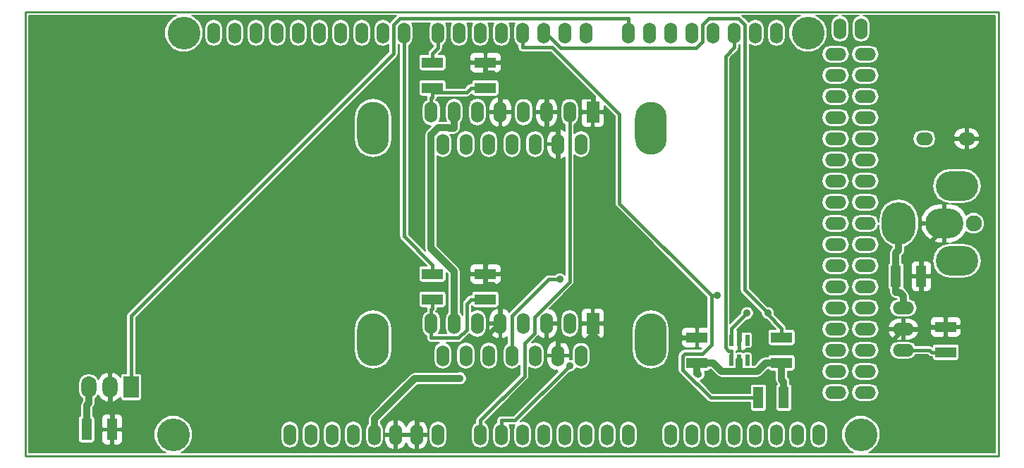
<source format=gbl>
G04 #@! TF.FileFunction,Copper,L2,Bot,Signal*
%FSLAX46Y46*%
G04 Gerber Fmt 4.6, Leading zero omitted, Abs format (unit mm)*
G04 Created by KiCad (PCBNEW 0.201412071631+5313~19~ubuntu14.04.1-product) date Mon 08 Dec 2014 02:11:31 PM EST*
%MOMM*%
G01*
G04 APERTURE LIST*
%ADD10C,0.100000*%
%ADD11C,0.228600*%
%ADD12O,1.854200X2.540000*%
%ADD13R,1.854200X2.540000*%
%ADD14O,2.032000X1.524000*%
%ADD15C,3.937000*%
%ADD16O,1.524000X2.540000*%
%ADD17O,2.540000X1.524000*%
%ADD18R,2.540000X1.270000*%
%ADD19R,1.270000X2.540000*%
%ADD20R,0.558800X1.330960*%
%ADD21C,1.930400*%
%ADD22O,4.572000X3.556000*%
%ADD23O,4.064000X5.080000*%
%ADD24O,5.080000X3.556000*%
%ADD25O,3.810000X6.350000*%
%ADD26R,1.524000X2.540000*%
%ADD27C,0.889000*%
%ADD28C,0.812800*%
%ADD29C,0.609600*%
%ADD30C,0.406400*%
%ADD31C,0.203200*%
G04 APERTURE END LIST*
D10*
D11*
X93980000Y-76200000D02*
X93980000Y-129540000D01*
X210820000Y-76200000D02*
X93980000Y-76200000D01*
X210820000Y-129540000D02*
X210820000Y-76200000D01*
X93980000Y-129540000D02*
X210820000Y-129540000D01*
D12*
X104140000Y-121285000D03*
X101600000Y-121285000D03*
D13*
X106680000Y-121285000D03*
D14*
X201930000Y-91440000D03*
X207010000Y-91440000D03*
D15*
X111760000Y-127000000D03*
X113030000Y-78740000D03*
X194310000Y-127000000D03*
X187960000Y-78740000D03*
D16*
X125730000Y-127000000D03*
X128270000Y-127000000D03*
X130810000Y-127000000D03*
X133350000Y-127000000D03*
X135890000Y-127000000D03*
X138430000Y-127000000D03*
X140970000Y-127000000D03*
X143510000Y-127000000D03*
X148590000Y-127000000D03*
X151130000Y-127000000D03*
X153670000Y-127000000D03*
X156210000Y-127000000D03*
X158750000Y-127000000D03*
X161290000Y-127000000D03*
X163830000Y-127000000D03*
X166370000Y-127000000D03*
X171450000Y-127000000D03*
X173990000Y-127000000D03*
X176530000Y-127000000D03*
X179070000Y-127000000D03*
X181610000Y-127000000D03*
X184150000Y-127000000D03*
X186690000Y-127000000D03*
X189230000Y-127000000D03*
X116586000Y-78740000D03*
X119126000Y-78740000D03*
X121666000Y-78740000D03*
X124206000Y-78740000D03*
X126746000Y-78740000D03*
X129286000Y-78740000D03*
X131826000Y-78740000D03*
X134366000Y-78740000D03*
X136906000Y-78740000D03*
X139446000Y-78740000D03*
X143510000Y-78740000D03*
X161290000Y-78740000D03*
X158750000Y-78740000D03*
X156210000Y-78740000D03*
X153670000Y-78740000D03*
X151130000Y-78740000D03*
X148590000Y-78740000D03*
X146050000Y-78740000D03*
X166370000Y-78740000D03*
X168910000Y-78740000D03*
X171450000Y-78740000D03*
X173990000Y-78740000D03*
X176530000Y-78740000D03*
X179070000Y-78740000D03*
X181610000Y-78740000D03*
X184150000Y-78740000D03*
X191770000Y-78232000D03*
X194310000Y-78232000D03*
D17*
X191262000Y-81280000D03*
X194818000Y-81280000D03*
X191262000Y-83820000D03*
X194818000Y-83820000D03*
X191262000Y-86360000D03*
X194818000Y-86360000D03*
X191262000Y-88900000D03*
X194818000Y-88900000D03*
X191262000Y-91440000D03*
X194818000Y-91440000D03*
X191262000Y-93980000D03*
X194818000Y-93980000D03*
X191262000Y-96520000D03*
X194818000Y-96520000D03*
X191262000Y-99060000D03*
X194818000Y-99060000D03*
X191262000Y-101600000D03*
X194818000Y-101600000D03*
X191262000Y-104140000D03*
X194818000Y-104140000D03*
X191262000Y-106680000D03*
X194818000Y-106680000D03*
X191262000Y-109220000D03*
X194818000Y-109220000D03*
X191262000Y-111760000D03*
X194818000Y-111760000D03*
X191262000Y-114300000D03*
X194818000Y-114300000D03*
X191262000Y-116840000D03*
X194818000Y-116840000D03*
X191262000Y-119380000D03*
X194818000Y-119380000D03*
X191262000Y-121920000D03*
X194818000Y-121920000D03*
D18*
X142875000Y-110744000D03*
X142875000Y-107696000D03*
X142875000Y-85344000D03*
X142875000Y-82296000D03*
D19*
X185039000Y-122555000D03*
X181991000Y-122555000D03*
D18*
X184785000Y-118364000D03*
X184785000Y-115316000D03*
X149225000Y-110744000D03*
X149225000Y-107696000D03*
X149225000Y-85344000D03*
X149225000Y-82296000D03*
X174625000Y-118364000D03*
X174625000Y-115316000D03*
D19*
X101346000Y-126365000D03*
X104394000Y-126365000D03*
D18*
X204470000Y-117094000D03*
X204470000Y-114046000D03*
D19*
X198501000Y-107950000D03*
X201549000Y-107950000D03*
D20*
X178755040Y-115641120D03*
X179705000Y-115641120D03*
X180654960Y-115641120D03*
X180654960Y-118038880D03*
X179705000Y-118038880D03*
X178755040Y-118038880D03*
D17*
X199390000Y-114300000D03*
X199390000Y-116840000D03*
X199390000Y-111760000D03*
D21*
X207822800Y-101600000D03*
D22*
X204317600Y-101600000D03*
D23*
X198831200Y-101600000D03*
D24*
X205816200Y-97104200D03*
X205816200Y-106095800D03*
D25*
X135737600Y-90170000D03*
X169062400Y-90170000D03*
D16*
X142697200Y-88242140D03*
X145465800Y-88242140D03*
X148234400Y-88242140D03*
X151003000Y-88242140D03*
X153797000Y-88242140D03*
X156565600Y-88242140D03*
X159334200Y-88242140D03*
D26*
X162102800Y-88242140D03*
D16*
X144094200Y-92097860D03*
X146862800Y-92097860D03*
X149631400Y-92097860D03*
X152400000Y-92097860D03*
X155168600Y-92097860D03*
X157937200Y-92097860D03*
X160705800Y-92097860D03*
D25*
X135737600Y-115570000D03*
X169062400Y-115570000D03*
D16*
X142697200Y-113642140D03*
X145465800Y-113642140D03*
X148234400Y-113642140D03*
X151003000Y-113642140D03*
X153797000Y-113642140D03*
X156565600Y-113642140D03*
X159334200Y-113642140D03*
D26*
X162102800Y-113642140D03*
D16*
X144094200Y-117497860D03*
X146862800Y-117497860D03*
X149631400Y-117497860D03*
X152400000Y-117497860D03*
X155168600Y-117497860D03*
X157937200Y-117497860D03*
X160705800Y-117497860D03*
D27*
X174779000Y-119761900D03*
X146175600Y-120231700D03*
X180634300Y-112375600D03*
X177029000Y-110277800D03*
X183107600Y-112370700D03*
X159334200Y-118719700D03*
X158171500Y-108315500D03*
D28*
X198501000Y-107950000D02*
X198501000Y-109880700D01*
X199390000Y-111760000D02*
X199390000Y-110337300D01*
X199390000Y-110337300D02*
X198933400Y-109880700D01*
X198933400Y-109880700D02*
X198501000Y-109880700D01*
X198831200Y-101600000D02*
X198831200Y-104800700D01*
X198501000Y-107950000D02*
X198501000Y-105130900D01*
X198501000Y-105130900D02*
X198831200Y-104800700D01*
X145465800Y-88750100D02*
X145465800Y-90172800D01*
X145465800Y-114150100D02*
X145465800Y-107399200D01*
X145465800Y-107399200D02*
X142668900Y-104602300D01*
X142668900Y-104602300D02*
X142668900Y-90978100D01*
X142668900Y-90978100D02*
X143561900Y-90085100D01*
X143561900Y-90085100D02*
X144788800Y-90085100D01*
X144788800Y-90085100D02*
X144876500Y-90172800D01*
X144876500Y-90172800D02*
X145465800Y-90172800D01*
D29*
X201549000Y-107950000D02*
X201549000Y-112954100D01*
X201549000Y-112954100D02*
X202640900Y-114046000D01*
X204825600Y-101600000D02*
X201549000Y-104876600D01*
X201549000Y-104876600D02*
X201549000Y-107950000D01*
X199390000Y-114300000D02*
X202386900Y-114300000D01*
X202386900Y-114300000D02*
X202640900Y-114046000D01*
X190579100Y-123273300D02*
X195859300Y-123273300D01*
X195859300Y-123273300D02*
X197104000Y-122028600D01*
X197104000Y-122028600D02*
X197104000Y-116586000D01*
X197104000Y-116586000D02*
X199390000Y-114300000D01*
X204470000Y-114046000D02*
X202640900Y-114046000D01*
X104394000Y-126365000D02*
X104394000Y-124535900D01*
X104140000Y-121285000D02*
X104140000Y-124281900D01*
X104140000Y-124281900D02*
X104394000Y-124535900D01*
X157937200Y-91589900D02*
X157937200Y-90268800D01*
X156565600Y-88750100D02*
X156565600Y-90071200D01*
X157937200Y-90268800D02*
X156763200Y-90268800D01*
X156763200Y-90268800D02*
X156565600Y-90071200D01*
X149225000Y-106501900D02*
X157937200Y-97789700D01*
X157937200Y-97789700D02*
X157937200Y-91589900D01*
X140970000Y-127000000D02*
X140970000Y-125170900D01*
X151003000Y-113499900D02*
X148247100Y-116255800D01*
X148247100Y-116255800D02*
X148247100Y-119642800D01*
X148247100Y-119642800D02*
X142719000Y-125170900D01*
X142719000Y-125170900D02*
X140970000Y-125170900D01*
X151003000Y-113394400D02*
X151003000Y-111813000D01*
X151003000Y-114150100D02*
X151003000Y-113499900D01*
X151003000Y-113394400D02*
X151003000Y-113499900D01*
X149225000Y-107696000D02*
X149225000Y-108890100D01*
X151003000Y-111813000D02*
X151054200Y-111761800D01*
X151054200Y-111761800D02*
X151054200Y-109823700D01*
X151054200Y-109823700D02*
X150120600Y-108890100D01*
X150120600Y-108890100D02*
X149225000Y-108890100D01*
X157937200Y-116989900D02*
X157937200Y-115668800D01*
X157937200Y-115668800D02*
X161244600Y-115668800D01*
X161244600Y-115668800D02*
X162102800Y-114810600D01*
X170111500Y-119304200D02*
X171526600Y-117889100D01*
X171526600Y-117889100D02*
X171526600Y-116585300D01*
X171526600Y-116585300D02*
X172795900Y-115316000D01*
X190579100Y-123273300D02*
X190579100Y-128041400D01*
X190579100Y-128041400D02*
X189777300Y-128843200D01*
X189777300Y-128843200D02*
X170882200Y-128843200D01*
X170882200Y-128843200D02*
X170111500Y-128072500D01*
X170111500Y-128072500D02*
X170111500Y-119304200D01*
X162102800Y-114810600D02*
X166596400Y-119304200D01*
X166596400Y-119304200D02*
X170111500Y-119304200D01*
X162102800Y-114150100D02*
X162102800Y-114810600D01*
X179705000Y-114416500D02*
X181234800Y-114416500D01*
X181234800Y-114416500D02*
X181493600Y-114675300D01*
X181493600Y-114675300D02*
X181493600Y-114761000D01*
X181493600Y-114761000D02*
X183242800Y-116510200D01*
X183242800Y-116510200D02*
X185700100Y-116510200D01*
X185700100Y-116510200D02*
X189047800Y-119857900D01*
X189047800Y-119857900D02*
X189047800Y-122119400D01*
X189047800Y-122119400D02*
X190201700Y-123273300D01*
X190201700Y-123273300D02*
X190579100Y-123273300D01*
X174625000Y-115316000D02*
X172795900Y-115316000D01*
X151078800Y-86337200D02*
X151078800Y-84448300D01*
X151078800Y-84448300D02*
X150120600Y-83490100D01*
X150120600Y-83490100D02*
X149225000Y-83490100D01*
X151003000Y-86413000D02*
X151078800Y-86337200D01*
X156565600Y-86413000D02*
X156565600Y-86412900D01*
X156565600Y-86412900D02*
X151154500Y-86412900D01*
X151154500Y-86412900D02*
X151078800Y-86337200D01*
X156565600Y-86629000D02*
X156565600Y-86413000D01*
X156565600Y-88750100D02*
X156565600Y-86629000D01*
X149225000Y-82296000D02*
X149225000Y-83490100D01*
X151003000Y-88750100D02*
X151003000Y-86413000D01*
X156565600Y-86413000D02*
X162102800Y-86413000D01*
X179705000Y-115641100D02*
X179705000Y-114416500D01*
X149225000Y-107696000D02*
X149225000Y-106501900D01*
X162102800Y-88750100D02*
X162102800Y-86413000D01*
D30*
X204470000Y-117094000D02*
X202742500Y-117094000D01*
X199390000Y-116840000D02*
X202488500Y-116840000D01*
X202488500Y-116840000D02*
X202742500Y-117094000D01*
D28*
X184785000Y-118364000D02*
X182854300Y-118364000D01*
X179705000Y-119365100D02*
X181853200Y-119365100D01*
X181853200Y-119365100D02*
X182854300Y-118364000D01*
X176555700Y-118364000D02*
X177556800Y-119365100D01*
X177556800Y-119365100D02*
X179705000Y-119365100D01*
X101600000Y-121285000D02*
X101600000Y-123215700D01*
X101600000Y-123215700D02*
X101346000Y-123469700D01*
X101346000Y-123469700D02*
X101346000Y-126365000D01*
X185039000Y-122555000D02*
X185039000Y-120624300D01*
X184785000Y-118364000D02*
X184785000Y-120370300D01*
X184785000Y-120370300D02*
X185039000Y-120624300D01*
X135890000Y-125069300D02*
X140727600Y-120231700D01*
X140727600Y-120231700D02*
X146175600Y-120231700D01*
X174625000Y-118364000D02*
X174625000Y-119659700D01*
X174625000Y-119659700D02*
X174676800Y-119659700D01*
X174676800Y-119659700D02*
X174779000Y-119761900D01*
X135890000Y-127000000D02*
X135890000Y-125069300D01*
X174625000Y-118364000D02*
X176555700Y-118364000D01*
X179705000Y-118038900D02*
X179705000Y-119365100D01*
D30*
X149225000Y-85344000D02*
X147497500Y-85344000D01*
X142875000Y-85890200D02*
X146951300Y-85890200D01*
X146951300Y-85890200D02*
X147497500Y-85344000D01*
X142875000Y-85890200D02*
X142875000Y-86436500D01*
X142875000Y-85344000D02*
X142875000Y-85890200D01*
X142697200Y-88750100D02*
X142697200Y-86514600D01*
X142697200Y-86514600D02*
X142775300Y-86436500D01*
X142775300Y-86436500D02*
X142875000Y-86436500D01*
X142697200Y-114150100D02*
X142697200Y-115369600D01*
X149225000Y-110744000D02*
X147497500Y-110744000D01*
X147497500Y-110744000D02*
X147003100Y-111238400D01*
X147003100Y-111238400D02*
X147003100Y-114363000D01*
X147003100Y-114363000D02*
X145996500Y-115369600D01*
X145996500Y-115369600D02*
X142697200Y-115369600D01*
X142875000Y-110744000D02*
X142875000Y-111836500D01*
X142697200Y-114150100D02*
X142697200Y-111914600D01*
X142697200Y-111914600D02*
X142775300Y-111836500D01*
X142775300Y-111836500D02*
X142875000Y-111836500D01*
X178755000Y-115641100D02*
X178755000Y-114254900D01*
X178755000Y-114254900D02*
X180634300Y-112375600D01*
X176352600Y-110277800D02*
X176352600Y-116167500D01*
X176352600Y-116167500D02*
X175248700Y-117271400D01*
X175248700Y-117271400D02*
X173138000Y-117271400D01*
X173138000Y-117271400D02*
X172897400Y-117512000D01*
X172897400Y-117512000D02*
X172897400Y-119196300D01*
X172897400Y-119196300D02*
X176256100Y-122555000D01*
X176256100Y-122555000D02*
X181991000Y-122555000D01*
X153670000Y-80467500D02*
X157274000Y-80467500D01*
X157274000Y-80467500D02*
X165297700Y-88491200D01*
X165297700Y-88491200D02*
X165297700Y-99222900D01*
X165297700Y-99222900D02*
X176352600Y-110277800D01*
X176352600Y-110277800D02*
X177029000Y-110277800D01*
X153670000Y-78740000D02*
X153670000Y-80467500D01*
X183107600Y-112370700D02*
X180340000Y-109603100D01*
X180340000Y-109603100D02*
X180340000Y-77734500D01*
X180340000Y-77734500D02*
X179560200Y-76954700D01*
X179560200Y-76954700D02*
X176025000Y-76954700D01*
X176025000Y-76954700D02*
X175260000Y-77719700D01*
X175260000Y-77719700D02*
X175260000Y-79780700D01*
X175260000Y-79780700D02*
X174513400Y-80527300D01*
X174513400Y-80527300D02*
X158286500Y-80527300D01*
X158286500Y-80527300D02*
X156499200Y-78740000D01*
X156499200Y-78740000D02*
X156210000Y-78740000D01*
X184785000Y-114223500D02*
X183107600Y-112546100D01*
X183107600Y-112546100D02*
X183107600Y-112370700D01*
X184785000Y-115316000D02*
X184785000Y-114223500D01*
X148590000Y-125272500D02*
X153901500Y-119961000D01*
X153901500Y-119961000D02*
X153901500Y-115977500D01*
X153901500Y-115977500D02*
X155092900Y-114786100D01*
X155092900Y-114786100D02*
X155092900Y-112845200D01*
X155092900Y-112845200D02*
X159334200Y-108603900D01*
X159334200Y-108603900D02*
X159334200Y-88750100D01*
X148590000Y-127000000D02*
X148590000Y-125272500D01*
X151130000Y-125272500D02*
X152781400Y-125272500D01*
X152781400Y-125272500D02*
X159334200Y-118719700D01*
X151130000Y-127000000D02*
X151130000Y-125272500D01*
X152400000Y-116989900D02*
X152400000Y-112728300D01*
X152400000Y-112728300D02*
X156812800Y-108315500D01*
X156812800Y-108315500D02*
X158171500Y-108315500D01*
X166370000Y-78740000D02*
X166370000Y-77012500D01*
X166370000Y-77012500D02*
X138932500Y-77012500D01*
X138932500Y-77012500D02*
X138176000Y-77769000D01*
X138176000Y-77769000D02*
X138176000Y-81225200D01*
X138176000Y-81225200D02*
X106680000Y-112721200D01*
X106680000Y-112721200D02*
X106680000Y-121285000D01*
X142875000Y-82296000D02*
X142875000Y-81203500D01*
X142875000Y-81203500D02*
X143510000Y-80568500D01*
X143510000Y-80568500D02*
X143510000Y-78740000D01*
X142875000Y-107696000D02*
X142875000Y-106603500D01*
X142875000Y-106603500D02*
X139446000Y-103174500D01*
X139446000Y-103174500D02*
X139446000Y-78740000D01*
X179070000Y-78740000D02*
X179070000Y-80467500D01*
X178755000Y-118038900D02*
X178755000Y-116915900D01*
X178755000Y-116915900D02*
X178386500Y-116915900D01*
X178386500Y-116915900D02*
X178018100Y-116547500D01*
X178018100Y-116547500D02*
X178018100Y-81519400D01*
X178018100Y-81519400D02*
X179070000Y-80467500D01*
D31*
G36*
X210400900Y-129120900D02*
X209143829Y-129120900D01*
X209143829Y-101338429D01*
X208943173Y-100852804D01*
X208571950Y-100480933D01*
X208086676Y-100279430D01*
X207561229Y-100278971D01*
X207075604Y-100479627D01*
X206956996Y-100598028D01*
X206621651Y-100019475D01*
X205880094Y-99452466D01*
X205073445Y-99237800D01*
X206634928Y-99237800D01*
X207451421Y-99075389D01*
X208143611Y-98612883D01*
X208606117Y-97920693D01*
X208768528Y-97104200D01*
X208606117Y-96287707D01*
X208586484Y-96258324D01*
X208586484Y-91803761D01*
X208586484Y-91076239D01*
X208579454Y-91019701D01*
X208318480Y-90548292D01*
X207896970Y-90212637D01*
X207379096Y-90063837D01*
X207162400Y-90215175D01*
X207162400Y-91287600D01*
X208473637Y-91287600D01*
X208586484Y-91076239D01*
X208586484Y-91803761D01*
X208473637Y-91592400D01*
X207162400Y-91592400D01*
X207162400Y-92664825D01*
X207379096Y-92816163D01*
X207896970Y-92667363D01*
X208318480Y-92331708D01*
X208579454Y-91860299D01*
X208586484Y-91803761D01*
X208586484Y-96258324D01*
X208143611Y-95595517D01*
X207451421Y-95133011D01*
X206857600Y-95014892D01*
X206857600Y-92664825D01*
X206857600Y-91592400D01*
X206857600Y-91287600D01*
X206857600Y-90215175D01*
X206640904Y-90063837D01*
X206123030Y-90212637D01*
X205701520Y-90548292D01*
X205440546Y-91019701D01*
X205433516Y-91076239D01*
X205546363Y-91287600D01*
X206857600Y-91287600D01*
X206857600Y-91592400D01*
X205546363Y-91592400D01*
X205433516Y-91803761D01*
X205440546Y-91860299D01*
X205701520Y-92331708D01*
X206123030Y-92667363D01*
X206640904Y-92816163D01*
X206857600Y-92664825D01*
X206857600Y-95014892D01*
X206634928Y-94970600D01*
X204997472Y-94970600D01*
X204180979Y-95133011D01*
X203488789Y-95595517D01*
X203328471Y-95835450D01*
X203328471Y-91440000D01*
X203243399Y-91012313D01*
X203001134Y-90649737D01*
X202638558Y-90407472D01*
X202210871Y-90322400D01*
X201649129Y-90322400D01*
X201221442Y-90407472D01*
X200858866Y-90649737D01*
X200616601Y-91012313D01*
X200531529Y-91440000D01*
X200616601Y-91867687D01*
X200858866Y-92230263D01*
X201221442Y-92472528D01*
X201649129Y-92557600D01*
X202210871Y-92557600D01*
X202638558Y-92472528D01*
X203001134Y-92230263D01*
X203243399Y-91867687D01*
X203328471Y-91440000D01*
X203328471Y-95835450D01*
X203026283Y-96287707D01*
X202863872Y-97104200D01*
X203026283Y-97920693D01*
X203488789Y-98612883D01*
X204180979Y-99075389D01*
X204869777Y-99212400D01*
X204470000Y-99212400D01*
X204470000Y-101447600D01*
X204490000Y-101447600D01*
X204490000Y-101752400D01*
X204470000Y-101752400D01*
X204470000Y-103987600D01*
X204869777Y-103987600D01*
X204180979Y-104124611D01*
X204165200Y-104135154D01*
X204165200Y-103987600D01*
X204165200Y-101752400D01*
X204165200Y-101447600D01*
X204165200Y-99212400D01*
X203657200Y-99212400D01*
X202755106Y-99452466D01*
X202013549Y-100019475D01*
X201545425Y-100827104D01*
X201480045Y-101076735D01*
X201579602Y-101447600D01*
X204165200Y-101447600D01*
X204165200Y-101752400D01*
X201579602Y-101752400D01*
X201480045Y-102123265D01*
X201545425Y-102372896D01*
X202013549Y-103180525D01*
X202755106Y-103747534D01*
X203657200Y-103987600D01*
X204165200Y-103987600D01*
X204165200Y-104135154D01*
X203488789Y-104587117D01*
X203026283Y-105279307D01*
X202863872Y-106095800D01*
X203026283Y-106912293D01*
X203488789Y-107604483D01*
X204180979Y-108066989D01*
X204997472Y-108229400D01*
X206634928Y-108229400D01*
X207451421Y-108066989D01*
X208143611Y-107604483D01*
X208606117Y-106912293D01*
X208768528Y-106095800D01*
X208606117Y-105279307D01*
X208143611Y-104587117D01*
X207451421Y-104124611D01*
X206634928Y-103962200D01*
X205073445Y-103962200D01*
X205880094Y-103747534D01*
X206621651Y-103180525D01*
X206956909Y-102602122D01*
X207073650Y-102719067D01*
X207558924Y-102920570D01*
X208084371Y-102921029D01*
X208569996Y-102720373D01*
X208941867Y-102349150D01*
X209143370Y-101863876D01*
X209143829Y-101338429D01*
X209143829Y-129120900D01*
X206349600Y-129120900D01*
X206349600Y-114802257D01*
X206349600Y-114350800D01*
X206349600Y-113741200D01*
X206349600Y-113289743D01*
X206256794Y-113065689D01*
X206085311Y-112894206D01*
X205861257Y-112801400D01*
X205618743Y-112801400D01*
X204774800Y-112801400D01*
X204622400Y-112953800D01*
X204622400Y-113893600D01*
X206197200Y-113893600D01*
X206349600Y-113741200D01*
X206349600Y-114350800D01*
X206197200Y-114198400D01*
X204622400Y-114198400D01*
X204622400Y-115138200D01*
X204774800Y-115290600D01*
X205618743Y-115290600D01*
X205861257Y-115290600D01*
X206085311Y-115197794D01*
X206256794Y-115026311D01*
X206349600Y-114802257D01*
X206349600Y-129120900D01*
X206102567Y-129120900D01*
X206102567Y-117729000D01*
X206102567Y-116459000D01*
X206076259Y-116323411D01*
X205997977Y-116204241D01*
X205879799Y-116124469D01*
X205740000Y-116096433D01*
X204317600Y-116096433D01*
X204317600Y-115138200D01*
X204317600Y-114198400D01*
X204317600Y-113893600D01*
X204317600Y-112953800D01*
X204165200Y-112801400D01*
X203321257Y-112801400D01*
X203078743Y-112801400D01*
X202854689Y-112894206D01*
X202793600Y-112955295D01*
X202793600Y-109341257D01*
X202793600Y-109098743D01*
X202793600Y-108254800D01*
X202793600Y-107645200D01*
X202793600Y-106801257D01*
X202793600Y-106558743D01*
X202700794Y-106334689D01*
X202529311Y-106163206D01*
X202305257Y-106070400D01*
X201853800Y-106070400D01*
X201701400Y-106222800D01*
X201701400Y-107797600D01*
X202641200Y-107797600D01*
X202793600Y-107645200D01*
X202793600Y-108254800D01*
X202641200Y-108102400D01*
X201701400Y-108102400D01*
X201701400Y-109677200D01*
X201853800Y-109829600D01*
X202305257Y-109829600D01*
X202529311Y-109736794D01*
X202700794Y-109565311D01*
X202793600Y-109341257D01*
X202793600Y-112955295D01*
X202683206Y-113065689D01*
X202590400Y-113289743D01*
X202590400Y-113741200D01*
X202742800Y-113893600D01*
X204317600Y-113893600D01*
X204317600Y-114198400D01*
X202742800Y-114198400D01*
X202590400Y-114350800D01*
X202590400Y-114802257D01*
X202683206Y-115026311D01*
X202854689Y-115197794D01*
X203078743Y-115290600D01*
X203321257Y-115290600D01*
X204165200Y-115290600D01*
X204317600Y-115138200D01*
X204317600Y-116096433D01*
X203200000Y-116096433D01*
X203064411Y-116122741D01*
X202945241Y-116201023D01*
X202865469Y-116319201D01*
X202845391Y-116419317D01*
X202702344Y-116323736D01*
X202488500Y-116281200D01*
X201396600Y-116281200D01*
X201396600Y-109677200D01*
X201396600Y-108102400D01*
X201396600Y-107797600D01*
X201396600Y-106222800D01*
X201244200Y-106070400D01*
X201218800Y-106070400D01*
X201218800Y-102164728D01*
X201218800Y-101035272D01*
X201037055Y-100121577D01*
X200519488Y-99346984D01*
X199744895Y-98829417D01*
X198831200Y-98647672D01*
X197917505Y-98829417D01*
X197142912Y-99346984D01*
X196625345Y-100121577D01*
X196475447Y-100875166D01*
X196475447Y-99060000D01*
X196475447Y-96520000D01*
X196475447Y-93980000D01*
X196475447Y-91440000D01*
X196475447Y-88900000D01*
X196475447Y-86360000D01*
X196475447Y-83820000D01*
X196475447Y-81280000D01*
X196390375Y-80852313D01*
X196148110Y-80489737D01*
X195785534Y-80247472D01*
X195357847Y-80162400D01*
X194278153Y-80162400D01*
X193850466Y-80247472D01*
X193487890Y-80489737D01*
X193245625Y-80852313D01*
X193160553Y-81280000D01*
X193245625Y-81707687D01*
X193487890Y-82070263D01*
X193850466Y-82312528D01*
X194278153Y-82397600D01*
X195357847Y-82397600D01*
X195785534Y-82312528D01*
X196148110Y-82070263D01*
X196390375Y-81707687D01*
X196475447Y-81280000D01*
X196475447Y-83820000D01*
X196390375Y-83392313D01*
X196148110Y-83029737D01*
X195785534Y-82787472D01*
X195357847Y-82702400D01*
X194278153Y-82702400D01*
X193850466Y-82787472D01*
X193487890Y-83029737D01*
X193245625Y-83392313D01*
X193160553Y-83820000D01*
X193245625Y-84247687D01*
X193487890Y-84610263D01*
X193850466Y-84852528D01*
X194278153Y-84937600D01*
X195357847Y-84937600D01*
X195785534Y-84852528D01*
X196148110Y-84610263D01*
X196390375Y-84247687D01*
X196475447Y-83820000D01*
X196475447Y-86360000D01*
X196390375Y-85932313D01*
X196148110Y-85569737D01*
X195785534Y-85327472D01*
X195357847Y-85242400D01*
X194278153Y-85242400D01*
X193850466Y-85327472D01*
X193487890Y-85569737D01*
X193245625Y-85932313D01*
X193160553Y-86360000D01*
X193245625Y-86787687D01*
X193487890Y-87150263D01*
X193850466Y-87392528D01*
X194278153Y-87477600D01*
X195357847Y-87477600D01*
X195785534Y-87392528D01*
X196148110Y-87150263D01*
X196390375Y-86787687D01*
X196475447Y-86360000D01*
X196475447Y-88900000D01*
X196390375Y-88472313D01*
X196148110Y-88109737D01*
X195785534Y-87867472D01*
X195357847Y-87782400D01*
X194278153Y-87782400D01*
X193850466Y-87867472D01*
X193487890Y-88109737D01*
X193245625Y-88472313D01*
X193160553Y-88900000D01*
X193245625Y-89327687D01*
X193487890Y-89690263D01*
X193850466Y-89932528D01*
X194278153Y-90017600D01*
X195357847Y-90017600D01*
X195785534Y-89932528D01*
X196148110Y-89690263D01*
X196390375Y-89327687D01*
X196475447Y-88900000D01*
X196475447Y-91440000D01*
X196390375Y-91012313D01*
X196148110Y-90649737D01*
X195785534Y-90407472D01*
X195357847Y-90322400D01*
X194278153Y-90322400D01*
X193850466Y-90407472D01*
X193487890Y-90649737D01*
X193245625Y-91012313D01*
X193160553Y-91440000D01*
X193245625Y-91867687D01*
X193487890Y-92230263D01*
X193850466Y-92472528D01*
X194278153Y-92557600D01*
X195357847Y-92557600D01*
X195785534Y-92472528D01*
X196148110Y-92230263D01*
X196390375Y-91867687D01*
X196475447Y-91440000D01*
X196475447Y-93980000D01*
X196390375Y-93552313D01*
X196148110Y-93189737D01*
X195785534Y-92947472D01*
X195357847Y-92862400D01*
X194278153Y-92862400D01*
X193850466Y-92947472D01*
X193487890Y-93189737D01*
X193245625Y-93552313D01*
X193160553Y-93980000D01*
X193245625Y-94407687D01*
X193487890Y-94770263D01*
X193850466Y-95012528D01*
X194278153Y-95097600D01*
X195357847Y-95097600D01*
X195785534Y-95012528D01*
X196148110Y-94770263D01*
X196390375Y-94407687D01*
X196475447Y-93980000D01*
X196475447Y-96520000D01*
X196390375Y-96092313D01*
X196148110Y-95729737D01*
X195785534Y-95487472D01*
X195357847Y-95402400D01*
X194278153Y-95402400D01*
X193850466Y-95487472D01*
X193487890Y-95729737D01*
X193245625Y-96092313D01*
X193160553Y-96520000D01*
X193245625Y-96947687D01*
X193487890Y-97310263D01*
X193850466Y-97552528D01*
X194278153Y-97637600D01*
X195357847Y-97637600D01*
X195785534Y-97552528D01*
X196148110Y-97310263D01*
X196390375Y-96947687D01*
X196475447Y-96520000D01*
X196475447Y-99060000D01*
X196390375Y-98632313D01*
X196148110Y-98269737D01*
X195785534Y-98027472D01*
X195357847Y-97942400D01*
X194278153Y-97942400D01*
X193850466Y-98027472D01*
X193487890Y-98269737D01*
X193245625Y-98632313D01*
X193160553Y-99060000D01*
X193245625Y-99487687D01*
X193487890Y-99850263D01*
X193850466Y-100092528D01*
X194278153Y-100177600D01*
X195357847Y-100177600D01*
X195785534Y-100092528D01*
X196148110Y-99850263D01*
X196390375Y-99487687D01*
X196475447Y-99060000D01*
X196475447Y-100875166D01*
X196443600Y-101035272D01*
X196443600Y-101439893D01*
X196390375Y-101172313D01*
X196148110Y-100809737D01*
X195785534Y-100567472D01*
X195357847Y-100482400D01*
X194278153Y-100482400D01*
X193850466Y-100567472D01*
X193487890Y-100809737D01*
X193245625Y-101172313D01*
X193160553Y-101600000D01*
X193245625Y-102027687D01*
X193487890Y-102390263D01*
X193850466Y-102632528D01*
X194278153Y-102717600D01*
X195357847Y-102717600D01*
X195785534Y-102632528D01*
X196148110Y-102390263D01*
X196390375Y-102027687D01*
X196443600Y-101760106D01*
X196443600Y-102164728D01*
X196625345Y-103078423D01*
X197142912Y-103853016D01*
X197917505Y-104370583D01*
X198069200Y-104400756D01*
X198069200Y-104485069D01*
X197962185Y-104592085D01*
X197797004Y-104839295D01*
X197739000Y-105130900D01*
X197739000Y-106342074D01*
X197730411Y-106343741D01*
X197611241Y-106422023D01*
X197531469Y-106540201D01*
X197503433Y-106680000D01*
X197503433Y-109220000D01*
X197529741Y-109355589D01*
X197608023Y-109474759D01*
X197726201Y-109554531D01*
X197739000Y-109557097D01*
X197739000Y-109880700D01*
X197797004Y-110172305D01*
X197962185Y-110419515D01*
X198209395Y-110584696D01*
X198501000Y-110642700D01*
X198617770Y-110642700D01*
X198628000Y-110652930D01*
X198628000Y-110686588D01*
X198422466Y-110727472D01*
X198059890Y-110969737D01*
X197817625Y-111332313D01*
X197732553Y-111760000D01*
X197817625Y-112187687D01*
X198059890Y-112550263D01*
X198422466Y-112792528D01*
X198850153Y-112877600D01*
X199929847Y-112877600D01*
X200357534Y-112792528D01*
X200720110Y-112550263D01*
X200962375Y-112187687D01*
X201047447Y-111760000D01*
X200962375Y-111332313D01*
X200720110Y-110969737D01*
X200357534Y-110727472D01*
X200152000Y-110686588D01*
X200152000Y-110337300D01*
X200093996Y-110045696D01*
X200093996Y-110045695D01*
X199928815Y-109798485D01*
X199473804Y-109343474D01*
X199498567Y-109220000D01*
X199498567Y-106680000D01*
X199472259Y-106544411D01*
X199393977Y-106425241D01*
X199275799Y-106345469D01*
X199263000Y-106342902D01*
X199263000Y-105446530D01*
X199370015Y-105339516D01*
X199370015Y-105339515D01*
X199535196Y-105092305D01*
X199593199Y-104800700D01*
X199593200Y-104800700D01*
X199593200Y-104400756D01*
X199744895Y-104370583D01*
X200519488Y-103853016D01*
X201037055Y-103078423D01*
X201218800Y-102164728D01*
X201218800Y-106070400D01*
X200792743Y-106070400D01*
X200568689Y-106163206D01*
X200397206Y-106334689D01*
X200304400Y-106558743D01*
X200304400Y-106801257D01*
X200304400Y-107645200D01*
X200456800Y-107797600D01*
X201396600Y-107797600D01*
X201396600Y-108102400D01*
X200456800Y-108102400D01*
X200304400Y-108254800D01*
X200304400Y-109098743D01*
X200304400Y-109341257D01*
X200397206Y-109565311D01*
X200568689Y-109736794D01*
X200792743Y-109829600D01*
X201244200Y-109829600D01*
X201396600Y-109677200D01*
X201396600Y-116281200D01*
X201220484Y-116281200D01*
X201220484Y-114663761D01*
X201220484Y-113936239D01*
X200975631Y-113437896D01*
X200563688Y-113091128D01*
X200050400Y-112928400D01*
X199542400Y-112928400D01*
X199542400Y-114147600D01*
X201107637Y-114147600D01*
X201220484Y-113936239D01*
X201220484Y-114663761D01*
X201107637Y-114452400D01*
X199542400Y-114452400D01*
X199542400Y-115671600D01*
X200050400Y-115671600D01*
X200563688Y-115508872D01*
X200975631Y-115162104D01*
X201220484Y-114663761D01*
X201220484Y-116281200D01*
X200874768Y-116281200D01*
X200720110Y-116049737D01*
X200357534Y-115807472D01*
X199929847Y-115722400D01*
X199237600Y-115722400D01*
X199237600Y-115671600D01*
X199237600Y-114452400D01*
X199237600Y-114147600D01*
X199237600Y-112928400D01*
X198729600Y-112928400D01*
X198216312Y-113091128D01*
X197804369Y-113437896D01*
X197559516Y-113936239D01*
X197672363Y-114147600D01*
X199237600Y-114147600D01*
X199237600Y-114452400D01*
X197672363Y-114452400D01*
X197559516Y-114663761D01*
X197804369Y-115162104D01*
X198216312Y-115508872D01*
X198729600Y-115671600D01*
X199237600Y-115671600D01*
X199237600Y-115722400D01*
X198850153Y-115722400D01*
X198422466Y-115807472D01*
X198059890Y-116049737D01*
X197817625Y-116412313D01*
X197732553Y-116840000D01*
X197817625Y-117267687D01*
X198059890Y-117630263D01*
X198422466Y-117872528D01*
X198850153Y-117957600D01*
X199929847Y-117957600D01*
X200357534Y-117872528D01*
X200720110Y-117630263D01*
X200874768Y-117398800D01*
X202257038Y-117398800D01*
X202347369Y-117489131D01*
X202528656Y-117610264D01*
X202528657Y-117610264D01*
X202742500Y-117652800D01*
X202837433Y-117652800D01*
X202837433Y-117729000D01*
X202863741Y-117864589D01*
X202942023Y-117983759D01*
X203060201Y-118063531D01*
X203200000Y-118091567D01*
X205740000Y-118091567D01*
X205875589Y-118065259D01*
X205994759Y-117986977D01*
X206074531Y-117868799D01*
X206102567Y-117729000D01*
X206102567Y-129120900D01*
X195263020Y-129120900D01*
X195624777Y-128971425D01*
X196279127Y-128318216D01*
X196633696Y-127464320D01*
X196634503Y-126539736D01*
X196475447Y-126154791D01*
X196475447Y-121920000D01*
X196475447Y-119380000D01*
X196475447Y-116840000D01*
X196475447Y-114300000D01*
X196475447Y-111760000D01*
X196475447Y-109220000D01*
X196475447Y-106680000D01*
X196475447Y-104140000D01*
X196390375Y-103712313D01*
X196148110Y-103349737D01*
X195785534Y-103107472D01*
X195357847Y-103022400D01*
X194278153Y-103022400D01*
X193850466Y-103107472D01*
X193487890Y-103349737D01*
X193245625Y-103712313D01*
X193160553Y-104140000D01*
X193245625Y-104567687D01*
X193487890Y-104930263D01*
X193850466Y-105172528D01*
X194278153Y-105257600D01*
X195357847Y-105257600D01*
X195785534Y-105172528D01*
X196148110Y-104930263D01*
X196390375Y-104567687D01*
X196475447Y-104140000D01*
X196475447Y-106680000D01*
X196390375Y-106252313D01*
X196148110Y-105889737D01*
X195785534Y-105647472D01*
X195357847Y-105562400D01*
X194278153Y-105562400D01*
X193850466Y-105647472D01*
X193487890Y-105889737D01*
X193245625Y-106252313D01*
X193160553Y-106680000D01*
X193245625Y-107107687D01*
X193487890Y-107470263D01*
X193850466Y-107712528D01*
X194278153Y-107797600D01*
X195357847Y-107797600D01*
X195785534Y-107712528D01*
X196148110Y-107470263D01*
X196390375Y-107107687D01*
X196475447Y-106680000D01*
X196475447Y-109220000D01*
X196390375Y-108792313D01*
X196148110Y-108429737D01*
X195785534Y-108187472D01*
X195357847Y-108102400D01*
X194278153Y-108102400D01*
X193850466Y-108187472D01*
X193487890Y-108429737D01*
X193245625Y-108792313D01*
X193160553Y-109220000D01*
X193245625Y-109647687D01*
X193487890Y-110010263D01*
X193850466Y-110252528D01*
X194278153Y-110337600D01*
X195357847Y-110337600D01*
X195785534Y-110252528D01*
X196148110Y-110010263D01*
X196390375Y-109647687D01*
X196475447Y-109220000D01*
X196475447Y-111760000D01*
X196390375Y-111332313D01*
X196148110Y-110969737D01*
X195785534Y-110727472D01*
X195357847Y-110642400D01*
X194278153Y-110642400D01*
X193850466Y-110727472D01*
X193487890Y-110969737D01*
X193245625Y-111332313D01*
X193160553Y-111760000D01*
X193245625Y-112187687D01*
X193487890Y-112550263D01*
X193850466Y-112792528D01*
X194278153Y-112877600D01*
X195357847Y-112877600D01*
X195785534Y-112792528D01*
X196148110Y-112550263D01*
X196390375Y-112187687D01*
X196475447Y-111760000D01*
X196475447Y-114300000D01*
X196390375Y-113872313D01*
X196148110Y-113509737D01*
X195785534Y-113267472D01*
X195357847Y-113182400D01*
X194278153Y-113182400D01*
X193850466Y-113267472D01*
X193487890Y-113509737D01*
X193245625Y-113872313D01*
X193160553Y-114300000D01*
X193245625Y-114727687D01*
X193487890Y-115090263D01*
X193850466Y-115332528D01*
X194278153Y-115417600D01*
X195357847Y-115417600D01*
X195785534Y-115332528D01*
X196148110Y-115090263D01*
X196390375Y-114727687D01*
X196475447Y-114300000D01*
X196475447Y-116840000D01*
X196390375Y-116412313D01*
X196148110Y-116049737D01*
X195785534Y-115807472D01*
X195357847Y-115722400D01*
X194278153Y-115722400D01*
X193850466Y-115807472D01*
X193487890Y-116049737D01*
X193245625Y-116412313D01*
X193160553Y-116840000D01*
X193245625Y-117267687D01*
X193487890Y-117630263D01*
X193850466Y-117872528D01*
X194278153Y-117957600D01*
X195357847Y-117957600D01*
X195785534Y-117872528D01*
X196148110Y-117630263D01*
X196390375Y-117267687D01*
X196475447Y-116840000D01*
X196475447Y-119380000D01*
X196390375Y-118952313D01*
X196148110Y-118589737D01*
X195785534Y-118347472D01*
X195357847Y-118262400D01*
X194278153Y-118262400D01*
X193850466Y-118347472D01*
X193487890Y-118589737D01*
X193245625Y-118952313D01*
X193160553Y-119380000D01*
X193245625Y-119807687D01*
X193487890Y-120170263D01*
X193850466Y-120412528D01*
X194278153Y-120497600D01*
X195357847Y-120497600D01*
X195785534Y-120412528D01*
X196148110Y-120170263D01*
X196390375Y-119807687D01*
X196475447Y-119380000D01*
X196475447Y-121920000D01*
X196390375Y-121492313D01*
X196148110Y-121129737D01*
X195785534Y-120887472D01*
X195357847Y-120802400D01*
X194278153Y-120802400D01*
X193850466Y-120887472D01*
X193487890Y-121129737D01*
X193245625Y-121492313D01*
X193160553Y-121920000D01*
X193245625Y-122347687D01*
X193487890Y-122710263D01*
X193850466Y-122952528D01*
X194278153Y-123037600D01*
X195357847Y-123037600D01*
X195785534Y-122952528D01*
X196148110Y-122710263D01*
X196390375Y-122347687D01*
X196475447Y-121920000D01*
X196475447Y-126154791D01*
X196281425Y-125685223D01*
X195628216Y-125030873D01*
X194774320Y-124676304D01*
X193849736Y-124675497D01*
X192995223Y-125028575D01*
X192919447Y-125104218D01*
X192919447Y-121920000D01*
X192919447Y-119380000D01*
X192919447Y-116840000D01*
X192919447Y-114300000D01*
X192919447Y-111760000D01*
X192919447Y-109220000D01*
X192919447Y-106680000D01*
X192919447Y-104140000D01*
X192919447Y-101600000D01*
X192919447Y-99060000D01*
X192919447Y-96520000D01*
X192919447Y-93980000D01*
X192919447Y-91440000D01*
X192919447Y-88900000D01*
X192919447Y-86360000D01*
X192919447Y-83820000D01*
X192919447Y-81280000D01*
X192834375Y-80852313D01*
X192592110Y-80489737D01*
X192229534Y-80247472D01*
X191801847Y-80162400D01*
X190722153Y-80162400D01*
X190294466Y-80247472D01*
X189931890Y-80489737D01*
X189689625Y-80852313D01*
X189604553Y-81280000D01*
X189689625Y-81707687D01*
X189931890Y-82070263D01*
X190294466Y-82312528D01*
X190722153Y-82397600D01*
X191801847Y-82397600D01*
X192229534Y-82312528D01*
X192592110Y-82070263D01*
X192834375Y-81707687D01*
X192919447Y-81280000D01*
X192919447Y-83820000D01*
X192834375Y-83392313D01*
X192592110Y-83029737D01*
X192229534Y-82787472D01*
X191801847Y-82702400D01*
X190722153Y-82702400D01*
X190294466Y-82787472D01*
X189931890Y-83029737D01*
X189689625Y-83392313D01*
X189604553Y-83820000D01*
X189689625Y-84247687D01*
X189931890Y-84610263D01*
X190294466Y-84852528D01*
X190722153Y-84937600D01*
X191801847Y-84937600D01*
X192229534Y-84852528D01*
X192592110Y-84610263D01*
X192834375Y-84247687D01*
X192919447Y-83820000D01*
X192919447Y-86360000D01*
X192834375Y-85932313D01*
X192592110Y-85569737D01*
X192229534Y-85327472D01*
X191801847Y-85242400D01*
X190722153Y-85242400D01*
X190294466Y-85327472D01*
X189931890Y-85569737D01*
X189689625Y-85932313D01*
X189604553Y-86360000D01*
X189689625Y-86787687D01*
X189931890Y-87150263D01*
X190294466Y-87392528D01*
X190722153Y-87477600D01*
X191801847Y-87477600D01*
X192229534Y-87392528D01*
X192592110Y-87150263D01*
X192834375Y-86787687D01*
X192919447Y-86360000D01*
X192919447Y-88900000D01*
X192834375Y-88472313D01*
X192592110Y-88109737D01*
X192229534Y-87867472D01*
X191801847Y-87782400D01*
X190722153Y-87782400D01*
X190294466Y-87867472D01*
X189931890Y-88109737D01*
X189689625Y-88472313D01*
X189604553Y-88900000D01*
X189689625Y-89327687D01*
X189931890Y-89690263D01*
X190294466Y-89932528D01*
X190722153Y-90017600D01*
X191801847Y-90017600D01*
X192229534Y-89932528D01*
X192592110Y-89690263D01*
X192834375Y-89327687D01*
X192919447Y-88900000D01*
X192919447Y-91440000D01*
X192834375Y-91012313D01*
X192592110Y-90649737D01*
X192229534Y-90407472D01*
X191801847Y-90322400D01*
X190722153Y-90322400D01*
X190294466Y-90407472D01*
X189931890Y-90649737D01*
X189689625Y-91012313D01*
X189604553Y-91440000D01*
X189689625Y-91867687D01*
X189931890Y-92230263D01*
X190294466Y-92472528D01*
X190722153Y-92557600D01*
X191801847Y-92557600D01*
X192229534Y-92472528D01*
X192592110Y-92230263D01*
X192834375Y-91867687D01*
X192919447Y-91440000D01*
X192919447Y-93980000D01*
X192834375Y-93552313D01*
X192592110Y-93189737D01*
X192229534Y-92947472D01*
X191801847Y-92862400D01*
X190722153Y-92862400D01*
X190294466Y-92947472D01*
X189931890Y-93189737D01*
X189689625Y-93552313D01*
X189604553Y-93980000D01*
X189689625Y-94407687D01*
X189931890Y-94770263D01*
X190294466Y-95012528D01*
X190722153Y-95097600D01*
X191801847Y-95097600D01*
X192229534Y-95012528D01*
X192592110Y-94770263D01*
X192834375Y-94407687D01*
X192919447Y-93980000D01*
X192919447Y-96520000D01*
X192834375Y-96092313D01*
X192592110Y-95729737D01*
X192229534Y-95487472D01*
X191801847Y-95402400D01*
X190722153Y-95402400D01*
X190294466Y-95487472D01*
X189931890Y-95729737D01*
X189689625Y-96092313D01*
X189604553Y-96520000D01*
X189689625Y-96947687D01*
X189931890Y-97310263D01*
X190294466Y-97552528D01*
X190722153Y-97637600D01*
X191801847Y-97637600D01*
X192229534Y-97552528D01*
X192592110Y-97310263D01*
X192834375Y-96947687D01*
X192919447Y-96520000D01*
X192919447Y-99060000D01*
X192834375Y-98632313D01*
X192592110Y-98269737D01*
X192229534Y-98027472D01*
X191801847Y-97942400D01*
X190722153Y-97942400D01*
X190294466Y-98027472D01*
X189931890Y-98269737D01*
X189689625Y-98632313D01*
X189604553Y-99060000D01*
X189689625Y-99487687D01*
X189931890Y-99850263D01*
X190294466Y-100092528D01*
X190722153Y-100177600D01*
X191801847Y-100177600D01*
X192229534Y-100092528D01*
X192592110Y-99850263D01*
X192834375Y-99487687D01*
X192919447Y-99060000D01*
X192919447Y-101600000D01*
X192834375Y-101172313D01*
X192592110Y-100809737D01*
X192229534Y-100567472D01*
X191801847Y-100482400D01*
X190722153Y-100482400D01*
X190294466Y-100567472D01*
X189931890Y-100809737D01*
X189689625Y-101172313D01*
X189604553Y-101600000D01*
X189689625Y-102027687D01*
X189931890Y-102390263D01*
X190294466Y-102632528D01*
X190722153Y-102717600D01*
X191801847Y-102717600D01*
X192229534Y-102632528D01*
X192592110Y-102390263D01*
X192834375Y-102027687D01*
X192919447Y-101600000D01*
X192919447Y-104140000D01*
X192834375Y-103712313D01*
X192592110Y-103349737D01*
X192229534Y-103107472D01*
X191801847Y-103022400D01*
X190722153Y-103022400D01*
X190294466Y-103107472D01*
X189931890Y-103349737D01*
X189689625Y-103712313D01*
X189604553Y-104140000D01*
X189689625Y-104567687D01*
X189931890Y-104930263D01*
X190294466Y-105172528D01*
X190722153Y-105257600D01*
X191801847Y-105257600D01*
X192229534Y-105172528D01*
X192592110Y-104930263D01*
X192834375Y-104567687D01*
X192919447Y-104140000D01*
X192919447Y-106680000D01*
X192834375Y-106252313D01*
X192592110Y-105889737D01*
X192229534Y-105647472D01*
X191801847Y-105562400D01*
X190722153Y-105562400D01*
X190294466Y-105647472D01*
X189931890Y-105889737D01*
X189689625Y-106252313D01*
X189604553Y-106680000D01*
X189689625Y-107107687D01*
X189931890Y-107470263D01*
X190294466Y-107712528D01*
X190722153Y-107797600D01*
X191801847Y-107797600D01*
X192229534Y-107712528D01*
X192592110Y-107470263D01*
X192834375Y-107107687D01*
X192919447Y-106680000D01*
X192919447Y-109220000D01*
X192834375Y-108792313D01*
X192592110Y-108429737D01*
X192229534Y-108187472D01*
X191801847Y-108102400D01*
X190722153Y-108102400D01*
X190294466Y-108187472D01*
X189931890Y-108429737D01*
X189689625Y-108792313D01*
X189604553Y-109220000D01*
X189689625Y-109647687D01*
X189931890Y-110010263D01*
X190294466Y-110252528D01*
X190722153Y-110337600D01*
X191801847Y-110337600D01*
X192229534Y-110252528D01*
X192592110Y-110010263D01*
X192834375Y-109647687D01*
X192919447Y-109220000D01*
X192919447Y-111760000D01*
X192834375Y-111332313D01*
X192592110Y-110969737D01*
X192229534Y-110727472D01*
X191801847Y-110642400D01*
X190722153Y-110642400D01*
X190294466Y-110727472D01*
X189931890Y-110969737D01*
X189689625Y-111332313D01*
X189604553Y-111760000D01*
X189689625Y-112187687D01*
X189931890Y-112550263D01*
X190294466Y-112792528D01*
X190722153Y-112877600D01*
X191801847Y-112877600D01*
X192229534Y-112792528D01*
X192592110Y-112550263D01*
X192834375Y-112187687D01*
X192919447Y-111760000D01*
X192919447Y-114300000D01*
X192834375Y-113872313D01*
X192592110Y-113509737D01*
X192229534Y-113267472D01*
X191801847Y-113182400D01*
X190722153Y-113182400D01*
X190294466Y-113267472D01*
X189931890Y-113509737D01*
X189689625Y-113872313D01*
X189604553Y-114300000D01*
X189689625Y-114727687D01*
X189931890Y-115090263D01*
X190294466Y-115332528D01*
X190722153Y-115417600D01*
X191801847Y-115417600D01*
X192229534Y-115332528D01*
X192592110Y-115090263D01*
X192834375Y-114727687D01*
X192919447Y-114300000D01*
X192919447Y-116840000D01*
X192834375Y-116412313D01*
X192592110Y-116049737D01*
X192229534Y-115807472D01*
X191801847Y-115722400D01*
X190722153Y-115722400D01*
X190294466Y-115807472D01*
X189931890Y-116049737D01*
X189689625Y-116412313D01*
X189604553Y-116840000D01*
X189689625Y-117267687D01*
X189931890Y-117630263D01*
X190294466Y-117872528D01*
X190722153Y-117957600D01*
X191801847Y-117957600D01*
X192229534Y-117872528D01*
X192592110Y-117630263D01*
X192834375Y-117267687D01*
X192919447Y-116840000D01*
X192919447Y-119380000D01*
X192834375Y-118952313D01*
X192592110Y-118589737D01*
X192229534Y-118347472D01*
X191801847Y-118262400D01*
X190722153Y-118262400D01*
X190294466Y-118347472D01*
X189931890Y-118589737D01*
X189689625Y-118952313D01*
X189604553Y-119380000D01*
X189689625Y-119807687D01*
X189931890Y-120170263D01*
X190294466Y-120412528D01*
X190722153Y-120497600D01*
X191801847Y-120497600D01*
X192229534Y-120412528D01*
X192592110Y-120170263D01*
X192834375Y-119807687D01*
X192919447Y-119380000D01*
X192919447Y-121920000D01*
X192834375Y-121492313D01*
X192592110Y-121129737D01*
X192229534Y-120887472D01*
X191801847Y-120802400D01*
X190722153Y-120802400D01*
X190294466Y-120887472D01*
X189931890Y-121129737D01*
X189689625Y-121492313D01*
X189604553Y-121920000D01*
X189689625Y-122347687D01*
X189931890Y-122710263D01*
X190294466Y-122952528D01*
X190722153Y-123037600D01*
X191801847Y-123037600D01*
X192229534Y-122952528D01*
X192592110Y-122710263D01*
X192834375Y-122347687D01*
X192919447Y-121920000D01*
X192919447Y-125104218D01*
X192340873Y-125681784D01*
X191986304Y-126535680D01*
X191985497Y-127460264D01*
X192338575Y-128314777D01*
X192991784Y-128969127D01*
X193357293Y-129120900D01*
X190347600Y-129120900D01*
X190347600Y-127539847D01*
X190347600Y-126460153D01*
X190262528Y-126032466D01*
X190020263Y-125669890D01*
X189657687Y-125427625D01*
X189230000Y-125342553D01*
X188802313Y-125427625D01*
X188439737Y-125669890D01*
X188197472Y-126032466D01*
X188112400Y-126460153D01*
X188112400Y-127539847D01*
X188197472Y-127967534D01*
X188439737Y-128330110D01*
X188802313Y-128572375D01*
X189230000Y-128657447D01*
X189657687Y-128572375D01*
X190020263Y-128330110D01*
X190262528Y-127967534D01*
X190347600Y-127539847D01*
X190347600Y-129120900D01*
X187807600Y-129120900D01*
X187807600Y-127539847D01*
X187807600Y-126460153D01*
X187722528Y-126032466D01*
X187480263Y-125669890D01*
X187117687Y-125427625D01*
X186690000Y-125342553D01*
X186262313Y-125427625D01*
X185899737Y-125669890D01*
X185657472Y-126032466D01*
X185572400Y-126460153D01*
X185572400Y-127539847D01*
X185657472Y-127967534D01*
X185899737Y-128330110D01*
X186262313Y-128572375D01*
X186690000Y-128657447D01*
X187117687Y-128572375D01*
X187480263Y-128330110D01*
X187722528Y-127967534D01*
X187807600Y-127539847D01*
X187807600Y-129120900D01*
X185267600Y-129120900D01*
X185267600Y-127539847D01*
X185267600Y-126460153D01*
X185182528Y-126032466D01*
X184940263Y-125669890D01*
X184577687Y-125427625D01*
X184150000Y-125342553D01*
X183722313Y-125427625D01*
X183359737Y-125669890D01*
X183117472Y-126032466D01*
X183032400Y-126460153D01*
X183032400Y-127539847D01*
X183117472Y-127967534D01*
X183359737Y-128330110D01*
X183722313Y-128572375D01*
X184150000Y-128657447D01*
X184577687Y-128572375D01*
X184940263Y-128330110D01*
X185182528Y-127967534D01*
X185267600Y-127539847D01*
X185267600Y-129120900D01*
X182727600Y-129120900D01*
X182727600Y-127539847D01*
X182727600Y-126460153D01*
X182642528Y-126032466D01*
X182400263Y-125669890D01*
X182037687Y-125427625D01*
X181610000Y-125342553D01*
X181182313Y-125427625D01*
X180819737Y-125669890D01*
X180577472Y-126032466D01*
X180492400Y-126460153D01*
X180492400Y-127539847D01*
X180577472Y-127967534D01*
X180819737Y-128330110D01*
X181182313Y-128572375D01*
X181610000Y-128657447D01*
X182037687Y-128572375D01*
X182400263Y-128330110D01*
X182642528Y-127967534D01*
X182727600Y-127539847D01*
X182727600Y-129120900D01*
X180187600Y-129120900D01*
X180187600Y-127539847D01*
X180187600Y-126460153D01*
X180102528Y-126032466D01*
X179860263Y-125669890D01*
X179497687Y-125427625D01*
X179070000Y-125342553D01*
X178642313Y-125427625D01*
X178279737Y-125669890D01*
X178037472Y-126032466D01*
X177952400Y-126460153D01*
X177952400Y-127539847D01*
X178037472Y-127967534D01*
X178279737Y-128330110D01*
X178642313Y-128572375D01*
X179070000Y-128657447D01*
X179497687Y-128572375D01*
X179860263Y-128330110D01*
X180102528Y-127967534D01*
X180187600Y-127539847D01*
X180187600Y-129120900D01*
X177647600Y-129120900D01*
X177647600Y-127539847D01*
X177647600Y-126460153D01*
X177562528Y-126032466D01*
X177320263Y-125669890D01*
X176957687Y-125427625D01*
X176530000Y-125342553D01*
X176102313Y-125427625D01*
X175739737Y-125669890D01*
X175497472Y-126032466D01*
X175412400Y-126460153D01*
X175412400Y-127539847D01*
X175497472Y-127967534D01*
X175739737Y-128330110D01*
X176102313Y-128572375D01*
X176530000Y-128657447D01*
X176957687Y-128572375D01*
X177320263Y-128330110D01*
X177562528Y-127967534D01*
X177647600Y-127539847D01*
X177647600Y-129120900D01*
X175107600Y-129120900D01*
X175107600Y-127539847D01*
X175107600Y-126460153D01*
X175022528Y-126032466D01*
X174780263Y-125669890D01*
X174417687Y-125427625D01*
X173990000Y-125342553D01*
X173562313Y-125427625D01*
X173199737Y-125669890D01*
X172957472Y-126032466D01*
X172872400Y-126460153D01*
X172872400Y-127539847D01*
X172957472Y-127967534D01*
X173199737Y-128330110D01*
X173562313Y-128572375D01*
X173990000Y-128657447D01*
X174417687Y-128572375D01*
X174780263Y-128330110D01*
X175022528Y-127967534D01*
X175107600Y-127539847D01*
X175107600Y-129120900D01*
X172567600Y-129120900D01*
X172567600Y-127539847D01*
X172567600Y-126460153D01*
X172482528Y-126032466D01*
X172240263Y-125669890D01*
X171877687Y-125427625D01*
X171450000Y-125342553D01*
X171323000Y-125367814D01*
X171323000Y-116909169D01*
X171323000Y-114230831D01*
X171150922Y-113365737D01*
X170660886Y-112632345D01*
X169927494Y-112142309D01*
X169062400Y-111970231D01*
X168197306Y-112142309D01*
X167463914Y-112632345D01*
X166973878Y-113365737D01*
X166801800Y-114230831D01*
X166801800Y-116909169D01*
X166973878Y-117774263D01*
X167463914Y-118507655D01*
X168197306Y-118997691D01*
X169062400Y-119169769D01*
X169927494Y-118997691D01*
X170660886Y-118507655D01*
X171150922Y-117774263D01*
X171323000Y-116909169D01*
X171323000Y-125367814D01*
X171022313Y-125427625D01*
X170659737Y-125669890D01*
X170417472Y-126032466D01*
X170332400Y-126460153D01*
X170332400Y-127539847D01*
X170417472Y-127967534D01*
X170659737Y-128330110D01*
X171022313Y-128572375D01*
X171450000Y-128657447D01*
X171877687Y-128572375D01*
X172240263Y-128330110D01*
X172482528Y-127967534D01*
X172567600Y-127539847D01*
X172567600Y-129120900D01*
X167487600Y-129120900D01*
X167487600Y-127539847D01*
X167487600Y-126460153D01*
X167402528Y-126032466D01*
X167160263Y-125669890D01*
X166797687Y-125427625D01*
X166370000Y-125342553D01*
X165942313Y-125427625D01*
X165579737Y-125669890D01*
X165337472Y-126032466D01*
X165252400Y-126460153D01*
X165252400Y-127539847D01*
X165337472Y-127967534D01*
X165579737Y-128330110D01*
X165942313Y-128572375D01*
X166370000Y-128657447D01*
X166797687Y-128572375D01*
X167160263Y-128330110D01*
X167402528Y-127967534D01*
X167487600Y-127539847D01*
X167487600Y-129120900D01*
X164947600Y-129120900D01*
X164947600Y-127539847D01*
X164947600Y-126460153D01*
X164862528Y-126032466D01*
X164620263Y-125669890D01*
X164257687Y-125427625D01*
X163830000Y-125342553D01*
X163474400Y-125413286D01*
X163474400Y-115033397D01*
X163474400Y-114790883D01*
X163474400Y-113946940D01*
X163474400Y-113337340D01*
X163474400Y-112493397D01*
X163474400Y-112250883D01*
X163474400Y-89633397D01*
X163474400Y-89390883D01*
X163474400Y-88546940D01*
X163322000Y-88394540D01*
X162255200Y-88394540D01*
X162255200Y-89969340D01*
X162407600Y-90121740D01*
X162986057Y-90121740D01*
X163210111Y-90028934D01*
X163381594Y-89857451D01*
X163474400Y-89633397D01*
X163474400Y-112250883D01*
X163381594Y-112026829D01*
X163210111Y-111855346D01*
X162986057Y-111762540D01*
X162407600Y-111762540D01*
X162255200Y-111914940D01*
X162255200Y-113489740D01*
X163322000Y-113489740D01*
X163474400Y-113337340D01*
X163474400Y-113946940D01*
X163322000Y-113794540D01*
X162255200Y-113794540D01*
X162255200Y-115369340D01*
X162407600Y-115521740D01*
X162986057Y-115521740D01*
X163210111Y-115428934D01*
X163381594Y-115257451D01*
X163474400Y-115033397D01*
X163474400Y-125413286D01*
X163402313Y-125427625D01*
X163039737Y-125669890D01*
X162797472Y-126032466D01*
X162712400Y-126460153D01*
X162712400Y-127539847D01*
X162797472Y-127967534D01*
X163039737Y-128330110D01*
X163402313Y-128572375D01*
X163830000Y-128657447D01*
X164257687Y-128572375D01*
X164620263Y-128330110D01*
X164862528Y-127967534D01*
X164947600Y-127539847D01*
X164947600Y-129120900D01*
X162407600Y-129120900D01*
X162407600Y-127539847D01*
X162407600Y-126460153D01*
X162322528Y-126032466D01*
X162080263Y-125669890D01*
X161950400Y-125583118D01*
X161950400Y-115369340D01*
X161950400Y-113794540D01*
X161950400Y-113489740D01*
X161950400Y-111914940D01*
X161950400Y-89969340D01*
X161950400Y-88394540D01*
X161950400Y-88089740D01*
X161950400Y-86514940D01*
X161798000Y-86362540D01*
X161219543Y-86362540D01*
X160995489Y-86455346D01*
X160824006Y-86626829D01*
X160731200Y-86850883D01*
X160731200Y-87093397D01*
X160731200Y-87937340D01*
X160883600Y-88089740D01*
X161950400Y-88089740D01*
X161950400Y-88394540D01*
X160883600Y-88394540D01*
X160731200Y-88546940D01*
X160731200Y-89390883D01*
X160731200Y-89633397D01*
X160824006Y-89857451D01*
X160995489Y-90028934D01*
X161219543Y-90121740D01*
X161798000Y-90121740D01*
X161950400Y-89969340D01*
X161950400Y-111914940D01*
X161823400Y-111787940D01*
X161823400Y-92637707D01*
X161823400Y-91558013D01*
X161738328Y-91130326D01*
X161496063Y-90767750D01*
X161133487Y-90525485D01*
X160705800Y-90440413D01*
X160278113Y-90525485D01*
X159915537Y-90767750D01*
X159893000Y-90801479D01*
X159893000Y-89726908D01*
X160124463Y-89572250D01*
X160366728Y-89209674D01*
X160451800Y-88781987D01*
X160451800Y-87702293D01*
X160366728Y-87274606D01*
X160124463Y-86912030D01*
X159761887Y-86669765D01*
X159334200Y-86584693D01*
X158906513Y-86669765D01*
X158543937Y-86912030D01*
X158301672Y-87274606D01*
X158216600Y-87702293D01*
X158216600Y-88781987D01*
X158301672Y-89209674D01*
X158543937Y-89572250D01*
X158775400Y-89726908D01*
X158775400Y-90500484D01*
X158300961Y-90267376D01*
X158089600Y-90380223D01*
X158089600Y-91945460D01*
X158109600Y-91945460D01*
X158109600Y-92250260D01*
X158089600Y-92250260D01*
X158089600Y-93815497D01*
X158300961Y-93928344D01*
X158775400Y-93695235D01*
X158775400Y-107787954D01*
X158625312Y-107637604D01*
X158331348Y-107515539D01*
X158013048Y-107515261D01*
X157937200Y-107546601D01*
X157937200Y-88902540D01*
X157937200Y-88394540D01*
X157937200Y-88089740D01*
X157937200Y-87581740D01*
X157774472Y-87068452D01*
X157427704Y-86656509D01*
X156929361Y-86411656D01*
X156718000Y-86524503D01*
X156718000Y-88089740D01*
X157937200Y-88089740D01*
X157937200Y-88394540D01*
X156718000Y-88394540D01*
X156718000Y-89959777D01*
X156929361Y-90072624D01*
X157427704Y-89827771D01*
X157774472Y-89415828D01*
X157937200Y-88902540D01*
X157937200Y-107546601D01*
X157784800Y-107609571D01*
X157784800Y-93815497D01*
X157784800Y-92250260D01*
X157784800Y-91945460D01*
X157784800Y-90380223D01*
X157573439Y-90267376D01*
X157075096Y-90512229D01*
X156728328Y-90924172D01*
X156565600Y-91437460D01*
X156565600Y-91945460D01*
X157784800Y-91945460D01*
X157784800Y-92250260D01*
X156565600Y-92250260D01*
X156565600Y-92758260D01*
X156728328Y-93271548D01*
X157075096Y-93683491D01*
X157573439Y-93928344D01*
X157784800Y-93815497D01*
X157784800Y-107609571D01*
X157718872Y-107636813D01*
X157598775Y-107756700D01*
X156812800Y-107756700D01*
X156598957Y-107799235D01*
X156417669Y-107920368D01*
X156413200Y-107924837D01*
X156413200Y-89959777D01*
X156413200Y-88394540D01*
X156413200Y-88089740D01*
X156413200Y-86524503D01*
X156201839Y-86411656D01*
X155703496Y-86656509D01*
X155356728Y-87068452D01*
X155194000Y-87581740D01*
X155194000Y-88089740D01*
X156413200Y-88089740D01*
X156413200Y-88394540D01*
X155194000Y-88394540D01*
X155194000Y-88902540D01*
X155356728Y-89415828D01*
X155703496Y-89827771D01*
X156201839Y-90072624D01*
X156413200Y-89959777D01*
X156413200Y-107924837D01*
X156286200Y-108051837D01*
X156286200Y-92637707D01*
X156286200Y-91558013D01*
X156201128Y-91130326D01*
X155958863Y-90767750D01*
X155596287Y-90525485D01*
X155168600Y-90440413D01*
X154914600Y-90490936D01*
X154914600Y-88781987D01*
X154914600Y-87702293D01*
X154829528Y-87274606D01*
X154587263Y-86912030D01*
X154224687Y-86669765D01*
X153797000Y-86584693D01*
X153369313Y-86669765D01*
X153006737Y-86912030D01*
X152764472Y-87274606D01*
X152679400Y-87702293D01*
X152679400Y-88781987D01*
X152764472Y-89209674D01*
X153006737Y-89572250D01*
X153369313Y-89814515D01*
X153797000Y-89899587D01*
X154224687Y-89814515D01*
X154587263Y-89572250D01*
X154829528Y-89209674D01*
X154914600Y-88781987D01*
X154914600Y-90490936D01*
X154740913Y-90525485D01*
X154378337Y-90767750D01*
X154136072Y-91130326D01*
X154051000Y-91558013D01*
X154051000Y-92637707D01*
X154136072Y-93065394D01*
X154378337Y-93427970D01*
X154740913Y-93670235D01*
X155168600Y-93755307D01*
X155596287Y-93670235D01*
X155958863Y-93427970D01*
X156201128Y-93065394D01*
X156286200Y-92637707D01*
X156286200Y-108051837D01*
X153517600Y-110820437D01*
X153517600Y-92637707D01*
X153517600Y-91558013D01*
X153432528Y-91130326D01*
X153190263Y-90767750D01*
X152827687Y-90525485D01*
X152400000Y-90440413D01*
X152374600Y-90445465D01*
X152374600Y-88902540D01*
X152374600Y-88394540D01*
X152374600Y-88089740D01*
X152374600Y-87581740D01*
X152211872Y-87068452D01*
X151865104Y-86656509D01*
X151366761Y-86411656D01*
X151155400Y-86524503D01*
X151155400Y-88089740D01*
X152374600Y-88089740D01*
X152374600Y-88394540D01*
X151155400Y-88394540D01*
X151155400Y-89959777D01*
X151366761Y-90072624D01*
X151865104Y-89827771D01*
X152211872Y-89415828D01*
X152374600Y-88902540D01*
X152374600Y-90445465D01*
X151972313Y-90525485D01*
X151609737Y-90767750D01*
X151367472Y-91130326D01*
X151282400Y-91558013D01*
X151282400Y-92637707D01*
X151367472Y-93065394D01*
X151609737Y-93427970D01*
X151972313Y-93670235D01*
X152400000Y-93755307D01*
X152827687Y-93670235D01*
X153190263Y-93427970D01*
X153432528Y-93065394D01*
X153517600Y-92637707D01*
X153517600Y-110820437D01*
X152055430Y-112282607D01*
X151865104Y-112056509D01*
X151366761Y-111811656D01*
X151155400Y-111924503D01*
X151155400Y-113489740D01*
X151175400Y-113489740D01*
X151175400Y-113794540D01*
X151155400Y-113794540D01*
X151155400Y-115359777D01*
X151366761Y-115472624D01*
X151841200Y-115239515D01*
X151841200Y-116013091D01*
X151609737Y-116167750D01*
X151367472Y-116530326D01*
X151282400Y-116958013D01*
X151282400Y-118037707D01*
X151367472Y-118465394D01*
X151609737Y-118827970D01*
X151972313Y-119070235D01*
X152400000Y-119155307D01*
X152827687Y-119070235D01*
X153190263Y-118827970D01*
X153342700Y-118599831D01*
X153342700Y-119729537D01*
X151104600Y-121967637D01*
X151104600Y-108452257D01*
X151104600Y-108000800D01*
X151104600Y-107391200D01*
X151104600Y-106939743D01*
X151104600Y-83052257D01*
X151104600Y-82600800D01*
X151104600Y-81991200D01*
X151104600Y-81539743D01*
X151011794Y-81315689D01*
X150840311Y-81144206D01*
X150616257Y-81051400D01*
X150373743Y-81051400D01*
X149529800Y-81051400D01*
X149377400Y-81203800D01*
X149377400Y-82143600D01*
X150952200Y-82143600D01*
X151104600Y-81991200D01*
X151104600Y-82600800D01*
X150952200Y-82448400D01*
X149377400Y-82448400D01*
X149377400Y-83388200D01*
X149529800Y-83540600D01*
X150373743Y-83540600D01*
X150616257Y-83540600D01*
X150840311Y-83447794D01*
X151011794Y-83276311D01*
X151104600Y-83052257D01*
X151104600Y-106939743D01*
X151011794Y-106715689D01*
X150850600Y-106554495D01*
X150850600Y-89959777D01*
X150850600Y-88394540D01*
X150850600Y-88089740D01*
X150850600Y-86524503D01*
X150639239Y-86411656D01*
X150140896Y-86656509D01*
X149794128Y-87068452D01*
X149631400Y-87581740D01*
X149631400Y-88089740D01*
X150850600Y-88089740D01*
X150850600Y-88394540D01*
X149631400Y-88394540D01*
X149631400Y-88902540D01*
X149794128Y-89415828D01*
X150140896Y-89827771D01*
X150639239Y-90072624D01*
X150850600Y-89959777D01*
X150850600Y-106554495D01*
X150840311Y-106544206D01*
X150749000Y-106506383D01*
X150749000Y-92637707D01*
X150749000Y-91558013D01*
X150663928Y-91130326D01*
X150421663Y-90767750D01*
X150059087Y-90525485D01*
X149631400Y-90440413D01*
X149352000Y-90495988D01*
X149352000Y-88781987D01*
X149352000Y-87702293D01*
X149266928Y-87274606D01*
X149024663Y-86912030D01*
X148662087Y-86669765D01*
X148234400Y-86584693D01*
X147806713Y-86669765D01*
X147444137Y-86912030D01*
X147201872Y-87274606D01*
X147116800Y-87702293D01*
X147116800Y-88781987D01*
X147201872Y-89209674D01*
X147444137Y-89572250D01*
X147806713Y-89814515D01*
X148234400Y-89899587D01*
X148662087Y-89814515D01*
X149024663Y-89572250D01*
X149266928Y-89209674D01*
X149352000Y-88781987D01*
X149352000Y-90495988D01*
X149203713Y-90525485D01*
X148841137Y-90767750D01*
X148598872Y-91130326D01*
X148513800Y-91558013D01*
X148513800Y-92637707D01*
X148598872Y-93065394D01*
X148841137Y-93427970D01*
X149203713Y-93670235D01*
X149631400Y-93755307D01*
X150059087Y-93670235D01*
X150421663Y-93427970D01*
X150663928Y-93065394D01*
X150749000Y-92637707D01*
X150749000Y-106506383D01*
X150616257Y-106451400D01*
X150373743Y-106451400D01*
X149529800Y-106451400D01*
X149377400Y-106603800D01*
X149377400Y-107543600D01*
X150952200Y-107543600D01*
X151104600Y-107391200D01*
X151104600Y-108000800D01*
X150952200Y-107848400D01*
X149377400Y-107848400D01*
X149377400Y-108788200D01*
X149529800Y-108940600D01*
X150373743Y-108940600D01*
X150616257Y-108940600D01*
X150840311Y-108847794D01*
X151011794Y-108676311D01*
X151104600Y-108452257D01*
X151104600Y-121967637D01*
X150850600Y-122221637D01*
X150850600Y-115359777D01*
X150850600Y-113794540D01*
X150850600Y-113489740D01*
X150850600Y-111924503D01*
X150639239Y-111811656D01*
X150140896Y-112056509D01*
X149794128Y-112468452D01*
X149631400Y-112981740D01*
X149631400Y-113489740D01*
X150850600Y-113489740D01*
X150850600Y-113794540D01*
X149631400Y-113794540D01*
X149631400Y-114302540D01*
X149794128Y-114815828D01*
X150140896Y-115227771D01*
X150639239Y-115472624D01*
X150850600Y-115359777D01*
X150850600Y-122221637D01*
X150749000Y-122323237D01*
X150749000Y-118037707D01*
X150749000Y-116958013D01*
X150663928Y-116530326D01*
X150421663Y-116167750D01*
X150059087Y-115925485D01*
X149631400Y-115840413D01*
X149203713Y-115925485D01*
X148841137Y-116167750D01*
X148598872Y-116530326D01*
X148513800Y-116958013D01*
X148513800Y-118037707D01*
X148598872Y-118465394D01*
X148841137Y-118827970D01*
X149203713Y-119070235D01*
X149631400Y-119155307D01*
X150059087Y-119070235D01*
X150421663Y-118827970D01*
X150663928Y-118465394D01*
X150749000Y-118037707D01*
X150749000Y-122323237D01*
X148194869Y-124877369D01*
X148073736Y-125058656D01*
X148031200Y-125272500D01*
X148031200Y-125515231D01*
X147980400Y-125549174D01*
X147980400Y-118037707D01*
X147980400Y-116958013D01*
X147895328Y-116530326D01*
X147653063Y-116167750D01*
X147290487Y-115925485D01*
X146862800Y-115840413D01*
X146435113Y-115925485D01*
X146072537Y-116167750D01*
X145830272Y-116530326D01*
X145745200Y-116958013D01*
X145745200Y-118037707D01*
X145830272Y-118465394D01*
X146072537Y-118827970D01*
X146435113Y-119070235D01*
X146862800Y-119155307D01*
X147290487Y-119070235D01*
X147653063Y-118827970D01*
X147895328Y-118465394D01*
X147980400Y-118037707D01*
X147980400Y-125549174D01*
X147799737Y-125669890D01*
X147557472Y-126032466D01*
X147472400Y-126460153D01*
X147472400Y-127539847D01*
X147557472Y-127967534D01*
X147799737Y-128330110D01*
X148162313Y-128572375D01*
X148590000Y-128657447D01*
X149017687Y-128572375D01*
X149380263Y-128330110D01*
X149622528Y-127967534D01*
X149707600Y-127539847D01*
X149707600Y-126460153D01*
X149622528Y-126032466D01*
X149380263Y-125669890D01*
X149148800Y-125515231D01*
X149148800Y-125503962D01*
X154296631Y-120356132D01*
X154296631Y-120356131D01*
X154357197Y-120265487D01*
X154417764Y-120174844D01*
X154417764Y-120174843D01*
X154460299Y-119961000D01*
X154460300Y-119961000D01*
X154460300Y-118882735D01*
X154740913Y-119070235D01*
X155168600Y-119155307D01*
X155596287Y-119070235D01*
X155958863Y-118827970D01*
X156201128Y-118465394D01*
X156286200Y-118037707D01*
X156286200Y-116958013D01*
X156201128Y-116530326D01*
X155958863Y-116167750D01*
X155596287Y-115925485D01*
X155168600Y-115840413D01*
X154744488Y-115924773D01*
X155488031Y-115181231D01*
X155566040Y-115064481D01*
X155566041Y-115064481D01*
X155703496Y-115227771D01*
X156201839Y-115472624D01*
X156413200Y-115359777D01*
X156413200Y-113794540D01*
X156393200Y-113794540D01*
X156393200Y-113489740D01*
X156413200Y-113489740D01*
X156413200Y-113469740D01*
X156718000Y-113469740D01*
X156718000Y-113489740D01*
X157937200Y-113489740D01*
X157937200Y-112981740D01*
X157774472Y-112468452D01*
X157427704Y-112056509D01*
X156929361Y-111811656D01*
X156902209Y-111826152D01*
X159729331Y-108999031D01*
X159850464Y-108817744D01*
X159850464Y-108817743D01*
X159893000Y-108603900D01*
X159893000Y-93394240D01*
X159915537Y-93427970D01*
X160278113Y-93670235D01*
X160705800Y-93755307D01*
X161133487Y-93670235D01*
X161496063Y-93427970D01*
X161738328Y-93065394D01*
X161823400Y-92637707D01*
X161823400Y-111787940D01*
X161798000Y-111762540D01*
X161219543Y-111762540D01*
X160995489Y-111855346D01*
X160824006Y-112026829D01*
X160731200Y-112250883D01*
X160731200Y-112493397D01*
X160731200Y-113337340D01*
X160883600Y-113489740D01*
X161950400Y-113489740D01*
X161950400Y-113794540D01*
X160883600Y-113794540D01*
X160731200Y-113946940D01*
X160731200Y-114790883D01*
X160731200Y-115033397D01*
X160824006Y-115257451D01*
X160995489Y-115428934D01*
X161219543Y-115521740D01*
X161798000Y-115521740D01*
X161950400Y-115369340D01*
X161950400Y-125583118D01*
X161823400Y-125498260D01*
X161823400Y-118037707D01*
X161823400Y-116958013D01*
X161738328Y-116530326D01*
X161496063Y-116167750D01*
X161133487Y-115925485D01*
X160705800Y-115840413D01*
X160451800Y-115890936D01*
X160451800Y-114181987D01*
X160451800Y-113102293D01*
X160366728Y-112674606D01*
X160124463Y-112312030D01*
X159761887Y-112069765D01*
X159334200Y-111984693D01*
X158906513Y-112069765D01*
X158543937Y-112312030D01*
X158301672Y-112674606D01*
X158216600Y-113102293D01*
X158216600Y-114181987D01*
X158301672Y-114609674D01*
X158543937Y-114972250D01*
X158906513Y-115214515D01*
X159334200Y-115299587D01*
X159761887Y-115214515D01*
X160124463Y-114972250D01*
X160366728Y-114609674D01*
X160451800Y-114181987D01*
X160451800Y-115890936D01*
X160278113Y-115925485D01*
X159915537Y-116167750D01*
X159673272Y-116530326D01*
X159588200Y-116958013D01*
X159588200Y-117958834D01*
X159494048Y-117919739D01*
X159308800Y-117919577D01*
X159308800Y-117650260D01*
X159308800Y-117345460D01*
X159308800Y-116837460D01*
X159146072Y-116324172D01*
X158799304Y-115912229D01*
X158300961Y-115667376D01*
X158089600Y-115780223D01*
X158089600Y-117345460D01*
X159308800Y-117345460D01*
X159308800Y-117650260D01*
X158089600Y-117650260D01*
X158089600Y-117670260D01*
X157937200Y-117670260D01*
X157937200Y-114302540D01*
X157937200Y-113794540D01*
X156718000Y-113794540D01*
X156718000Y-115359777D01*
X156929361Y-115472624D01*
X157427704Y-115227771D01*
X157774472Y-114815828D01*
X157937200Y-114302540D01*
X157937200Y-117670260D01*
X157784800Y-117670260D01*
X157784800Y-117650260D01*
X157784800Y-117345460D01*
X157784800Y-115780223D01*
X157573439Y-115667376D01*
X157075096Y-115912229D01*
X156728328Y-116324172D01*
X156565600Y-116837460D01*
X156565600Y-117345460D01*
X157784800Y-117345460D01*
X157784800Y-117650260D01*
X156565600Y-117650260D01*
X156565600Y-118158260D01*
X156728328Y-118671548D01*
X157075096Y-119083491D01*
X157573439Y-119328344D01*
X157784798Y-119215498D01*
X157784798Y-119377460D01*
X157784800Y-119377460D01*
X157886177Y-119377460D01*
X157784800Y-119478837D01*
X152549937Y-124713700D01*
X151130000Y-124713700D01*
X150916156Y-124756236D01*
X150734869Y-124877369D01*
X150613736Y-125058656D01*
X150571200Y-125272500D01*
X150571200Y-125515231D01*
X150339737Y-125669890D01*
X150097472Y-126032466D01*
X150012400Y-126460153D01*
X150012400Y-127539847D01*
X150097472Y-127967534D01*
X150339737Y-128330110D01*
X150702313Y-128572375D01*
X151130000Y-128657447D01*
X151557687Y-128572375D01*
X151920263Y-128330110D01*
X152162528Y-127967534D01*
X152247600Y-127539847D01*
X152247600Y-126460153D01*
X152162528Y-126032466D01*
X152028113Y-125831300D01*
X152771886Y-125831300D01*
X152637472Y-126032466D01*
X152552400Y-126460153D01*
X152552400Y-127539847D01*
X152637472Y-127967534D01*
X152879737Y-128330110D01*
X153242313Y-128572375D01*
X153670000Y-128657447D01*
X154097687Y-128572375D01*
X154460263Y-128330110D01*
X154702528Y-127967534D01*
X154787600Y-127539847D01*
X154787600Y-126460153D01*
X154702528Y-126032466D01*
X154460263Y-125669890D01*
X154097687Y-125427625D01*
X153670000Y-125342553D01*
X153459797Y-125384364D01*
X159324370Y-119519792D01*
X159492652Y-119519939D01*
X159786828Y-119398387D01*
X160012096Y-119173512D01*
X160103443Y-118953524D01*
X160278113Y-119070235D01*
X160705800Y-119155307D01*
X161133487Y-119070235D01*
X161496063Y-118827970D01*
X161738328Y-118465394D01*
X161823400Y-118037707D01*
X161823400Y-125498260D01*
X161717687Y-125427625D01*
X161290000Y-125342553D01*
X160862313Y-125427625D01*
X160499737Y-125669890D01*
X160257472Y-126032466D01*
X160172400Y-126460153D01*
X160172400Y-127539847D01*
X160257472Y-127967534D01*
X160499737Y-128330110D01*
X160862313Y-128572375D01*
X161290000Y-128657447D01*
X161717687Y-128572375D01*
X162080263Y-128330110D01*
X162322528Y-127967534D01*
X162407600Y-127539847D01*
X162407600Y-129120900D01*
X159867600Y-129120900D01*
X159867600Y-127539847D01*
X159867600Y-126460153D01*
X159782528Y-126032466D01*
X159540263Y-125669890D01*
X159177687Y-125427625D01*
X158750000Y-125342553D01*
X158322313Y-125427625D01*
X157959737Y-125669890D01*
X157717472Y-126032466D01*
X157632400Y-126460153D01*
X157632400Y-127539847D01*
X157717472Y-127967534D01*
X157959737Y-128330110D01*
X158322313Y-128572375D01*
X158750000Y-128657447D01*
X159177687Y-128572375D01*
X159540263Y-128330110D01*
X159782528Y-127967534D01*
X159867600Y-127539847D01*
X159867600Y-129120900D01*
X157327600Y-129120900D01*
X157327600Y-127539847D01*
X157327600Y-126460153D01*
X157242528Y-126032466D01*
X157000263Y-125669890D01*
X156637687Y-125427625D01*
X156210000Y-125342553D01*
X155782313Y-125427625D01*
X155419737Y-125669890D01*
X155177472Y-126032466D01*
X155092400Y-126460153D01*
X155092400Y-127539847D01*
X155177472Y-127967534D01*
X155419737Y-128330110D01*
X155782313Y-128572375D01*
X156210000Y-128657447D01*
X156637687Y-128572375D01*
X157000263Y-128330110D01*
X157242528Y-127967534D01*
X157327600Y-127539847D01*
X157327600Y-129120900D01*
X146975839Y-129120900D01*
X146975839Y-120073248D01*
X146854287Y-119779072D01*
X146629412Y-119553804D01*
X146335448Y-119431739D01*
X146017148Y-119431461D01*
X145924603Y-119469700D01*
X140727600Y-119469700D01*
X140435996Y-119527703D01*
X140188785Y-119692884D01*
X137998200Y-121883469D01*
X137998200Y-116909169D01*
X137998200Y-114230831D01*
X137998200Y-91509169D01*
X137998200Y-88830831D01*
X137826122Y-87965737D01*
X137336086Y-87232345D01*
X136602694Y-86742309D01*
X135737600Y-86570231D01*
X134872506Y-86742309D01*
X134139114Y-87232345D01*
X133649078Y-87965737D01*
X133477000Y-88830831D01*
X133477000Y-91509169D01*
X133649078Y-92374263D01*
X134139114Y-93107655D01*
X134872506Y-93597691D01*
X135737600Y-93769769D01*
X136602694Y-93597691D01*
X137336086Y-93107655D01*
X137826122Y-92374263D01*
X137998200Y-91509169D01*
X137998200Y-114230831D01*
X137826122Y-113365737D01*
X137336086Y-112632345D01*
X136602694Y-112142309D01*
X135737600Y-111970231D01*
X134872506Y-112142309D01*
X134139114Y-112632345D01*
X133649078Y-113365737D01*
X133477000Y-114230831D01*
X133477000Y-116909169D01*
X133649078Y-117774263D01*
X134139114Y-118507655D01*
X134872506Y-118997691D01*
X135737600Y-119169769D01*
X136602694Y-118997691D01*
X137336086Y-118507655D01*
X137826122Y-117774263D01*
X137998200Y-116909169D01*
X137998200Y-121883469D01*
X135351185Y-124530485D01*
X135186004Y-124777695D01*
X135128000Y-125069300D01*
X135128000Y-125651005D01*
X135099737Y-125669890D01*
X134857472Y-126032466D01*
X134772400Y-126460153D01*
X134772400Y-127539847D01*
X134857472Y-127967534D01*
X135099737Y-128330110D01*
X135462313Y-128572375D01*
X135890000Y-128657447D01*
X136317687Y-128572375D01*
X136680263Y-128330110D01*
X136922528Y-127967534D01*
X137007600Y-127539847D01*
X137007600Y-126460153D01*
X136922528Y-126032466D01*
X136680263Y-125669890D01*
X136652000Y-125651005D01*
X136652000Y-125384930D01*
X141043230Y-120993700D01*
X145924332Y-120993700D01*
X146015752Y-121031661D01*
X146334052Y-121031939D01*
X146628228Y-120910387D01*
X146853496Y-120685512D01*
X146975561Y-120391548D01*
X146975839Y-120073248D01*
X146975839Y-129120900D01*
X144627600Y-129120900D01*
X144627600Y-127539847D01*
X144627600Y-126460153D01*
X144542528Y-126032466D01*
X144300263Y-125669890D01*
X143937687Y-125427625D01*
X143510000Y-125342553D01*
X143082313Y-125427625D01*
X142719737Y-125669890D01*
X142477472Y-126032466D01*
X142392400Y-126460153D01*
X142392400Y-127539847D01*
X142477472Y-127967534D01*
X142719737Y-128330110D01*
X143082313Y-128572375D01*
X143510000Y-128657447D01*
X143937687Y-128572375D01*
X144300263Y-128330110D01*
X144542528Y-127967534D01*
X144627600Y-127539847D01*
X144627600Y-129120900D01*
X142341600Y-129120900D01*
X142341600Y-127660400D01*
X142341600Y-127152400D01*
X142341600Y-126847600D01*
X142341600Y-126339600D01*
X142178872Y-125826312D01*
X141832104Y-125414369D01*
X141333761Y-125169516D01*
X141122400Y-125282363D01*
X141122400Y-126847600D01*
X142341600Y-126847600D01*
X142341600Y-127152400D01*
X141122400Y-127152400D01*
X141122400Y-128717637D01*
X141333761Y-128830484D01*
X141832104Y-128585631D01*
X142178872Y-128173688D01*
X142341600Y-127660400D01*
X142341600Y-129120900D01*
X140817600Y-129120900D01*
X140817600Y-128717637D01*
X140817600Y-127152400D01*
X140817600Y-126847600D01*
X140817600Y-125282363D01*
X140606239Y-125169516D01*
X140107896Y-125414369D01*
X139761128Y-125826312D01*
X139700000Y-126019126D01*
X139638872Y-125826312D01*
X139292104Y-125414369D01*
X138793761Y-125169516D01*
X138582400Y-125282363D01*
X138582400Y-126847600D01*
X139598400Y-126847600D01*
X139801600Y-126847600D01*
X140817600Y-126847600D01*
X140817600Y-127152400D01*
X139801600Y-127152400D01*
X139598400Y-127152400D01*
X138582400Y-127152400D01*
X138582400Y-128717637D01*
X138793761Y-128830484D01*
X139292104Y-128585631D01*
X139638872Y-128173688D01*
X139700000Y-127980873D01*
X139761128Y-128173688D01*
X140107896Y-128585631D01*
X140606239Y-128830484D01*
X140817600Y-128717637D01*
X140817600Y-129120900D01*
X138277600Y-129120900D01*
X138277600Y-128717637D01*
X138277600Y-127152400D01*
X138277600Y-126847600D01*
X138277600Y-125282363D01*
X138066239Y-125169516D01*
X137567896Y-125414369D01*
X137221128Y-125826312D01*
X137058400Y-126339600D01*
X137058400Y-126847600D01*
X138277600Y-126847600D01*
X138277600Y-127152400D01*
X137058400Y-127152400D01*
X137058400Y-127660400D01*
X137221128Y-128173688D01*
X137567896Y-128585631D01*
X138066239Y-128830484D01*
X138277600Y-128717637D01*
X138277600Y-129120900D01*
X134467600Y-129120900D01*
X134467600Y-127539847D01*
X134467600Y-126460153D01*
X134382528Y-126032466D01*
X134140263Y-125669890D01*
X133777687Y-125427625D01*
X133350000Y-125342553D01*
X132922313Y-125427625D01*
X132559737Y-125669890D01*
X132317472Y-126032466D01*
X132232400Y-126460153D01*
X132232400Y-127539847D01*
X132317472Y-127967534D01*
X132559737Y-128330110D01*
X132922313Y-128572375D01*
X133350000Y-128657447D01*
X133777687Y-128572375D01*
X134140263Y-128330110D01*
X134382528Y-127967534D01*
X134467600Y-127539847D01*
X134467600Y-129120900D01*
X131927600Y-129120900D01*
X131927600Y-127539847D01*
X131927600Y-126460153D01*
X131842528Y-126032466D01*
X131600263Y-125669890D01*
X131237687Y-125427625D01*
X130810000Y-125342553D01*
X130382313Y-125427625D01*
X130019737Y-125669890D01*
X129777472Y-126032466D01*
X129692400Y-126460153D01*
X129692400Y-127539847D01*
X129777472Y-127967534D01*
X130019737Y-128330110D01*
X130382313Y-128572375D01*
X130810000Y-128657447D01*
X131237687Y-128572375D01*
X131600263Y-128330110D01*
X131842528Y-127967534D01*
X131927600Y-127539847D01*
X131927600Y-129120900D01*
X129387600Y-129120900D01*
X129387600Y-127539847D01*
X129387600Y-126460153D01*
X129302528Y-126032466D01*
X129060263Y-125669890D01*
X128697687Y-125427625D01*
X128270000Y-125342553D01*
X127842313Y-125427625D01*
X127479737Y-125669890D01*
X127237472Y-126032466D01*
X127152400Y-126460153D01*
X127152400Y-127539847D01*
X127237472Y-127967534D01*
X127479737Y-128330110D01*
X127842313Y-128572375D01*
X128270000Y-128657447D01*
X128697687Y-128572375D01*
X129060263Y-128330110D01*
X129302528Y-127967534D01*
X129387600Y-127539847D01*
X129387600Y-129120900D01*
X126847600Y-129120900D01*
X126847600Y-127539847D01*
X126847600Y-126460153D01*
X126762528Y-126032466D01*
X126520263Y-125669890D01*
X126157687Y-125427625D01*
X125730000Y-125342553D01*
X125302313Y-125427625D01*
X124939737Y-125669890D01*
X124697472Y-126032466D01*
X124612400Y-126460153D01*
X124612400Y-127539847D01*
X124697472Y-127967534D01*
X124939737Y-128330110D01*
X125302313Y-128572375D01*
X125730000Y-128657447D01*
X126157687Y-128572375D01*
X126520263Y-128330110D01*
X126762528Y-127967534D01*
X126847600Y-127539847D01*
X126847600Y-129120900D01*
X112713020Y-129120900D01*
X113074777Y-128971425D01*
X113729127Y-128318216D01*
X114083696Y-127464320D01*
X114084503Y-126539736D01*
X113731425Y-125685223D01*
X113078216Y-125030873D01*
X112224320Y-124676304D01*
X111299736Y-124675497D01*
X110445223Y-125028575D01*
X109790873Y-125681784D01*
X109436304Y-126535680D01*
X109435497Y-127460264D01*
X109788575Y-128314777D01*
X110441784Y-128969127D01*
X110807293Y-129120900D01*
X105638600Y-129120900D01*
X105638600Y-127756257D01*
X105638600Y-127513743D01*
X105638600Y-126669800D01*
X105638600Y-126060200D01*
X105638600Y-125216257D01*
X105638600Y-124973743D01*
X105545794Y-124749689D01*
X105374311Y-124578206D01*
X105150257Y-124485400D01*
X104698800Y-124485400D01*
X104546400Y-124637800D01*
X104546400Y-126212600D01*
X105486200Y-126212600D01*
X105638600Y-126060200D01*
X105638600Y-126669800D01*
X105486200Y-126517400D01*
X104546400Y-126517400D01*
X104546400Y-128092200D01*
X104698800Y-128244600D01*
X105150257Y-128244600D01*
X105374311Y-128151794D01*
X105545794Y-127980311D01*
X105638600Y-127756257D01*
X105638600Y-129120900D01*
X104241600Y-129120900D01*
X104241600Y-128092200D01*
X104241600Y-126517400D01*
X104241600Y-126212600D01*
X104241600Y-124637800D01*
X104089200Y-124485400D01*
X103987600Y-124485400D01*
X103987600Y-123003785D01*
X103987600Y-121437400D01*
X103967600Y-121437400D01*
X103967600Y-121132600D01*
X103987600Y-121132600D01*
X103987600Y-119566215D01*
X103750269Y-119455643D01*
X103692730Y-119464053D01*
X103161152Y-119747726D01*
X102778595Y-120213231D01*
X102737535Y-120348258D01*
X102507006Y-120003247D01*
X102090868Y-119725193D01*
X101600000Y-119627553D01*
X101109132Y-119725193D01*
X100692994Y-120003247D01*
X100414940Y-120419385D01*
X100317300Y-120910253D01*
X100317300Y-121659747D01*
X100414940Y-122150615D01*
X100692994Y-122566753D01*
X100838000Y-122663642D01*
X100838000Y-122900069D01*
X100807185Y-122930885D01*
X100642004Y-123178095D01*
X100584000Y-123469700D01*
X100584000Y-124757074D01*
X100575411Y-124758741D01*
X100456241Y-124837023D01*
X100376469Y-124955201D01*
X100348433Y-125095000D01*
X100348433Y-127635000D01*
X100374741Y-127770589D01*
X100453023Y-127889759D01*
X100571201Y-127969531D01*
X100711000Y-127997567D01*
X101981000Y-127997567D01*
X102116589Y-127971259D01*
X102235759Y-127892977D01*
X102315531Y-127774799D01*
X102343567Y-127635000D01*
X102343567Y-125095000D01*
X102317259Y-124959411D01*
X102238977Y-124840241D01*
X102120799Y-124760469D01*
X102108000Y-124757902D01*
X102108000Y-123785330D01*
X102138815Y-123754516D01*
X102138815Y-123754515D01*
X102303996Y-123507305D01*
X102361999Y-123215700D01*
X102362000Y-123215700D01*
X102362000Y-122663642D01*
X102507006Y-122566753D01*
X102737535Y-122221741D01*
X102778595Y-122356769D01*
X103161152Y-122822274D01*
X103692730Y-123105947D01*
X103750269Y-123114357D01*
X103987600Y-123003785D01*
X103987600Y-124485400D01*
X103637743Y-124485400D01*
X103413689Y-124578206D01*
X103242206Y-124749689D01*
X103149400Y-124973743D01*
X103149400Y-125216257D01*
X103149400Y-126060200D01*
X103301800Y-126212600D01*
X104241600Y-126212600D01*
X104241600Y-126517400D01*
X103301800Y-126517400D01*
X103149400Y-126669800D01*
X103149400Y-127513743D01*
X103149400Y-127756257D01*
X103242206Y-127980311D01*
X103413689Y-128151794D01*
X103637743Y-128244600D01*
X104089200Y-128244600D01*
X104241600Y-128092200D01*
X104241600Y-129120900D01*
X94399100Y-129120900D01*
X94399100Y-76619100D01*
X112076979Y-76619100D01*
X111715223Y-76768575D01*
X111060873Y-77421784D01*
X110706304Y-78275680D01*
X110705497Y-79200264D01*
X111058575Y-80054777D01*
X111711784Y-80709127D01*
X112565680Y-81063696D01*
X113490264Y-81064503D01*
X114344777Y-80711425D01*
X114999127Y-80058216D01*
X115353696Y-79204320D01*
X115354503Y-78279736D01*
X115001425Y-77425223D01*
X114348216Y-76770873D01*
X113982706Y-76619100D01*
X138535637Y-76619100D01*
X137780869Y-77373869D01*
X137726531Y-77455190D01*
X137696263Y-77409890D01*
X137333687Y-77167625D01*
X136906000Y-77082553D01*
X136478313Y-77167625D01*
X136115737Y-77409890D01*
X135873472Y-77772466D01*
X135788400Y-78200153D01*
X135788400Y-79279847D01*
X135873472Y-79707534D01*
X136115737Y-80070110D01*
X136478313Y-80312375D01*
X136906000Y-80397447D01*
X137333687Y-80312375D01*
X137617200Y-80122938D01*
X137617200Y-80993737D01*
X135483600Y-83127337D01*
X135483600Y-79279847D01*
X135483600Y-78200153D01*
X135398528Y-77772466D01*
X135156263Y-77409890D01*
X134793687Y-77167625D01*
X134366000Y-77082553D01*
X133938313Y-77167625D01*
X133575737Y-77409890D01*
X133333472Y-77772466D01*
X133248400Y-78200153D01*
X133248400Y-79279847D01*
X133333472Y-79707534D01*
X133575737Y-80070110D01*
X133938313Y-80312375D01*
X134366000Y-80397447D01*
X134793687Y-80312375D01*
X135156263Y-80070110D01*
X135398528Y-79707534D01*
X135483600Y-79279847D01*
X135483600Y-83127337D01*
X132943600Y-85667337D01*
X132943600Y-79279847D01*
X132943600Y-78200153D01*
X132858528Y-77772466D01*
X132616263Y-77409890D01*
X132253687Y-77167625D01*
X131826000Y-77082553D01*
X131398313Y-77167625D01*
X131035737Y-77409890D01*
X130793472Y-77772466D01*
X130708400Y-78200153D01*
X130708400Y-79279847D01*
X130793472Y-79707534D01*
X131035737Y-80070110D01*
X131398313Y-80312375D01*
X131826000Y-80397447D01*
X132253687Y-80312375D01*
X132616263Y-80070110D01*
X132858528Y-79707534D01*
X132943600Y-79279847D01*
X132943600Y-85667337D01*
X130403600Y-88207337D01*
X130403600Y-79279847D01*
X130403600Y-78200153D01*
X130318528Y-77772466D01*
X130076263Y-77409890D01*
X129713687Y-77167625D01*
X129286000Y-77082553D01*
X128858313Y-77167625D01*
X128495737Y-77409890D01*
X128253472Y-77772466D01*
X128168400Y-78200153D01*
X128168400Y-79279847D01*
X128253472Y-79707534D01*
X128495737Y-80070110D01*
X128858313Y-80312375D01*
X129286000Y-80397447D01*
X129713687Y-80312375D01*
X130076263Y-80070110D01*
X130318528Y-79707534D01*
X130403600Y-79279847D01*
X130403600Y-88207337D01*
X127863600Y-90747337D01*
X127863600Y-79279847D01*
X127863600Y-78200153D01*
X127778528Y-77772466D01*
X127536263Y-77409890D01*
X127173687Y-77167625D01*
X126746000Y-77082553D01*
X126318313Y-77167625D01*
X125955737Y-77409890D01*
X125713472Y-77772466D01*
X125628400Y-78200153D01*
X125628400Y-79279847D01*
X125713472Y-79707534D01*
X125955737Y-80070110D01*
X126318313Y-80312375D01*
X126746000Y-80397447D01*
X127173687Y-80312375D01*
X127536263Y-80070110D01*
X127778528Y-79707534D01*
X127863600Y-79279847D01*
X127863600Y-90747337D01*
X125323600Y-93287337D01*
X125323600Y-79279847D01*
X125323600Y-78200153D01*
X125238528Y-77772466D01*
X124996263Y-77409890D01*
X124633687Y-77167625D01*
X124206000Y-77082553D01*
X123778313Y-77167625D01*
X123415737Y-77409890D01*
X123173472Y-77772466D01*
X123088400Y-78200153D01*
X123088400Y-79279847D01*
X123173472Y-79707534D01*
X123415737Y-80070110D01*
X123778313Y-80312375D01*
X124206000Y-80397447D01*
X124633687Y-80312375D01*
X124996263Y-80070110D01*
X125238528Y-79707534D01*
X125323600Y-79279847D01*
X125323600Y-93287337D01*
X122783600Y-95827337D01*
X122783600Y-79279847D01*
X122783600Y-78200153D01*
X122698528Y-77772466D01*
X122456263Y-77409890D01*
X122093687Y-77167625D01*
X121666000Y-77082553D01*
X121238313Y-77167625D01*
X120875737Y-77409890D01*
X120633472Y-77772466D01*
X120548400Y-78200153D01*
X120548400Y-79279847D01*
X120633472Y-79707534D01*
X120875737Y-80070110D01*
X121238313Y-80312375D01*
X121666000Y-80397447D01*
X122093687Y-80312375D01*
X122456263Y-80070110D01*
X122698528Y-79707534D01*
X122783600Y-79279847D01*
X122783600Y-95827337D01*
X120243600Y-98367337D01*
X120243600Y-79279847D01*
X120243600Y-78200153D01*
X120158528Y-77772466D01*
X119916263Y-77409890D01*
X119553687Y-77167625D01*
X119126000Y-77082553D01*
X118698313Y-77167625D01*
X118335737Y-77409890D01*
X118093472Y-77772466D01*
X118008400Y-78200153D01*
X118008400Y-79279847D01*
X118093472Y-79707534D01*
X118335737Y-80070110D01*
X118698313Y-80312375D01*
X119126000Y-80397447D01*
X119553687Y-80312375D01*
X119916263Y-80070110D01*
X120158528Y-79707534D01*
X120243600Y-79279847D01*
X120243600Y-98367337D01*
X117703600Y-100907337D01*
X117703600Y-79279847D01*
X117703600Y-78200153D01*
X117618528Y-77772466D01*
X117376263Y-77409890D01*
X117013687Y-77167625D01*
X116586000Y-77082553D01*
X116158313Y-77167625D01*
X115795737Y-77409890D01*
X115553472Y-77772466D01*
X115468400Y-78200153D01*
X115468400Y-79279847D01*
X115553472Y-79707534D01*
X115795737Y-80070110D01*
X116158313Y-80312375D01*
X116586000Y-80397447D01*
X117013687Y-80312375D01*
X117376263Y-80070110D01*
X117618528Y-79707534D01*
X117703600Y-79279847D01*
X117703600Y-100907337D01*
X106284869Y-112326069D01*
X106163736Y-112507356D01*
X106121200Y-112721200D01*
X106121200Y-119652433D01*
X105752900Y-119652433D01*
X105617311Y-119678741D01*
X105498141Y-119757023D01*
X105418369Y-119875201D01*
X105390333Y-120015000D01*
X105390333Y-120078075D01*
X105118848Y-119747726D01*
X104587270Y-119464053D01*
X104529731Y-119455643D01*
X104292400Y-119566215D01*
X104292400Y-121132600D01*
X104312400Y-121132600D01*
X104312400Y-121437400D01*
X104292400Y-121437400D01*
X104292400Y-123003785D01*
X104529731Y-123114357D01*
X104587270Y-123105947D01*
X105118848Y-122822274D01*
X105390333Y-122491924D01*
X105390333Y-122555000D01*
X105416641Y-122690589D01*
X105494923Y-122809759D01*
X105613101Y-122889531D01*
X105752900Y-122917567D01*
X107607100Y-122917567D01*
X107742689Y-122891259D01*
X107861859Y-122812977D01*
X107941631Y-122694799D01*
X107969667Y-122555000D01*
X107969667Y-120015000D01*
X107943359Y-119879411D01*
X107865077Y-119760241D01*
X107746899Y-119680469D01*
X107607100Y-119652433D01*
X107238800Y-119652433D01*
X107238800Y-112952662D01*
X138571131Y-81620332D01*
X138571131Y-81620331D01*
X138631697Y-81529687D01*
X138692264Y-81439044D01*
X138692264Y-81439043D01*
X138734799Y-81225200D01*
X138734800Y-81225200D01*
X138734800Y-80122938D01*
X138887200Y-80224768D01*
X138887200Y-103174500D01*
X138929736Y-103388344D01*
X139050869Y-103569631D01*
X142179671Y-106698433D01*
X141605000Y-106698433D01*
X141469411Y-106724741D01*
X141350241Y-106803023D01*
X141270469Y-106921201D01*
X141242433Y-107061000D01*
X141242433Y-108331000D01*
X141268741Y-108466589D01*
X141347023Y-108585759D01*
X141465201Y-108665531D01*
X141605000Y-108693567D01*
X144145000Y-108693567D01*
X144280589Y-108667259D01*
X144399759Y-108588977D01*
X144479531Y-108470799D01*
X144507567Y-108331000D01*
X144507567Y-107518597D01*
X144703800Y-107714830D01*
X144703800Y-112293145D01*
X144675537Y-112312030D01*
X144433272Y-112674606D01*
X144348200Y-113102293D01*
X144348200Y-114181987D01*
X144433272Y-114609674D01*
X144567659Y-114810800D01*
X143595340Y-114810800D01*
X143729728Y-114609674D01*
X143814800Y-114181987D01*
X143814800Y-113102293D01*
X143729728Y-112674606D01*
X143487463Y-112312030D01*
X143300072Y-112186820D01*
X143391264Y-112050344D01*
X143433800Y-111836500D01*
X143433800Y-111741567D01*
X144145000Y-111741567D01*
X144280589Y-111715259D01*
X144399759Y-111636977D01*
X144479531Y-111518799D01*
X144507567Y-111379000D01*
X144507567Y-110109000D01*
X144481259Y-109973411D01*
X144402977Y-109854241D01*
X144284799Y-109774469D01*
X144145000Y-109746433D01*
X141605000Y-109746433D01*
X141469411Y-109772741D01*
X141350241Y-109851023D01*
X141270469Y-109969201D01*
X141242433Y-110109000D01*
X141242433Y-111379000D01*
X141268741Y-111514589D01*
X141347023Y-111633759D01*
X141465201Y-111713531D01*
X141605000Y-111741567D01*
X142172818Y-111741567D01*
X142138400Y-111914600D01*
X142138400Y-112157371D01*
X141906937Y-112312030D01*
X141664672Y-112674606D01*
X141579600Y-113102293D01*
X141579600Y-114181987D01*
X141664672Y-114609674D01*
X141906937Y-114972250D01*
X142138400Y-115126908D01*
X142138400Y-115369600D01*
X142180936Y-115583444D01*
X142302069Y-115764731D01*
X142483356Y-115885864D01*
X142697200Y-115928400D01*
X143662150Y-115928400D01*
X143303937Y-116167750D01*
X143061672Y-116530326D01*
X142976600Y-116958013D01*
X142976600Y-118037707D01*
X143061672Y-118465394D01*
X143303937Y-118827970D01*
X143666513Y-119070235D01*
X144094200Y-119155307D01*
X144521887Y-119070235D01*
X144884463Y-118827970D01*
X145126728Y-118465394D01*
X145211800Y-118037707D01*
X145211800Y-116958013D01*
X145126728Y-116530326D01*
X144884463Y-116167750D01*
X144526249Y-115928400D01*
X145996500Y-115928400D01*
X146210343Y-115885864D01*
X146210344Y-115885864D01*
X146391631Y-115764731D01*
X147339986Y-114816376D01*
X147444137Y-114972250D01*
X147806713Y-115214515D01*
X148234400Y-115299587D01*
X148662087Y-115214515D01*
X149024663Y-114972250D01*
X149266928Y-114609674D01*
X149352000Y-114181987D01*
X149352000Y-113102293D01*
X149266928Y-112674606D01*
X149024663Y-112312030D01*
X148662087Y-112069765D01*
X148234400Y-111984693D01*
X147806713Y-112069765D01*
X147561900Y-112233343D01*
X147561900Y-111469862D01*
X147602236Y-111429525D01*
X147618741Y-111514589D01*
X147697023Y-111633759D01*
X147815201Y-111713531D01*
X147955000Y-111741567D01*
X150495000Y-111741567D01*
X150630589Y-111715259D01*
X150749759Y-111636977D01*
X150829531Y-111518799D01*
X150857567Y-111379000D01*
X150857567Y-110109000D01*
X150831259Y-109973411D01*
X150752977Y-109854241D01*
X150634799Y-109774469D01*
X150495000Y-109746433D01*
X149072600Y-109746433D01*
X149072600Y-108788200D01*
X149072600Y-107848400D01*
X149072600Y-107543600D01*
X149072600Y-106603800D01*
X148920200Y-106451400D01*
X148076257Y-106451400D01*
X147980400Y-106451400D01*
X147980400Y-92637707D01*
X147980400Y-91558013D01*
X147895328Y-91130326D01*
X147653063Y-90767750D01*
X147290487Y-90525485D01*
X146862800Y-90440413D01*
X146435113Y-90525485D01*
X146072537Y-90767750D01*
X145830272Y-91130326D01*
X145745200Y-91558013D01*
X145745200Y-92637707D01*
X145830272Y-93065394D01*
X146072537Y-93427970D01*
X146435113Y-93670235D01*
X146862800Y-93755307D01*
X147290487Y-93670235D01*
X147653063Y-93427970D01*
X147895328Y-93065394D01*
X147980400Y-92637707D01*
X147980400Y-106451400D01*
X147833743Y-106451400D01*
X147609689Y-106544206D01*
X147438206Y-106715689D01*
X147345400Y-106939743D01*
X147345400Y-107391200D01*
X147497800Y-107543600D01*
X149072600Y-107543600D01*
X149072600Y-107848400D01*
X147497800Y-107848400D01*
X147345400Y-108000800D01*
X147345400Y-108452257D01*
X147438206Y-108676311D01*
X147609689Y-108847794D01*
X147833743Y-108940600D01*
X148076257Y-108940600D01*
X148920200Y-108940600D01*
X149072600Y-108788200D01*
X149072600Y-109746433D01*
X147955000Y-109746433D01*
X147819411Y-109772741D01*
X147700241Y-109851023D01*
X147620469Y-109969201D01*
X147592433Y-110109000D01*
X147592433Y-110185200D01*
X147497500Y-110185200D01*
X147283656Y-110227736D01*
X147102369Y-110348869D01*
X146607969Y-110843269D01*
X146486836Y-111024556D01*
X146444300Y-111238400D01*
X146444300Y-112593747D01*
X146256063Y-112312030D01*
X146227800Y-112293145D01*
X146227800Y-107399200D01*
X146169796Y-107107596D01*
X146169796Y-107107595D01*
X146004615Y-106860385D01*
X143430900Y-104286670D01*
X143430900Y-93512803D01*
X143666513Y-93670235D01*
X144094200Y-93755307D01*
X144521887Y-93670235D01*
X144884463Y-93427970D01*
X145126728Y-93065394D01*
X145211800Y-92637707D01*
X145211800Y-91558013D01*
X145126728Y-91130326D01*
X144996081Y-90934800D01*
X145465800Y-90934800D01*
X145757405Y-90876796D01*
X146004615Y-90711615D01*
X146169796Y-90464405D01*
X146227800Y-90172800D01*
X146227800Y-89591134D01*
X146256063Y-89572250D01*
X146498328Y-89209674D01*
X146583400Y-88781987D01*
X146583400Y-87702293D01*
X146498328Y-87274606D01*
X146256063Y-86912030D01*
X145893487Y-86669765D01*
X145465800Y-86584693D01*
X145038113Y-86669765D01*
X144675537Y-86912030D01*
X144433272Y-87274606D01*
X144348200Y-87702293D01*
X144348200Y-88781987D01*
X144433272Y-89209674D01*
X144509060Y-89323100D01*
X143653939Y-89323100D01*
X143729728Y-89209674D01*
X143814800Y-88781987D01*
X143814800Y-87702293D01*
X143729728Y-87274606D01*
X143487463Y-86912030D01*
X143300072Y-86786820D01*
X143391264Y-86650344D01*
X143431313Y-86449000D01*
X146951300Y-86449000D01*
X147165143Y-86406464D01*
X147165144Y-86406464D01*
X147346431Y-86285331D01*
X147602236Y-86029526D01*
X147618741Y-86114589D01*
X147697023Y-86233759D01*
X147815201Y-86313531D01*
X147955000Y-86341567D01*
X150495000Y-86341567D01*
X150630589Y-86315259D01*
X150749759Y-86236977D01*
X150829531Y-86118799D01*
X150857567Y-85979000D01*
X150857567Y-84709000D01*
X150831259Y-84573411D01*
X150752977Y-84454241D01*
X150634799Y-84374469D01*
X150495000Y-84346433D01*
X149072600Y-84346433D01*
X149072600Y-83388200D01*
X149072600Y-82448400D01*
X149072600Y-82143600D01*
X149072600Y-81203800D01*
X148920200Y-81051400D01*
X148076257Y-81051400D01*
X147833743Y-81051400D01*
X147609689Y-81144206D01*
X147438206Y-81315689D01*
X147345400Y-81539743D01*
X147345400Y-81991200D01*
X147497800Y-82143600D01*
X149072600Y-82143600D01*
X149072600Y-82448400D01*
X147497800Y-82448400D01*
X147345400Y-82600800D01*
X147345400Y-83052257D01*
X147438206Y-83276311D01*
X147609689Y-83447794D01*
X147833743Y-83540600D01*
X148076257Y-83540600D01*
X148920200Y-83540600D01*
X149072600Y-83388200D01*
X149072600Y-84346433D01*
X147955000Y-84346433D01*
X147819411Y-84372741D01*
X147700241Y-84451023D01*
X147620469Y-84569201D01*
X147592433Y-84709000D01*
X147592433Y-84785200D01*
X147497500Y-84785200D01*
X147283656Y-84827736D01*
X147102368Y-84948869D01*
X146719837Y-85331400D01*
X144507567Y-85331400D01*
X144507567Y-84709000D01*
X144481259Y-84573411D01*
X144402977Y-84454241D01*
X144284799Y-84374469D01*
X144145000Y-84346433D01*
X141605000Y-84346433D01*
X141469411Y-84372741D01*
X141350241Y-84451023D01*
X141270469Y-84569201D01*
X141242433Y-84709000D01*
X141242433Y-85979000D01*
X141268741Y-86114589D01*
X141347023Y-86233759D01*
X141465201Y-86313531D01*
X141605000Y-86341567D01*
X142172818Y-86341567D01*
X142138400Y-86514600D01*
X142138400Y-86757371D01*
X141906937Y-86912030D01*
X141664672Y-87274606D01*
X141579600Y-87702293D01*
X141579600Y-88781987D01*
X141664672Y-89209674D01*
X141906937Y-89572250D01*
X142269513Y-89814515D01*
X142674331Y-89895038D01*
X142130085Y-90439285D01*
X141964904Y-90686495D01*
X141906900Y-90978100D01*
X141906900Y-104602300D01*
X141964904Y-104893905D01*
X141983504Y-104921742D01*
X140004800Y-102943038D01*
X140004800Y-80224768D01*
X140236263Y-80070110D01*
X140478528Y-79707534D01*
X140563600Y-79279847D01*
X140563600Y-78200153D01*
X140478528Y-77772466D01*
X140344113Y-77571300D01*
X142611886Y-77571300D01*
X142477472Y-77772466D01*
X142392400Y-78200153D01*
X142392400Y-79279847D01*
X142477472Y-79707534D01*
X142719737Y-80070110D01*
X142951200Y-80224768D01*
X142951200Y-80337037D01*
X142479869Y-80808369D01*
X142358736Y-80989656D01*
X142316200Y-81203500D01*
X142316200Y-81298433D01*
X141605000Y-81298433D01*
X141469411Y-81324741D01*
X141350241Y-81403023D01*
X141270469Y-81521201D01*
X141242433Y-81661000D01*
X141242433Y-82931000D01*
X141268741Y-83066589D01*
X141347023Y-83185759D01*
X141465201Y-83265531D01*
X141605000Y-83293567D01*
X144145000Y-83293567D01*
X144280589Y-83267259D01*
X144399759Y-83188977D01*
X144479531Y-83070799D01*
X144507567Y-82931000D01*
X144507567Y-81661000D01*
X144481259Y-81525411D01*
X144402977Y-81406241D01*
X144284799Y-81326469D01*
X144145000Y-81298433D01*
X143570329Y-81298433D01*
X143905131Y-80963631D01*
X143905132Y-80963631D01*
X144026264Y-80782344D01*
X144026265Y-80782343D01*
X144068800Y-80568500D01*
X144068800Y-80224768D01*
X144300263Y-80070110D01*
X144542528Y-79707534D01*
X144627600Y-79279847D01*
X144627600Y-78200153D01*
X144542528Y-77772466D01*
X144408113Y-77571300D01*
X145151886Y-77571300D01*
X145017472Y-77772466D01*
X144932400Y-78200153D01*
X144932400Y-79279847D01*
X145017472Y-79707534D01*
X145259737Y-80070110D01*
X145622313Y-80312375D01*
X146050000Y-80397447D01*
X146477687Y-80312375D01*
X146840263Y-80070110D01*
X147082528Y-79707534D01*
X147167600Y-79279847D01*
X147167600Y-78200153D01*
X147082528Y-77772466D01*
X146948113Y-77571300D01*
X147691886Y-77571300D01*
X147557472Y-77772466D01*
X147472400Y-78200153D01*
X147472400Y-79279847D01*
X147557472Y-79707534D01*
X147799737Y-80070110D01*
X148162313Y-80312375D01*
X148590000Y-80397447D01*
X149017687Y-80312375D01*
X149380263Y-80070110D01*
X149622528Y-79707534D01*
X149707600Y-79279847D01*
X149707600Y-78200153D01*
X149622528Y-77772466D01*
X149488113Y-77571300D01*
X150231886Y-77571300D01*
X150097472Y-77772466D01*
X150012400Y-78200153D01*
X150012400Y-79279847D01*
X150097472Y-79707534D01*
X150339737Y-80070110D01*
X150702313Y-80312375D01*
X151130000Y-80397447D01*
X151557687Y-80312375D01*
X151920263Y-80070110D01*
X152162528Y-79707534D01*
X152247600Y-79279847D01*
X152247600Y-78200153D01*
X152162528Y-77772466D01*
X152028113Y-77571300D01*
X152771886Y-77571300D01*
X152637472Y-77772466D01*
X152552400Y-78200153D01*
X152552400Y-79279847D01*
X152637472Y-79707534D01*
X152879737Y-80070110D01*
X153111200Y-80224768D01*
X153111200Y-80467500D01*
X153153736Y-80681344D01*
X153274869Y-80862631D01*
X153456156Y-80983764D01*
X153670000Y-81026300D01*
X157042537Y-81026300D01*
X162393188Y-86376951D01*
X162255200Y-86514940D01*
X162255200Y-88089740D01*
X163322000Y-88089740D01*
X163474400Y-87937340D01*
X163474400Y-87458162D01*
X164738900Y-88722662D01*
X164738900Y-99222900D01*
X164781436Y-99436744D01*
X164902569Y-99618031D01*
X175793800Y-110509262D01*
X175793800Y-114071400D01*
X175773743Y-114071400D01*
X174929800Y-114071400D01*
X174777400Y-114223800D01*
X174777400Y-115163600D01*
X174797400Y-115163600D01*
X174797400Y-115468400D01*
X174777400Y-115468400D01*
X174777400Y-116408200D01*
X174929800Y-116560600D01*
X175169237Y-116560600D01*
X175017237Y-116712600D01*
X174472600Y-116712600D01*
X174472600Y-116408200D01*
X174472600Y-115468400D01*
X174472600Y-115163600D01*
X174472600Y-114223800D01*
X174320200Y-114071400D01*
X173476257Y-114071400D01*
X173233743Y-114071400D01*
X173009689Y-114164206D01*
X172838206Y-114335689D01*
X172745400Y-114559743D01*
X172745400Y-115011200D01*
X172897800Y-115163600D01*
X174472600Y-115163600D01*
X174472600Y-115468400D01*
X172897800Y-115468400D01*
X172745400Y-115620800D01*
X172745400Y-116072257D01*
X172838206Y-116296311D01*
X173009689Y-116467794D01*
X173233743Y-116560600D01*
X173476257Y-116560600D01*
X174320200Y-116560600D01*
X174472600Y-116408200D01*
X174472600Y-116712600D01*
X173138000Y-116712600D01*
X172924156Y-116755136D01*
X172742869Y-116876269D01*
X172502269Y-117116869D01*
X172381136Y-117298156D01*
X172338600Y-117512000D01*
X172338600Y-119196300D01*
X172381136Y-119410144D01*
X172502269Y-119591431D01*
X175860969Y-122950131D01*
X176042256Y-123071264D01*
X176042257Y-123071264D01*
X176256100Y-123113800D01*
X180993433Y-123113800D01*
X180993433Y-123825000D01*
X181019741Y-123960589D01*
X181098023Y-124079759D01*
X181216201Y-124159531D01*
X181356000Y-124187567D01*
X182626000Y-124187567D01*
X182761589Y-124161259D01*
X182880759Y-124082977D01*
X182960531Y-123964799D01*
X182988567Y-123825000D01*
X182988567Y-121285000D01*
X182962259Y-121149411D01*
X182883977Y-121030241D01*
X182765799Y-120950469D01*
X182626000Y-120922433D01*
X181356000Y-120922433D01*
X181220411Y-120948741D01*
X181101241Y-121027023D01*
X181021469Y-121145201D01*
X180993433Y-121285000D01*
X180993433Y-121996200D01*
X176487562Y-121996200D01*
X175019570Y-120528208D01*
X175231628Y-120440587D01*
X175456896Y-120215712D01*
X175578961Y-119921748D01*
X175579239Y-119603448D01*
X175479295Y-119361567D01*
X175895000Y-119361567D01*
X176030589Y-119335259D01*
X176149759Y-119256977D01*
X176229531Y-119138799D01*
X176232097Y-119126000D01*
X176240069Y-119126000D01*
X177017984Y-119903915D01*
X177017985Y-119903915D01*
X177265195Y-120069096D01*
X177556800Y-120127100D01*
X179705000Y-120127100D01*
X181853200Y-120127100D01*
X181853200Y-120127099D01*
X182144804Y-120069096D01*
X182144805Y-120069096D01*
X182392015Y-119903915D01*
X183169930Y-119126000D01*
X183177074Y-119126000D01*
X183178741Y-119134589D01*
X183257023Y-119253759D01*
X183375201Y-119333531D01*
X183515000Y-119361567D01*
X184023000Y-119361567D01*
X184023000Y-120370300D01*
X184081004Y-120661905D01*
X184246185Y-120909115D01*
X184277000Y-120939930D01*
X184277000Y-120947074D01*
X184268411Y-120948741D01*
X184149241Y-121027023D01*
X184069469Y-121145201D01*
X184041433Y-121285000D01*
X184041433Y-123825000D01*
X184067741Y-123960589D01*
X184146023Y-124079759D01*
X184264201Y-124159531D01*
X184404000Y-124187567D01*
X185674000Y-124187567D01*
X185809589Y-124161259D01*
X185928759Y-124082977D01*
X186008531Y-123964799D01*
X186036567Y-123825000D01*
X186036567Y-121285000D01*
X186010259Y-121149411D01*
X185931977Y-121030241D01*
X185813799Y-120950469D01*
X185801000Y-120947902D01*
X185801000Y-120624300D01*
X185742996Y-120332695D01*
X185577815Y-120085485D01*
X185577815Y-120085484D01*
X185547000Y-120054669D01*
X185547000Y-119361567D01*
X186055000Y-119361567D01*
X186190589Y-119335259D01*
X186309759Y-119256977D01*
X186389531Y-119138799D01*
X186417567Y-118999000D01*
X186417567Y-117729000D01*
X186391259Y-117593411D01*
X186312977Y-117474241D01*
X186194799Y-117394469D01*
X186055000Y-117366433D01*
X183515000Y-117366433D01*
X183379411Y-117392741D01*
X183260241Y-117471023D01*
X183180469Y-117589201D01*
X183177902Y-117602000D01*
X182854300Y-117602000D01*
X182562695Y-117660004D01*
X182315484Y-117825185D01*
X181537569Y-118603100D01*
X181245131Y-118603100D01*
X181245131Y-117373400D01*
X181245131Y-116306600D01*
X181245131Y-114975640D01*
X181222582Y-114859421D01*
X181155483Y-114757275D01*
X181054187Y-114688899D01*
X180934360Y-114664869D01*
X180515500Y-114664869D01*
X180501194Y-114630329D01*
X180329711Y-114458846D01*
X180105657Y-114366040D01*
X179997100Y-114366040D01*
X179844700Y-114518440D01*
X179844700Y-115488720D01*
X179877400Y-115488720D01*
X179877400Y-115793520D01*
X179844700Y-115793520D01*
X179844700Y-116763800D01*
X179997100Y-116916200D01*
X180105657Y-116916200D01*
X180329711Y-116823394D01*
X180501194Y-116651911D01*
X180515500Y-116617371D01*
X180934360Y-116617371D01*
X181050579Y-116594822D01*
X181152725Y-116527723D01*
X181221101Y-116426427D01*
X181245131Y-116306600D01*
X181245131Y-117373400D01*
X181222582Y-117257181D01*
X181155483Y-117155035D01*
X181054187Y-117086659D01*
X180934360Y-117062629D01*
X180375560Y-117062629D01*
X180259341Y-117085178D01*
X180179617Y-117137548D01*
X180104227Y-117086659D01*
X179984400Y-117062629D01*
X179425600Y-117062629D01*
X179313800Y-117084320D01*
X179313800Y-116916200D01*
X179412900Y-116916200D01*
X179565300Y-116763800D01*
X179565300Y-115793520D01*
X179532600Y-115793520D01*
X179532600Y-115488720D01*
X179565300Y-115488720D01*
X179565300Y-114518440D01*
X179423511Y-114376651D01*
X179434122Y-114366040D01*
X180624470Y-113175692D01*
X180792752Y-113175839D01*
X181086928Y-113054287D01*
X181312196Y-112829412D01*
X181434261Y-112535448D01*
X181434539Y-112217148D01*
X181312987Y-111922972D01*
X181088112Y-111697704D01*
X180794148Y-111575639D01*
X180475848Y-111575361D01*
X180181672Y-111696913D01*
X179956404Y-111921788D01*
X179834339Y-112215752D01*
X179834190Y-112385446D01*
X178576900Y-113642737D01*
X178576900Y-81750862D01*
X179465131Y-80862631D01*
X179586264Y-80681344D01*
X179586264Y-80681343D01*
X179628799Y-80467500D01*
X179628800Y-80467500D01*
X179628800Y-80224768D01*
X179781200Y-80122938D01*
X179781200Y-109603100D01*
X179823736Y-109816944D01*
X179944869Y-109998231D01*
X182307507Y-112360870D01*
X182307361Y-112529152D01*
X182428913Y-112823328D01*
X182653788Y-113048596D01*
X182937742Y-113166504D01*
X184089671Y-114318433D01*
X183515000Y-114318433D01*
X183379411Y-114344741D01*
X183260241Y-114423023D01*
X183180469Y-114541201D01*
X183152433Y-114681000D01*
X183152433Y-115951000D01*
X183178741Y-116086589D01*
X183257023Y-116205759D01*
X183375201Y-116285531D01*
X183515000Y-116313567D01*
X186055000Y-116313567D01*
X186190589Y-116287259D01*
X186309759Y-116208977D01*
X186389531Y-116090799D01*
X186417567Y-115951000D01*
X186417567Y-114681000D01*
X186391259Y-114545411D01*
X186312977Y-114426241D01*
X186194799Y-114346469D01*
X186055000Y-114318433D01*
X185343800Y-114318433D01*
X185343800Y-114223500D01*
X185301264Y-114009657D01*
X185301264Y-114009656D01*
X185267600Y-113959274D01*
X185267600Y-79279847D01*
X185267600Y-78200153D01*
X185182528Y-77772466D01*
X184940263Y-77409890D01*
X184577687Y-77167625D01*
X184150000Y-77082553D01*
X183722313Y-77167625D01*
X183359737Y-77409890D01*
X183117472Y-77772466D01*
X183032400Y-78200153D01*
X183032400Y-79279847D01*
X183117472Y-79707534D01*
X183359737Y-80070110D01*
X183722313Y-80312375D01*
X184150000Y-80397447D01*
X184577687Y-80312375D01*
X184940263Y-80070110D01*
X185182528Y-79707534D01*
X185267600Y-79279847D01*
X185267600Y-113959274D01*
X185180131Y-113828369D01*
X183900152Y-112548390D01*
X183907561Y-112530548D01*
X183907839Y-112212248D01*
X183786287Y-111918072D01*
X183561412Y-111692804D01*
X183267448Y-111570739D01*
X183097753Y-111570590D01*
X180898800Y-109371637D01*
X180898800Y-80122938D01*
X181182313Y-80312375D01*
X181610000Y-80397447D01*
X182037687Y-80312375D01*
X182400263Y-80070110D01*
X182642528Y-79707534D01*
X182727600Y-79279847D01*
X182727600Y-78200153D01*
X182642528Y-77772466D01*
X182400263Y-77409890D01*
X182037687Y-77167625D01*
X181610000Y-77082553D01*
X181182313Y-77167625D01*
X180819737Y-77409890D01*
X180800994Y-77437939D01*
X180735131Y-77339369D01*
X180014861Y-76619100D01*
X187006979Y-76619100D01*
X186645223Y-76768575D01*
X185990873Y-77421784D01*
X185636304Y-78275680D01*
X185635497Y-79200264D01*
X185988575Y-80054777D01*
X186641784Y-80709127D01*
X187495680Y-81063696D01*
X188420264Y-81064503D01*
X189274777Y-80711425D01*
X189929127Y-80058216D01*
X190283696Y-79204320D01*
X190284503Y-78279736D01*
X189931425Y-77425223D01*
X189278216Y-76770873D01*
X188912706Y-76619100D01*
X191546046Y-76619100D01*
X191342313Y-76659625D01*
X190979737Y-76901890D01*
X190737472Y-77264466D01*
X190652400Y-77692153D01*
X190652400Y-78771847D01*
X190737472Y-79199534D01*
X190979737Y-79562110D01*
X191342313Y-79804375D01*
X191770000Y-79889447D01*
X192197687Y-79804375D01*
X192560263Y-79562110D01*
X192802528Y-79199534D01*
X192887600Y-78771847D01*
X192887600Y-77692153D01*
X192802528Y-77264466D01*
X192560263Y-76901890D01*
X192197687Y-76659625D01*
X191993953Y-76619100D01*
X194086046Y-76619100D01*
X193882313Y-76659625D01*
X193519737Y-76901890D01*
X193277472Y-77264466D01*
X193192400Y-77692153D01*
X193192400Y-78771847D01*
X193277472Y-79199534D01*
X193519737Y-79562110D01*
X193882313Y-79804375D01*
X194310000Y-79889447D01*
X194737687Y-79804375D01*
X195100263Y-79562110D01*
X195342528Y-79199534D01*
X195427600Y-78771847D01*
X195427600Y-77692153D01*
X195342528Y-77264466D01*
X195100263Y-76901890D01*
X194737687Y-76659625D01*
X194533953Y-76619100D01*
X210400900Y-76619100D01*
X210400900Y-129120900D01*
X210400900Y-129120900D01*
G37*
X210400900Y-129120900D02*
X209143829Y-129120900D01*
X209143829Y-101338429D01*
X208943173Y-100852804D01*
X208571950Y-100480933D01*
X208086676Y-100279430D01*
X207561229Y-100278971D01*
X207075604Y-100479627D01*
X206956996Y-100598028D01*
X206621651Y-100019475D01*
X205880094Y-99452466D01*
X205073445Y-99237800D01*
X206634928Y-99237800D01*
X207451421Y-99075389D01*
X208143611Y-98612883D01*
X208606117Y-97920693D01*
X208768528Y-97104200D01*
X208606117Y-96287707D01*
X208586484Y-96258324D01*
X208586484Y-91803761D01*
X208586484Y-91076239D01*
X208579454Y-91019701D01*
X208318480Y-90548292D01*
X207896970Y-90212637D01*
X207379096Y-90063837D01*
X207162400Y-90215175D01*
X207162400Y-91287600D01*
X208473637Y-91287600D01*
X208586484Y-91076239D01*
X208586484Y-91803761D01*
X208473637Y-91592400D01*
X207162400Y-91592400D01*
X207162400Y-92664825D01*
X207379096Y-92816163D01*
X207896970Y-92667363D01*
X208318480Y-92331708D01*
X208579454Y-91860299D01*
X208586484Y-91803761D01*
X208586484Y-96258324D01*
X208143611Y-95595517D01*
X207451421Y-95133011D01*
X206857600Y-95014892D01*
X206857600Y-92664825D01*
X206857600Y-91592400D01*
X206857600Y-91287600D01*
X206857600Y-90215175D01*
X206640904Y-90063837D01*
X206123030Y-90212637D01*
X205701520Y-90548292D01*
X205440546Y-91019701D01*
X205433516Y-91076239D01*
X205546363Y-91287600D01*
X206857600Y-91287600D01*
X206857600Y-91592400D01*
X205546363Y-91592400D01*
X205433516Y-91803761D01*
X205440546Y-91860299D01*
X205701520Y-92331708D01*
X206123030Y-92667363D01*
X206640904Y-92816163D01*
X206857600Y-92664825D01*
X206857600Y-95014892D01*
X206634928Y-94970600D01*
X204997472Y-94970600D01*
X204180979Y-95133011D01*
X203488789Y-95595517D01*
X203328471Y-95835450D01*
X203328471Y-91440000D01*
X203243399Y-91012313D01*
X203001134Y-90649737D01*
X202638558Y-90407472D01*
X202210871Y-90322400D01*
X201649129Y-90322400D01*
X201221442Y-90407472D01*
X200858866Y-90649737D01*
X200616601Y-91012313D01*
X200531529Y-91440000D01*
X200616601Y-91867687D01*
X200858866Y-92230263D01*
X201221442Y-92472528D01*
X201649129Y-92557600D01*
X202210871Y-92557600D01*
X202638558Y-92472528D01*
X203001134Y-92230263D01*
X203243399Y-91867687D01*
X203328471Y-91440000D01*
X203328471Y-95835450D01*
X203026283Y-96287707D01*
X202863872Y-97104200D01*
X203026283Y-97920693D01*
X203488789Y-98612883D01*
X204180979Y-99075389D01*
X204869777Y-99212400D01*
X204470000Y-99212400D01*
X204470000Y-101447600D01*
X204490000Y-101447600D01*
X204490000Y-101752400D01*
X204470000Y-101752400D01*
X204470000Y-103987600D01*
X204869777Y-103987600D01*
X204180979Y-104124611D01*
X204165200Y-104135154D01*
X204165200Y-103987600D01*
X204165200Y-101752400D01*
X204165200Y-101447600D01*
X204165200Y-99212400D01*
X203657200Y-99212400D01*
X202755106Y-99452466D01*
X202013549Y-100019475D01*
X201545425Y-100827104D01*
X201480045Y-101076735D01*
X201579602Y-101447600D01*
X204165200Y-101447600D01*
X204165200Y-101752400D01*
X201579602Y-101752400D01*
X201480045Y-102123265D01*
X201545425Y-102372896D01*
X202013549Y-103180525D01*
X202755106Y-103747534D01*
X203657200Y-103987600D01*
X204165200Y-103987600D01*
X204165200Y-104135154D01*
X203488789Y-104587117D01*
X203026283Y-105279307D01*
X202863872Y-106095800D01*
X203026283Y-106912293D01*
X203488789Y-107604483D01*
X204180979Y-108066989D01*
X204997472Y-108229400D01*
X206634928Y-108229400D01*
X207451421Y-108066989D01*
X208143611Y-107604483D01*
X208606117Y-106912293D01*
X208768528Y-106095800D01*
X208606117Y-105279307D01*
X208143611Y-104587117D01*
X207451421Y-104124611D01*
X206634928Y-103962200D01*
X205073445Y-103962200D01*
X205880094Y-103747534D01*
X206621651Y-103180525D01*
X206956909Y-102602122D01*
X207073650Y-102719067D01*
X207558924Y-102920570D01*
X208084371Y-102921029D01*
X208569996Y-102720373D01*
X208941867Y-102349150D01*
X209143370Y-101863876D01*
X209143829Y-101338429D01*
X209143829Y-129120900D01*
X206349600Y-129120900D01*
X206349600Y-114802257D01*
X206349600Y-114350800D01*
X206349600Y-113741200D01*
X206349600Y-113289743D01*
X206256794Y-113065689D01*
X206085311Y-112894206D01*
X205861257Y-112801400D01*
X205618743Y-112801400D01*
X204774800Y-112801400D01*
X204622400Y-112953800D01*
X204622400Y-113893600D01*
X206197200Y-113893600D01*
X206349600Y-113741200D01*
X206349600Y-114350800D01*
X206197200Y-114198400D01*
X204622400Y-114198400D01*
X204622400Y-115138200D01*
X204774800Y-115290600D01*
X205618743Y-115290600D01*
X205861257Y-115290600D01*
X206085311Y-115197794D01*
X206256794Y-115026311D01*
X206349600Y-114802257D01*
X206349600Y-129120900D01*
X206102567Y-129120900D01*
X206102567Y-117729000D01*
X206102567Y-116459000D01*
X206076259Y-116323411D01*
X205997977Y-116204241D01*
X205879799Y-116124469D01*
X205740000Y-116096433D01*
X204317600Y-116096433D01*
X204317600Y-115138200D01*
X204317600Y-114198400D01*
X204317600Y-113893600D01*
X204317600Y-112953800D01*
X204165200Y-112801400D01*
X203321257Y-112801400D01*
X203078743Y-112801400D01*
X202854689Y-112894206D01*
X202793600Y-112955295D01*
X202793600Y-109341257D01*
X202793600Y-109098743D01*
X202793600Y-108254800D01*
X202793600Y-107645200D01*
X202793600Y-106801257D01*
X202793600Y-106558743D01*
X202700794Y-106334689D01*
X202529311Y-106163206D01*
X202305257Y-106070400D01*
X201853800Y-106070400D01*
X201701400Y-106222800D01*
X201701400Y-107797600D01*
X202641200Y-107797600D01*
X202793600Y-107645200D01*
X202793600Y-108254800D01*
X202641200Y-108102400D01*
X201701400Y-108102400D01*
X201701400Y-109677200D01*
X201853800Y-109829600D01*
X202305257Y-109829600D01*
X202529311Y-109736794D01*
X202700794Y-109565311D01*
X202793600Y-109341257D01*
X202793600Y-112955295D01*
X202683206Y-113065689D01*
X202590400Y-113289743D01*
X202590400Y-113741200D01*
X202742800Y-113893600D01*
X204317600Y-113893600D01*
X204317600Y-114198400D01*
X202742800Y-114198400D01*
X202590400Y-114350800D01*
X202590400Y-114802257D01*
X202683206Y-115026311D01*
X202854689Y-115197794D01*
X203078743Y-115290600D01*
X203321257Y-115290600D01*
X204165200Y-115290600D01*
X204317600Y-115138200D01*
X204317600Y-116096433D01*
X203200000Y-116096433D01*
X203064411Y-116122741D01*
X202945241Y-116201023D01*
X202865469Y-116319201D01*
X202845391Y-116419317D01*
X202702344Y-116323736D01*
X202488500Y-116281200D01*
X201396600Y-116281200D01*
X201396600Y-109677200D01*
X201396600Y-108102400D01*
X201396600Y-107797600D01*
X201396600Y-106222800D01*
X201244200Y-106070400D01*
X201218800Y-106070400D01*
X201218800Y-102164728D01*
X201218800Y-101035272D01*
X201037055Y-100121577D01*
X200519488Y-99346984D01*
X199744895Y-98829417D01*
X198831200Y-98647672D01*
X197917505Y-98829417D01*
X197142912Y-99346984D01*
X196625345Y-100121577D01*
X196475447Y-100875166D01*
X196475447Y-99060000D01*
X196475447Y-96520000D01*
X196475447Y-93980000D01*
X196475447Y-91440000D01*
X196475447Y-88900000D01*
X196475447Y-86360000D01*
X196475447Y-83820000D01*
X196475447Y-81280000D01*
X196390375Y-80852313D01*
X196148110Y-80489737D01*
X195785534Y-80247472D01*
X195357847Y-80162400D01*
X194278153Y-80162400D01*
X193850466Y-80247472D01*
X193487890Y-80489737D01*
X193245625Y-80852313D01*
X193160553Y-81280000D01*
X193245625Y-81707687D01*
X193487890Y-82070263D01*
X193850466Y-82312528D01*
X194278153Y-82397600D01*
X195357847Y-82397600D01*
X195785534Y-82312528D01*
X196148110Y-82070263D01*
X196390375Y-81707687D01*
X196475447Y-81280000D01*
X196475447Y-83820000D01*
X196390375Y-83392313D01*
X196148110Y-83029737D01*
X195785534Y-82787472D01*
X195357847Y-82702400D01*
X194278153Y-82702400D01*
X193850466Y-82787472D01*
X193487890Y-83029737D01*
X193245625Y-83392313D01*
X193160553Y-83820000D01*
X193245625Y-84247687D01*
X193487890Y-84610263D01*
X193850466Y-84852528D01*
X194278153Y-84937600D01*
X195357847Y-84937600D01*
X195785534Y-84852528D01*
X196148110Y-84610263D01*
X196390375Y-84247687D01*
X196475447Y-83820000D01*
X196475447Y-86360000D01*
X196390375Y-85932313D01*
X196148110Y-85569737D01*
X195785534Y-85327472D01*
X195357847Y-85242400D01*
X194278153Y-85242400D01*
X193850466Y-85327472D01*
X193487890Y-85569737D01*
X193245625Y-85932313D01*
X193160553Y-86360000D01*
X193245625Y-86787687D01*
X193487890Y-87150263D01*
X193850466Y-87392528D01*
X194278153Y-87477600D01*
X195357847Y-87477600D01*
X195785534Y-87392528D01*
X196148110Y-87150263D01*
X196390375Y-86787687D01*
X196475447Y-86360000D01*
X196475447Y-88900000D01*
X196390375Y-88472313D01*
X196148110Y-88109737D01*
X195785534Y-87867472D01*
X195357847Y-87782400D01*
X194278153Y-87782400D01*
X193850466Y-87867472D01*
X193487890Y-88109737D01*
X193245625Y-88472313D01*
X193160553Y-88900000D01*
X193245625Y-89327687D01*
X193487890Y-89690263D01*
X193850466Y-89932528D01*
X194278153Y-90017600D01*
X195357847Y-90017600D01*
X195785534Y-89932528D01*
X196148110Y-89690263D01*
X196390375Y-89327687D01*
X196475447Y-88900000D01*
X196475447Y-91440000D01*
X196390375Y-91012313D01*
X196148110Y-90649737D01*
X195785534Y-90407472D01*
X195357847Y-90322400D01*
X194278153Y-90322400D01*
X193850466Y-90407472D01*
X193487890Y-90649737D01*
X193245625Y-91012313D01*
X193160553Y-91440000D01*
X193245625Y-91867687D01*
X193487890Y-92230263D01*
X193850466Y-92472528D01*
X194278153Y-92557600D01*
X195357847Y-92557600D01*
X195785534Y-92472528D01*
X196148110Y-92230263D01*
X196390375Y-91867687D01*
X196475447Y-91440000D01*
X196475447Y-93980000D01*
X196390375Y-93552313D01*
X196148110Y-93189737D01*
X195785534Y-92947472D01*
X195357847Y-92862400D01*
X194278153Y-92862400D01*
X193850466Y-92947472D01*
X193487890Y-93189737D01*
X193245625Y-93552313D01*
X193160553Y-93980000D01*
X193245625Y-94407687D01*
X193487890Y-94770263D01*
X193850466Y-95012528D01*
X194278153Y-95097600D01*
X195357847Y-95097600D01*
X195785534Y-95012528D01*
X196148110Y-94770263D01*
X196390375Y-94407687D01*
X196475447Y-93980000D01*
X196475447Y-96520000D01*
X196390375Y-96092313D01*
X196148110Y-95729737D01*
X195785534Y-95487472D01*
X195357847Y-95402400D01*
X194278153Y-95402400D01*
X193850466Y-95487472D01*
X193487890Y-95729737D01*
X193245625Y-96092313D01*
X193160553Y-96520000D01*
X193245625Y-96947687D01*
X193487890Y-97310263D01*
X193850466Y-97552528D01*
X194278153Y-97637600D01*
X195357847Y-97637600D01*
X195785534Y-97552528D01*
X196148110Y-97310263D01*
X196390375Y-96947687D01*
X196475447Y-96520000D01*
X196475447Y-99060000D01*
X196390375Y-98632313D01*
X196148110Y-98269737D01*
X195785534Y-98027472D01*
X195357847Y-97942400D01*
X194278153Y-97942400D01*
X193850466Y-98027472D01*
X193487890Y-98269737D01*
X193245625Y-98632313D01*
X193160553Y-99060000D01*
X193245625Y-99487687D01*
X193487890Y-99850263D01*
X193850466Y-100092528D01*
X194278153Y-100177600D01*
X195357847Y-100177600D01*
X195785534Y-100092528D01*
X196148110Y-99850263D01*
X196390375Y-99487687D01*
X196475447Y-99060000D01*
X196475447Y-100875166D01*
X196443600Y-101035272D01*
X196443600Y-101439893D01*
X196390375Y-101172313D01*
X196148110Y-100809737D01*
X195785534Y-100567472D01*
X195357847Y-100482400D01*
X194278153Y-100482400D01*
X193850466Y-100567472D01*
X193487890Y-100809737D01*
X193245625Y-101172313D01*
X193160553Y-101600000D01*
X193245625Y-102027687D01*
X193487890Y-102390263D01*
X193850466Y-102632528D01*
X194278153Y-102717600D01*
X195357847Y-102717600D01*
X195785534Y-102632528D01*
X196148110Y-102390263D01*
X196390375Y-102027687D01*
X196443600Y-101760106D01*
X196443600Y-102164728D01*
X196625345Y-103078423D01*
X197142912Y-103853016D01*
X197917505Y-104370583D01*
X198069200Y-104400756D01*
X198069200Y-104485069D01*
X197962185Y-104592085D01*
X197797004Y-104839295D01*
X197739000Y-105130900D01*
X197739000Y-106342074D01*
X197730411Y-106343741D01*
X197611241Y-106422023D01*
X197531469Y-106540201D01*
X197503433Y-106680000D01*
X197503433Y-109220000D01*
X197529741Y-109355589D01*
X197608023Y-109474759D01*
X197726201Y-109554531D01*
X197739000Y-109557097D01*
X197739000Y-109880700D01*
X197797004Y-110172305D01*
X197962185Y-110419515D01*
X198209395Y-110584696D01*
X198501000Y-110642700D01*
X198617770Y-110642700D01*
X198628000Y-110652930D01*
X198628000Y-110686588D01*
X198422466Y-110727472D01*
X198059890Y-110969737D01*
X197817625Y-111332313D01*
X197732553Y-111760000D01*
X197817625Y-112187687D01*
X198059890Y-112550263D01*
X198422466Y-112792528D01*
X198850153Y-112877600D01*
X199929847Y-112877600D01*
X200357534Y-112792528D01*
X200720110Y-112550263D01*
X200962375Y-112187687D01*
X201047447Y-111760000D01*
X200962375Y-111332313D01*
X200720110Y-110969737D01*
X200357534Y-110727472D01*
X200152000Y-110686588D01*
X200152000Y-110337300D01*
X200093996Y-110045696D01*
X200093996Y-110045695D01*
X199928815Y-109798485D01*
X199473804Y-109343474D01*
X199498567Y-109220000D01*
X199498567Y-106680000D01*
X199472259Y-106544411D01*
X199393977Y-106425241D01*
X199275799Y-106345469D01*
X199263000Y-106342902D01*
X199263000Y-105446530D01*
X199370015Y-105339516D01*
X199370015Y-105339515D01*
X199535196Y-105092305D01*
X199593199Y-104800700D01*
X199593200Y-104800700D01*
X199593200Y-104400756D01*
X199744895Y-104370583D01*
X200519488Y-103853016D01*
X201037055Y-103078423D01*
X201218800Y-102164728D01*
X201218800Y-106070400D01*
X200792743Y-106070400D01*
X200568689Y-106163206D01*
X200397206Y-106334689D01*
X200304400Y-106558743D01*
X200304400Y-106801257D01*
X200304400Y-107645200D01*
X200456800Y-107797600D01*
X201396600Y-107797600D01*
X201396600Y-108102400D01*
X200456800Y-108102400D01*
X200304400Y-108254800D01*
X200304400Y-109098743D01*
X200304400Y-109341257D01*
X200397206Y-109565311D01*
X200568689Y-109736794D01*
X200792743Y-109829600D01*
X201244200Y-109829600D01*
X201396600Y-109677200D01*
X201396600Y-116281200D01*
X201220484Y-116281200D01*
X201220484Y-114663761D01*
X201220484Y-113936239D01*
X200975631Y-113437896D01*
X200563688Y-113091128D01*
X200050400Y-112928400D01*
X199542400Y-112928400D01*
X199542400Y-114147600D01*
X201107637Y-114147600D01*
X201220484Y-113936239D01*
X201220484Y-114663761D01*
X201107637Y-114452400D01*
X199542400Y-114452400D01*
X199542400Y-115671600D01*
X200050400Y-115671600D01*
X200563688Y-115508872D01*
X200975631Y-115162104D01*
X201220484Y-114663761D01*
X201220484Y-116281200D01*
X200874768Y-116281200D01*
X200720110Y-116049737D01*
X200357534Y-115807472D01*
X199929847Y-115722400D01*
X199237600Y-115722400D01*
X199237600Y-115671600D01*
X199237600Y-114452400D01*
X199237600Y-114147600D01*
X199237600Y-112928400D01*
X198729600Y-112928400D01*
X198216312Y-113091128D01*
X197804369Y-113437896D01*
X197559516Y-113936239D01*
X197672363Y-114147600D01*
X199237600Y-114147600D01*
X199237600Y-114452400D01*
X197672363Y-114452400D01*
X197559516Y-114663761D01*
X197804369Y-115162104D01*
X198216312Y-115508872D01*
X198729600Y-115671600D01*
X199237600Y-115671600D01*
X199237600Y-115722400D01*
X198850153Y-115722400D01*
X198422466Y-115807472D01*
X198059890Y-116049737D01*
X197817625Y-116412313D01*
X197732553Y-116840000D01*
X197817625Y-117267687D01*
X198059890Y-117630263D01*
X198422466Y-117872528D01*
X198850153Y-117957600D01*
X199929847Y-117957600D01*
X200357534Y-117872528D01*
X200720110Y-117630263D01*
X200874768Y-117398800D01*
X202257038Y-117398800D01*
X202347369Y-117489131D01*
X202528656Y-117610264D01*
X202528657Y-117610264D01*
X202742500Y-117652800D01*
X202837433Y-117652800D01*
X202837433Y-117729000D01*
X202863741Y-117864589D01*
X202942023Y-117983759D01*
X203060201Y-118063531D01*
X203200000Y-118091567D01*
X205740000Y-118091567D01*
X205875589Y-118065259D01*
X205994759Y-117986977D01*
X206074531Y-117868799D01*
X206102567Y-117729000D01*
X206102567Y-129120900D01*
X195263020Y-129120900D01*
X195624777Y-128971425D01*
X196279127Y-128318216D01*
X196633696Y-127464320D01*
X196634503Y-126539736D01*
X196475447Y-126154791D01*
X196475447Y-121920000D01*
X196475447Y-119380000D01*
X196475447Y-116840000D01*
X196475447Y-114300000D01*
X196475447Y-111760000D01*
X196475447Y-109220000D01*
X196475447Y-106680000D01*
X196475447Y-104140000D01*
X196390375Y-103712313D01*
X196148110Y-103349737D01*
X195785534Y-103107472D01*
X195357847Y-103022400D01*
X194278153Y-103022400D01*
X193850466Y-103107472D01*
X193487890Y-103349737D01*
X193245625Y-103712313D01*
X193160553Y-104140000D01*
X193245625Y-104567687D01*
X193487890Y-104930263D01*
X193850466Y-105172528D01*
X194278153Y-105257600D01*
X195357847Y-105257600D01*
X195785534Y-105172528D01*
X196148110Y-104930263D01*
X196390375Y-104567687D01*
X196475447Y-104140000D01*
X196475447Y-106680000D01*
X196390375Y-106252313D01*
X196148110Y-105889737D01*
X195785534Y-105647472D01*
X195357847Y-105562400D01*
X194278153Y-105562400D01*
X193850466Y-105647472D01*
X193487890Y-105889737D01*
X193245625Y-106252313D01*
X193160553Y-106680000D01*
X193245625Y-107107687D01*
X193487890Y-107470263D01*
X193850466Y-107712528D01*
X194278153Y-107797600D01*
X195357847Y-107797600D01*
X195785534Y-107712528D01*
X196148110Y-107470263D01*
X196390375Y-107107687D01*
X196475447Y-106680000D01*
X196475447Y-109220000D01*
X196390375Y-108792313D01*
X196148110Y-108429737D01*
X195785534Y-108187472D01*
X195357847Y-108102400D01*
X194278153Y-108102400D01*
X193850466Y-108187472D01*
X193487890Y-108429737D01*
X193245625Y-108792313D01*
X193160553Y-109220000D01*
X193245625Y-109647687D01*
X193487890Y-110010263D01*
X193850466Y-110252528D01*
X194278153Y-110337600D01*
X195357847Y-110337600D01*
X195785534Y-110252528D01*
X196148110Y-110010263D01*
X196390375Y-109647687D01*
X196475447Y-109220000D01*
X196475447Y-111760000D01*
X196390375Y-111332313D01*
X196148110Y-110969737D01*
X195785534Y-110727472D01*
X195357847Y-110642400D01*
X194278153Y-110642400D01*
X193850466Y-110727472D01*
X193487890Y-110969737D01*
X193245625Y-111332313D01*
X193160553Y-111760000D01*
X193245625Y-112187687D01*
X193487890Y-112550263D01*
X193850466Y-112792528D01*
X194278153Y-112877600D01*
X195357847Y-112877600D01*
X195785534Y-112792528D01*
X196148110Y-112550263D01*
X196390375Y-112187687D01*
X196475447Y-111760000D01*
X196475447Y-114300000D01*
X196390375Y-113872313D01*
X196148110Y-113509737D01*
X195785534Y-113267472D01*
X195357847Y-113182400D01*
X194278153Y-113182400D01*
X193850466Y-113267472D01*
X193487890Y-113509737D01*
X193245625Y-113872313D01*
X193160553Y-114300000D01*
X193245625Y-114727687D01*
X193487890Y-115090263D01*
X193850466Y-115332528D01*
X194278153Y-115417600D01*
X195357847Y-115417600D01*
X195785534Y-115332528D01*
X196148110Y-115090263D01*
X196390375Y-114727687D01*
X196475447Y-114300000D01*
X196475447Y-116840000D01*
X196390375Y-116412313D01*
X196148110Y-116049737D01*
X195785534Y-115807472D01*
X195357847Y-115722400D01*
X194278153Y-115722400D01*
X193850466Y-115807472D01*
X193487890Y-116049737D01*
X193245625Y-116412313D01*
X193160553Y-116840000D01*
X193245625Y-117267687D01*
X193487890Y-117630263D01*
X193850466Y-117872528D01*
X194278153Y-117957600D01*
X195357847Y-117957600D01*
X195785534Y-117872528D01*
X196148110Y-117630263D01*
X196390375Y-117267687D01*
X196475447Y-116840000D01*
X196475447Y-119380000D01*
X196390375Y-118952313D01*
X196148110Y-118589737D01*
X195785534Y-118347472D01*
X195357847Y-118262400D01*
X194278153Y-118262400D01*
X193850466Y-118347472D01*
X193487890Y-118589737D01*
X193245625Y-118952313D01*
X193160553Y-119380000D01*
X193245625Y-119807687D01*
X193487890Y-120170263D01*
X193850466Y-120412528D01*
X194278153Y-120497600D01*
X195357847Y-120497600D01*
X195785534Y-120412528D01*
X196148110Y-120170263D01*
X196390375Y-119807687D01*
X196475447Y-119380000D01*
X196475447Y-121920000D01*
X196390375Y-121492313D01*
X196148110Y-121129737D01*
X195785534Y-120887472D01*
X195357847Y-120802400D01*
X194278153Y-120802400D01*
X193850466Y-120887472D01*
X193487890Y-121129737D01*
X193245625Y-121492313D01*
X193160553Y-121920000D01*
X193245625Y-122347687D01*
X193487890Y-122710263D01*
X193850466Y-122952528D01*
X194278153Y-123037600D01*
X195357847Y-123037600D01*
X195785534Y-122952528D01*
X196148110Y-122710263D01*
X196390375Y-122347687D01*
X196475447Y-121920000D01*
X196475447Y-126154791D01*
X196281425Y-125685223D01*
X195628216Y-125030873D01*
X194774320Y-124676304D01*
X193849736Y-124675497D01*
X192995223Y-125028575D01*
X192919447Y-125104218D01*
X192919447Y-121920000D01*
X192919447Y-119380000D01*
X192919447Y-116840000D01*
X192919447Y-114300000D01*
X192919447Y-111760000D01*
X192919447Y-109220000D01*
X192919447Y-106680000D01*
X192919447Y-104140000D01*
X192919447Y-101600000D01*
X192919447Y-99060000D01*
X192919447Y-96520000D01*
X192919447Y-93980000D01*
X192919447Y-91440000D01*
X192919447Y-88900000D01*
X192919447Y-86360000D01*
X192919447Y-83820000D01*
X192919447Y-81280000D01*
X192834375Y-80852313D01*
X192592110Y-80489737D01*
X192229534Y-80247472D01*
X191801847Y-80162400D01*
X190722153Y-80162400D01*
X190294466Y-80247472D01*
X189931890Y-80489737D01*
X189689625Y-80852313D01*
X189604553Y-81280000D01*
X189689625Y-81707687D01*
X189931890Y-82070263D01*
X190294466Y-82312528D01*
X190722153Y-82397600D01*
X191801847Y-82397600D01*
X192229534Y-82312528D01*
X192592110Y-82070263D01*
X192834375Y-81707687D01*
X192919447Y-81280000D01*
X192919447Y-83820000D01*
X192834375Y-83392313D01*
X192592110Y-83029737D01*
X192229534Y-82787472D01*
X191801847Y-82702400D01*
X190722153Y-82702400D01*
X190294466Y-82787472D01*
X189931890Y-83029737D01*
X189689625Y-83392313D01*
X189604553Y-83820000D01*
X189689625Y-84247687D01*
X189931890Y-84610263D01*
X190294466Y-84852528D01*
X190722153Y-84937600D01*
X191801847Y-84937600D01*
X192229534Y-84852528D01*
X192592110Y-84610263D01*
X192834375Y-84247687D01*
X192919447Y-83820000D01*
X192919447Y-86360000D01*
X192834375Y-85932313D01*
X192592110Y-85569737D01*
X192229534Y-85327472D01*
X191801847Y-85242400D01*
X190722153Y-85242400D01*
X190294466Y-85327472D01*
X189931890Y-85569737D01*
X189689625Y-85932313D01*
X189604553Y-86360000D01*
X189689625Y-86787687D01*
X189931890Y-87150263D01*
X190294466Y-87392528D01*
X190722153Y-87477600D01*
X191801847Y-87477600D01*
X192229534Y-87392528D01*
X192592110Y-87150263D01*
X192834375Y-86787687D01*
X192919447Y-86360000D01*
X192919447Y-88900000D01*
X192834375Y-88472313D01*
X192592110Y-88109737D01*
X192229534Y-87867472D01*
X191801847Y-87782400D01*
X190722153Y-87782400D01*
X190294466Y-87867472D01*
X189931890Y-88109737D01*
X189689625Y-88472313D01*
X189604553Y-88900000D01*
X189689625Y-89327687D01*
X189931890Y-89690263D01*
X190294466Y-89932528D01*
X190722153Y-90017600D01*
X191801847Y-90017600D01*
X192229534Y-89932528D01*
X192592110Y-89690263D01*
X192834375Y-89327687D01*
X192919447Y-88900000D01*
X192919447Y-91440000D01*
X192834375Y-91012313D01*
X192592110Y-90649737D01*
X192229534Y-90407472D01*
X191801847Y-90322400D01*
X190722153Y-90322400D01*
X190294466Y-90407472D01*
X189931890Y-90649737D01*
X189689625Y-91012313D01*
X189604553Y-91440000D01*
X189689625Y-91867687D01*
X189931890Y-92230263D01*
X190294466Y-92472528D01*
X190722153Y-92557600D01*
X191801847Y-92557600D01*
X192229534Y-92472528D01*
X192592110Y-92230263D01*
X192834375Y-91867687D01*
X192919447Y-91440000D01*
X192919447Y-93980000D01*
X192834375Y-93552313D01*
X192592110Y-93189737D01*
X192229534Y-92947472D01*
X191801847Y-92862400D01*
X190722153Y-92862400D01*
X190294466Y-92947472D01*
X189931890Y-93189737D01*
X189689625Y-93552313D01*
X189604553Y-93980000D01*
X189689625Y-94407687D01*
X189931890Y-94770263D01*
X190294466Y-95012528D01*
X190722153Y-95097600D01*
X191801847Y-95097600D01*
X192229534Y-95012528D01*
X192592110Y-94770263D01*
X192834375Y-94407687D01*
X192919447Y-93980000D01*
X192919447Y-96520000D01*
X192834375Y-96092313D01*
X192592110Y-95729737D01*
X192229534Y-95487472D01*
X191801847Y-95402400D01*
X190722153Y-95402400D01*
X190294466Y-95487472D01*
X189931890Y-95729737D01*
X189689625Y-96092313D01*
X189604553Y-96520000D01*
X189689625Y-96947687D01*
X189931890Y-97310263D01*
X190294466Y-97552528D01*
X190722153Y-97637600D01*
X191801847Y-97637600D01*
X192229534Y-97552528D01*
X192592110Y-97310263D01*
X192834375Y-96947687D01*
X192919447Y-96520000D01*
X192919447Y-99060000D01*
X192834375Y-98632313D01*
X192592110Y-98269737D01*
X192229534Y-98027472D01*
X191801847Y-97942400D01*
X190722153Y-97942400D01*
X190294466Y-98027472D01*
X189931890Y-98269737D01*
X189689625Y-98632313D01*
X189604553Y-99060000D01*
X189689625Y-99487687D01*
X189931890Y-99850263D01*
X190294466Y-100092528D01*
X190722153Y-100177600D01*
X191801847Y-100177600D01*
X192229534Y-100092528D01*
X192592110Y-99850263D01*
X192834375Y-99487687D01*
X192919447Y-99060000D01*
X192919447Y-101600000D01*
X192834375Y-101172313D01*
X192592110Y-100809737D01*
X192229534Y-100567472D01*
X191801847Y-100482400D01*
X190722153Y-100482400D01*
X190294466Y-100567472D01*
X189931890Y-100809737D01*
X189689625Y-101172313D01*
X189604553Y-101600000D01*
X189689625Y-102027687D01*
X189931890Y-102390263D01*
X190294466Y-102632528D01*
X190722153Y-102717600D01*
X191801847Y-102717600D01*
X192229534Y-102632528D01*
X192592110Y-102390263D01*
X192834375Y-102027687D01*
X192919447Y-101600000D01*
X192919447Y-104140000D01*
X192834375Y-103712313D01*
X192592110Y-103349737D01*
X192229534Y-103107472D01*
X191801847Y-103022400D01*
X190722153Y-103022400D01*
X190294466Y-103107472D01*
X189931890Y-103349737D01*
X189689625Y-103712313D01*
X189604553Y-104140000D01*
X189689625Y-104567687D01*
X189931890Y-104930263D01*
X190294466Y-105172528D01*
X190722153Y-105257600D01*
X191801847Y-105257600D01*
X192229534Y-105172528D01*
X192592110Y-104930263D01*
X192834375Y-104567687D01*
X192919447Y-104140000D01*
X192919447Y-106680000D01*
X192834375Y-106252313D01*
X192592110Y-105889737D01*
X192229534Y-105647472D01*
X191801847Y-105562400D01*
X190722153Y-105562400D01*
X190294466Y-105647472D01*
X189931890Y-105889737D01*
X189689625Y-106252313D01*
X189604553Y-106680000D01*
X189689625Y-107107687D01*
X189931890Y-107470263D01*
X190294466Y-107712528D01*
X190722153Y-107797600D01*
X191801847Y-107797600D01*
X192229534Y-107712528D01*
X192592110Y-107470263D01*
X192834375Y-107107687D01*
X192919447Y-106680000D01*
X192919447Y-109220000D01*
X192834375Y-108792313D01*
X192592110Y-108429737D01*
X192229534Y-108187472D01*
X191801847Y-108102400D01*
X190722153Y-108102400D01*
X190294466Y-108187472D01*
X189931890Y-108429737D01*
X189689625Y-108792313D01*
X189604553Y-109220000D01*
X189689625Y-109647687D01*
X189931890Y-110010263D01*
X190294466Y-110252528D01*
X190722153Y-110337600D01*
X191801847Y-110337600D01*
X192229534Y-110252528D01*
X192592110Y-110010263D01*
X192834375Y-109647687D01*
X192919447Y-109220000D01*
X192919447Y-111760000D01*
X192834375Y-111332313D01*
X192592110Y-110969737D01*
X192229534Y-110727472D01*
X191801847Y-110642400D01*
X190722153Y-110642400D01*
X190294466Y-110727472D01*
X189931890Y-110969737D01*
X189689625Y-111332313D01*
X189604553Y-111760000D01*
X189689625Y-112187687D01*
X189931890Y-112550263D01*
X190294466Y-112792528D01*
X190722153Y-112877600D01*
X191801847Y-112877600D01*
X192229534Y-112792528D01*
X192592110Y-112550263D01*
X192834375Y-112187687D01*
X192919447Y-111760000D01*
X192919447Y-114300000D01*
X192834375Y-113872313D01*
X192592110Y-113509737D01*
X192229534Y-113267472D01*
X191801847Y-113182400D01*
X190722153Y-113182400D01*
X190294466Y-113267472D01*
X189931890Y-113509737D01*
X189689625Y-113872313D01*
X189604553Y-114300000D01*
X189689625Y-114727687D01*
X189931890Y-115090263D01*
X190294466Y-115332528D01*
X190722153Y-115417600D01*
X191801847Y-115417600D01*
X192229534Y-115332528D01*
X192592110Y-115090263D01*
X192834375Y-114727687D01*
X192919447Y-114300000D01*
X192919447Y-116840000D01*
X192834375Y-116412313D01*
X192592110Y-116049737D01*
X192229534Y-115807472D01*
X191801847Y-115722400D01*
X190722153Y-115722400D01*
X190294466Y-115807472D01*
X189931890Y-116049737D01*
X189689625Y-116412313D01*
X189604553Y-116840000D01*
X189689625Y-117267687D01*
X189931890Y-117630263D01*
X190294466Y-117872528D01*
X190722153Y-117957600D01*
X191801847Y-117957600D01*
X192229534Y-117872528D01*
X192592110Y-117630263D01*
X192834375Y-117267687D01*
X192919447Y-116840000D01*
X192919447Y-119380000D01*
X192834375Y-118952313D01*
X192592110Y-118589737D01*
X192229534Y-118347472D01*
X191801847Y-118262400D01*
X190722153Y-118262400D01*
X190294466Y-118347472D01*
X189931890Y-118589737D01*
X189689625Y-118952313D01*
X189604553Y-119380000D01*
X189689625Y-119807687D01*
X189931890Y-120170263D01*
X190294466Y-120412528D01*
X190722153Y-120497600D01*
X191801847Y-120497600D01*
X192229534Y-120412528D01*
X192592110Y-120170263D01*
X192834375Y-119807687D01*
X192919447Y-119380000D01*
X192919447Y-121920000D01*
X192834375Y-121492313D01*
X192592110Y-121129737D01*
X192229534Y-120887472D01*
X191801847Y-120802400D01*
X190722153Y-120802400D01*
X190294466Y-120887472D01*
X189931890Y-121129737D01*
X189689625Y-121492313D01*
X189604553Y-121920000D01*
X189689625Y-122347687D01*
X189931890Y-122710263D01*
X190294466Y-122952528D01*
X190722153Y-123037600D01*
X191801847Y-123037600D01*
X192229534Y-122952528D01*
X192592110Y-122710263D01*
X192834375Y-122347687D01*
X192919447Y-121920000D01*
X192919447Y-125104218D01*
X192340873Y-125681784D01*
X191986304Y-126535680D01*
X191985497Y-127460264D01*
X192338575Y-128314777D01*
X192991784Y-128969127D01*
X193357293Y-129120900D01*
X190347600Y-129120900D01*
X190347600Y-127539847D01*
X190347600Y-126460153D01*
X190262528Y-126032466D01*
X190020263Y-125669890D01*
X189657687Y-125427625D01*
X189230000Y-125342553D01*
X188802313Y-125427625D01*
X188439737Y-125669890D01*
X188197472Y-126032466D01*
X188112400Y-126460153D01*
X188112400Y-127539847D01*
X188197472Y-127967534D01*
X188439737Y-128330110D01*
X188802313Y-128572375D01*
X189230000Y-128657447D01*
X189657687Y-128572375D01*
X190020263Y-128330110D01*
X190262528Y-127967534D01*
X190347600Y-127539847D01*
X190347600Y-129120900D01*
X187807600Y-129120900D01*
X187807600Y-127539847D01*
X187807600Y-126460153D01*
X187722528Y-126032466D01*
X187480263Y-125669890D01*
X187117687Y-125427625D01*
X186690000Y-125342553D01*
X186262313Y-125427625D01*
X185899737Y-125669890D01*
X185657472Y-126032466D01*
X185572400Y-126460153D01*
X185572400Y-127539847D01*
X185657472Y-127967534D01*
X185899737Y-128330110D01*
X186262313Y-128572375D01*
X186690000Y-128657447D01*
X187117687Y-128572375D01*
X187480263Y-128330110D01*
X187722528Y-127967534D01*
X187807600Y-127539847D01*
X187807600Y-129120900D01*
X185267600Y-129120900D01*
X185267600Y-127539847D01*
X185267600Y-126460153D01*
X185182528Y-126032466D01*
X184940263Y-125669890D01*
X184577687Y-125427625D01*
X184150000Y-125342553D01*
X183722313Y-125427625D01*
X183359737Y-125669890D01*
X183117472Y-126032466D01*
X183032400Y-126460153D01*
X183032400Y-127539847D01*
X183117472Y-127967534D01*
X183359737Y-128330110D01*
X183722313Y-128572375D01*
X184150000Y-128657447D01*
X184577687Y-128572375D01*
X184940263Y-128330110D01*
X185182528Y-127967534D01*
X185267600Y-127539847D01*
X185267600Y-129120900D01*
X182727600Y-129120900D01*
X182727600Y-127539847D01*
X182727600Y-126460153D01*
X182642528Y-126032466D01*
X182400263Y-125669890D01*
X182037687Y-125427625D01*
X181610000Y-125342553D01*
X181182313Y-125427625D01*
X180819737Y-125669890D01*
X180577472Y-126032466D01*
X180492400Y-126460153D01*
X180492400Y-127539847D01*
X180577472Y-127967534D01*
X180819737Y-128330110D01*
X181182313Y-128572375D01*
X181610000Y-128657447D01*
X182037687Y-128572375D01*
X182400263Y-128330110D01*
X182642528Y-127967534D01*
X182727600Y-127539847D01*
X182727600Y-129120900D01*
X180187600Y-129120900D01*
X180187600Y-127539847D01*
X180187600Y-126460153D01*
X180102528Y-126032466D01*
X179860263Y-125669890D01*
X179497687Y-125427625D01*
X179070000Y-125342553D01*
X178642313Y-125427625D01*
X178279737Y-125669890D01*
X178037472Y-126032466D01*
X177952400Y-126460153D01*
X177952400Y-127539847D01*
X178037472Y-127967534D01*
X178279737Y-128330110D01*
X178642313Y-128572375D01*
X179070000Y-128657447D01*
X179497687Y-128572375D01*
X179860263Y-128330110D01*
X180102528Y-127967534D01*
X180187600Y-127539847D01*
X180187600Y-129120900D01*
X177647600Y-129120900D01*
X177647600Y-127539847D01*
X177647600Y-126460153D01*
X177562528Y-126032466D01*
X177320263Y-125669890D01*
X176957687Y-125427625D01*
X176530000Y-125342553D01*
X176102313Y-125427625D01*
X175739737Y-125669890D01*
X175497472Y-126032466D01*
X175412400Y-126460153D01*
X175412400Y-127539847D01*
X175497472Y-127967534D01*
X175739737Y-128330110D01*
X176102313Y-128572375D01*
X176530000Y-128657447D01*
X176957687Y-128572375D01*
X177320263Y-128330110D01*
X177562528Y-127967534D01*
X177647600Y-127539847D01*
X177647600Y-129120900D01*
X175107600Y-129120900D01*
X175107600Y-127539847D01*
X175107600Y-126460153D01*
X175022528Y-126032466D01*
X174780263Y-125669890D01*
X174417687Y-125427625D01*
X173990000Y-125342553D01*
X173562313Y-125427625D01*
X173199737Y-125669890D01*
X172957472Y-126032466D01*
X172872400Y-126460153D01*
X172872400Y-127539847D01*
X172957472Y-127967534D01*
X173199737Y-128330110D01*
X173562313Y-128572375D01*
X173990000Y-128657447D01*
X174417687Y-128572375D01*
X174780263Y-128330110D01*
X175022528Y-127967534D01*
X175107600Y-127539847D01*
X175107600Y-129120900D01*
X172567600Y-129120900D01*
X172567600Y-127539847D01*
X172567600Y-126460153D01*
X172482528Y-126032466D01*
X172240263Y-125669890D01*
X171877687Y-125427625D01*
X171450000Y-125342553D01*
X171323000Y-125367814D01*
X171323000Y-116909169D01*
X171323000Y-114230831D01*
X171150922Y-113365737D01*
X170660886Y-112632345D01*
X169927494Y-112142309D01*
X169062400Y-111970231D01*
X168197306Y-112142309D01*
X167463914Y-112632345D01*
X166973878Y-113365737D01*
X166801800Y-114230831D01*
X166801800Y-116909169D01*
X166973878Y-117774263D01*
X167463914Y-118507655D01*
X168197306Y-118997691D01*
X169062400Y-119169769D01*
X169927494Y-118997691D01*
X170660886Y-118507655D01*
X171150922Y-117774263D01*
X171323000Y-116909169D01*
X171323000Y-125367814D01*
X171022313Y-125427625D01*
X170659737Y-125669890D01*
X170417472Y-126032466D01*
X170332400Y-126460153D01*
X170332400Y-127539847D01*
X170417472Y-127967534D01*
X170659737Y-128330110D01*
X171022313Y-128572375D01*
X171450000Y-128657447D01*
X171877687Y-128572375D01*
X172240263Y-128330110D01*
X172482528Y-127967534D01*
X172567600Y-127539847D01*
X172567600Y-129120900D01*
X167487600Y-129120900D01*
X167487600Y-127539847D01*
X167487600Y-126460153D01*
X167402528Y-126032466D01*
X167160263Y-125669890D01*
X166797687Y-125427625D01*
X166370000Y-125342553D01*
X165942313Y-125427625D01*
X165579737Y-125669890D01*
X165337472Y-126032466D01*
X165252400Y-126460153D01*
X165252400Y-127539847D01*
X165337472Y-127967534D01*
X165579737Y-128330110D01*
X165942313Y-128572375D01*
X166370000Y-128657447D01*
X166797687Y-128572375D01*
X167160263Y-128330110D01*
X167402528Y-127967534D01*
X167487600Y-127539847D01*
X167487600Y-129120900D01*
X164947600Y-129120900D01*
X164947600Y-127539847D01*
X164947600Y-126460153D01*
X164862528Y-126032466D01*
X164620263Y-125669890D01*
X164257687Y-125427625D01*
X163830000Y-125342553D01*
X163474400Y-125413286D01*
X163474400Y-115033397D01*
X163474400Y-114790883D01*
X163474400Y-113946940D01*
X163474400Y-113337340D01*
X163474400Y-112493397D01*
X163474400Y-112250883D01*
X163474400Y-89633397D01*
X163474400Y-89390883D01*
X163474400Y-88546940D01*
X163322000Y-88394540D01*
X162255200Y-88394540D01*
X162255200Y-89969340D01*
X162407600Y-90121740D01*
X162986057Y-90121740D01*
X163210111Y-90028934D01*
X163381594Y-89857451D01*
X163474400Y-89633397D01*
X163474400Y-112250883D01*
X163381594Y-112026829D01*
X163210111Y-111855346D01*
X162986057Y-111762540D01*
X162407600Y-111762540D01*
X162255200Y-111914940D01*
X162255200Y-113489740D01*
X163322000Y-113489740D01*
X163474400Y-113337340D01*
X163474400Y-113946940D01*
X163322000Y-113794540D01*
X162255200Y-113794540D01*
X162255200Y-115369340D01*
X162407600Y-115521740D01*
X162986057Y-115521740D01*
X163210111Y-115428934D01*
X163381594Y-115257451D01*
X163474400Y-115033397D01*
X163474400Y-125413286D01*
X163402313Y-125427625D01*
X163039737Y-125669890D01*
X162797472Y-126032466D01*
X162712400Y-126460153D01*
X162712400Y-127539847D01*
X162797472Y-127967534D01*
X163039737Y-128330110D01*
X163402313Y-128572375D01*
X163830000Y-128657447D01*
X164257687Y-128572375D01*
X164620263Y-128330110D01*
X164862528Y-127967534D01*
X164947600Y-127539847D01*
X164947600Y-129120900D01*
X162407600Y-129120900D01*
X162407600Y-127539847D01*
X162407600Y-126460153D01*
X162322528Y-126032466D01*
X162080263Y-125669890D01*
X161950400Y-125583118D01*
X161950400Y-115369340D01*
X161950400Y-113794540D01*
X161950400Y-113489740D01*
X161950400Y-111914940D01*
X161950400Y-89969340D01*
X161950400Y-88394540D01*
X161950400Y-88089740D01*
X161950400Y-86514940D01*
X161798000Y-86362540D01*
X161219543Y-86362540D01*
X160995489Y-86455346D01*
X160824006Y-86626829D01*
X160731200Y-86850883D01*
X160731200Y-87093397D01*
X160731200Y-87937340D01*
X160883600Y-88089740D01*
X161950400Y-88089740D01*
X161950400Y-88394540D01*
X160883600Y-88394540D01*
X160731200Y-88546940D01*
X160731200Y-89390883D01*
X160731200Y-89633397D01*
X160824006Y-89857451D01*
X160995489Y-90028934D01*
X161219543Y-90121740D01*
X161798000Y-90121740D01*
X161950400Y-89969340D01*
X161950400Y-111914940D01*
X161823400Y-111787940D01*
X161823400Y-92637707D01*
X161823400Y-91558013D01*
X161738328Y-91130326D01*
X161496063Y-90767750D01*
X161133487Y-90525485D01*
X160705800Y-90440413D01*
X160278113Y-90525485D01*
X159915537Y-90767750D01*
X159893000Y-90801479D01*
X159893000Y-89726908D01*
X160124463Y-89572250D01*
X160366728Y-89209674D01*
X160451800Y-88781987D01*
X160451800Y-87702293D01*
X160366728Y-87274606D01*
X160124463Y-86912030D01*
X159761887Y-86669765D01*
X159334200Y-86584693D01*
X158906513Y-86669765D01*
X158543937Y-86912030D01*
X158301672Y-87274606D01*
X158216600Y-87702293D01*
X158216600Y-88781987D01*
X158301672Y-89209674D01*
X158543937Y-89572250D01*
X158775400Y-89726908D01*
X158775400Y-90500484D01*
X158300961Y-90267376D01*
X158089600Y-90380223D01*
X158089600Y-91945460D01*
X158109600Y-91945460D01*
X158109600Y-92250260D01*
X158089600Y-92250260D01*
X158089600Y-93815497D01*
X158300961Y-93928344D01*
X158775400Y-93695235D01*
X158775400Y-107787954D01*
X158625312Y-107637604D01*
X158331348Y-107515539D01*
X158013048Y-107515261D01*
X157937200Y-107546601D01*
X157937200Y-88902540D01*
X157937200Y-88394540D01*
X157937200Y-88089740D01*
X157937200Y-87581740D01*
X157774472Y-87068452D01*
X157427704Y-86656509D01*
X156929361Y-86411656D01*
X156718000Y-86524503D01*
X156718000Y-88089740D01*
X157937200Y-88089740D01*
X157937200Y-88394540D01*
X156718000Y-88394540D01*
X156718000Y-89959777D01*
X156929361Y-90072624D01*
X157427704Y-89827771D01*
X157774472Y-89415828D01*
X157937200Y-88902540D01*
X157937200Y-107546601D01*
X157784800Y-107609571D01*
X157784800Y-93815497D01*
X157784800Y-92250260D01*
X157784800Y-91945460D01*
X157784800Y-90380223D01*
X157573439Y-90267376D01*
X157075096Y-90512229D01*
X156728328Y-90924172D01*
X156565600Y-91437460D01*
X156565600Y-91945460D01*
X157784800Y-91945460D01*
X157784800Y-92250260D01*
X156565600Y-92250260D01*
X156565600Y-92758260D01*
X156728328Y-93271548D01*
X157075096Y-93683491D01*
X157573439Y-93928344D01*
X157784800Y-93815497D01*
X157784800Y-107609571D01*
X157718872Y-107636813D01*
X157598775Y-107756700D01*
X156812800Y-107756700D01*
X156598957Y-107799235D01*
X156417669Y-107920368D01*
X156413200Y-107924837D01*
X156413200Y-89959777D01*
X156413200Y-88394540D01*
X156413200Y-88089740D01*
X156413200Y-86524503D01*
X156201839Y-86411656D01*
X155703496Y-86656509D01*
X155356728Y-87068452D01*
X155194000Y-87581740D01*
X155194000Y-88089740D01*
X156413200Y-88089740D01*
X156413200Y-88394540D01*
X155194000Y-88394540D01*
X155194000Y-88902540D01*
X155356728Y-89415828D01*
X155703496Y-89827771D01*
X156201839Y-90072624D01*
X156413200Y-89959777D01*
X156413200Y-107924837D01*
X156286200Y-108051837D01*
X156286200Y-92637707D01*
X156286200Y-91558013D01*
X156201128Y-91130326D01*
X155958863Y-90767750D01*
X155596287Y-90525485D01*
X155168600Y-90440413D01*
X154914600Y-90490936D01*
X154914600Y-88781987D01*
X154914600Y-87702293D01*
X154829528Y-87274606D01*
X154587263Y-86912030D01*
X154224687Y-86669765D01*
X153797000Y-86584693D01*
X153369313Y-86669765D01*
X153006737Y-86912030D01*
X152764472Y-87274606D01*
X152679400Y-87702293D01*
X152679400Y-88781987D01*
X152764472Y-89209674D01*
X153006737Y-89572250D01*
X153369313Y-89814515D01*
X153797000Y-89899587D01*
X154224687Y-89814515D01*
X154587263Y-89572250D01*
X154829528Y-89209674D01*
X154914600Y-88781987D01*
X154914600Y-90490936D01*
X154740913Y-90525485D01*
X154378337Y-90767750D01*
X154136072Y-91130326D01*
X154051000Y-91558013D01*
X154051000Y-92637707D01*
X154136072Y-93065394D01*
X154378337Y-93427970D01*
X154740913Y-93670235D01*
X155168600Y-93755307D01*
X155596287Y-93670235D01*
X155958863Y-93427970D01*
X156201128Y-93065394D01*
X156286200Y-92637707D01*
X156286200Y-108051837D01*
X153517600Y-110820437D01*
X153517600Y-92637707D01*
X153517600Y-91558013D01*
X153432528Y-91130326D01*
X153190263Y-90767750D01*
X152827687Y-90525485D01*
X152400000Y-90440413D01*
X152374600Y-90445465D01*
X152374600Y-88902540D01*
X152374600Y-88394540D01*
X152374600Y-88089740D01*
X152374600Y-87581740D01*
X152211872Y-87068452D01*
X151865104Y-86656509D01*
X151366761Y-86411656D01*
X151155400Y-86524503D01*
X151155400Y-88089740D01*
X152374600Y-88089740D01*
X152374600Y-88394540D01*
X151155400Y-88394540D01*
X151155400Y-89959777D01*
X151366761Y-90072624D01*
X151865104Y-89827771D01*
X152211872Y-89415828D01*
X152374600Y-88902540D01*
X152374600Y-90445465D01*
X151972313Y-90525485D01*
X151609737Y-90767750D01*
X151367472Y-91130326D01*
X151282400Y-91558013D01*
X151282400Y-92637707D01*
X151367472Y-93065394D01*
X151609737Y-93427970D01*
X151972313Y-93670235D01*
X152400000Y-93755307D01*
X152827687Y-93670235D01*
X153190263Y-93427970D01*
X153432528Y-93065394D01*
X153517600Y-92637707D01*
X153517600Y-110820437D01*
X152055430Y-112282607D01*
X151865104Y-112056509D01*
X151366761Y-111811656D01*
X151155400Y-111924503D01*
X151155400Y-113489740D01*
X151175400Y-113489740D01*
X151175400Y-113794540D01*
X151155400Y-113794540D01*
X151155400Y-115359777D01*
X151366761Y-115472624D01*
X151841200Y-115239515D01*
X151841200Y-116013091D01*
X151609737Y-116167750D01*
X151367472Y-116530326D01*
X151282400Y-116958013D01*
X151282400Y-118037707D01*
X151367472Y-118465394D01*
X151609737Y-118827970D01*
X151972313Y-119070235D01*
X152400000Y-119155307D01*
X152827687Y-119070235D01*
X153190263Y-118827970D01*
X153342700Y-118599831D01*
X153342700Y-119729537D01*
X151104600Y-121967637D01*
X151104600Y-108452257D01*
X151104600Y-108000800D01*
X151104600Y-107391200D01*
X151104600Y-106939743D01*
X151104600Y-83052257D01*
X151104600Y-82600800D01*
X151104600Y-81991200D01*
X151104600Y-81539743D01*
X151011794Y-81315689D01*
X150840311Y-81144206D01*
X150616257Y-81051400D01*
X150373743Y-81051400D01*
X149529800Y-81051400D01*
X149377400Y-81203800D01*
X149377400Y-82143600D01*
X150952200Y-82143600D01*
X151104600Y-81991200D01*
X151104600Y-82600800D01*
X150952200Y-82448400D01*
X149377400Y-82448400D01*
X149377400Y-83388200D01*
X149529800Y-83540600D01*
X150373743Y-83540600D01*
X150616257Y-83540600D01*
X150840311Y-83447794D01*
X151011794Y-83276311D01*
X151104600Y-83052257D01*
X151104600Y-106939743D01*
X151011794Y-106715689D01*
X150850600Y-106554495D01*
X150850600Y-89959777D01*
X150850600Y-88394540D01*
X150850600Y-88089740D01*
X150850600Y-86524503D01*
X150639239Y-86411656D01*
X150140896Y-86656509D01*
X149794128Y-87068452D01*
X149631400Y-87581740D01*
X149631400Y-88089740D01*
X150850600Y-88089740D01*
X150850600Y-88394540D01*
X149631400Y-88394540D01*
X149631400Y-88902540D01*
X149794128Y-89415828D01*
X150140896Y-89827771D01*
X150639239Y-90072624D01*
X150850600Y-89959777D01*
X150850600Y-106554495D01*
X150840311Y-106544206D01*
X150749000Y-106506383D01*
X150749000Y-92637707D01*
X150749000Y-91558013D01*
X150663928Y-91130326D01*
X150421663Y-90767750D01*
X150059087Y-90525485D01*
X149631400Y-90440413D01*
X149352000Y-90495988D01*
X149352000Y-88781987D01*
X149352000Y-87702293D01*
X149266928Y-87274606D01*
X149024663Y-86912030D01*
X148662087Y-86669765D01*
X148234400Y-86584693D01*
X147806713Y-86669765D01*
X147444137Y-86912030D01*
X147201872Y-87274606D01*
X147116800Y-87702293D01*
X147116800Y-88781987D01*
X147201872Y-89209674D01*
X147444137Y-89572250D01*
X147806713Y-89814515D01*
X148234400Y-89899587D01*
X148662087Y-89814515D01*
X149024663Y-89572250D01*
X149266928Y-89209674D01*
X149352000Y-88781987D01*
X149352000Y-90495988D01*
X149203713Y-90525485D01*
X148841137Y-90767750D01*
X148598872Y-91130326D01*
X148513800Y-91558013D01*
X148513800Y-92637707D01*
X148598872Y-93065394D01*
X148841137Y-93427970D01*
X149203713Y-93670235D01*
X149631400Y-93755307D01*
X150059087Y-93670235D01*
X150421663Y-93427970D01*
X150663928Y-93065394D01*
X150749000Y-92637707D01*
X150749000Y-106506383D01*
X150616257Y-106451400D01*
X150373743Y-106451400D01*
X149529800Y-106451400D01*
X149377400Y-106603800D01*
X149377400Y-107543600D01*
X150952200Y-107543600D01*
X151104600Y-107391200D01*
X151104600Y-108000800D01*
X150952200Y-107848400D01*
X149377400Y-107848400D01*
X149377400Y-108788200D01*
X149529800Y-108940600D01*
X150373743Y-108940600D01*
X150616257Y-108940600D01*
X150840311Y-108847794D01*
X151011794Y-108676311D01*
X151104600Y-108452257D01*
X151104600Y-121967637D01*
X150850600Y-122221637D01*
X150850600Y-115359777D01*
X150850600Y-113794540D01*
X150850600Y-113489740D01*
X150850600Y-111924503D01*
X150639239Y-111811656D01*
X150140896Y-112056509D01*
X149794128Y-112468452D01*
X149631400Y-112981740D01*
X149631400Y-113489740D01*
X150850600Y-113489740D01*
X150850600Y-113794540D01*
X149631400Y-113794540D01*
X149631400Y-114302540D01*
X149794128Y-114815828D01*
X150140896Y-115227771D01*
X150639239Y-115472624D01*
X150850600Y-115359777D01*
X150850600Y-122221637D01*
X150749000Y-122323237D01*
X150749000Y-118037707D01*
X150749000Y-116958013D01*
X150663928Y-116530326D01*
X150421663Y-116167750D01*
X150059087Y-115925485D01*
X149631400Y-115840413D01*
X149203713Y-115925485D01*
X148841137Y-116167750D01*
X148598872Y-116530326D01*
X148513800Y-116958013D01*
X148513800Y-118037707D01*
X148598872Y-118465394D01*
X148841137Y-118827970D01*
X149203713Y-119070235D01*
X149631400Y-119155307D01*
X150059087Y-119070235D01*
X150421663Y-118827970D01*
X150663928Y-118465394D01*
X150749000Y-118037707D01*
X150749000Y-122323237D01*
X148194869Y-124877369D01*
X148073736Y-125058656D01*
X148031200Y-125272500D01*
X148031200Y-125515231D01*
X147980400Y-125549174D01*
X147980400Y-118037707D01*
X147980400Y-116958013D01*
X147895328Y-116530326D01*
X147653063Y-116167750D01*
X147290487Y-115925485D01*
X146862800Y-115840413D01*
X146435113Y-115925485D01*
X146072537Y-116167750D01*
X145830272Y-116530326D01*
X145745200Y-116958013D01*
X145745200Y-118037707D01*
X145830272Y-118465394D01*
X146072537Y-118827970D01*
X146435113Y-119070235D01*
X146862800Y-119155307D01*
X147290487Y-119070235D01*
X147653063Y-118827970D01*
X147895328Y-118465394D01*
X147980400Y-118037707D01*
X147980400Y-125549174D01*
X147799737Y-125669890D01*
X147557472Y-126032466D01*
X147472400Y-126460153D01*
X147472400Y-127539847D01*
X147557472Y-127967534D01*
X147799737Y-128330110D01*
X148162313Y-128572375D01*
X148590000Y-128657447D01*
X149017687Y-128572375D01*
X149380263Y-128330110D01*
X149622528Y-127967534D01*
X149707600Y-127539847D01*
X149707600Y-126460153D01*
X149622528Y-126032466D01*
X149380263Y-125669890D01*
X149148800Y-125515231D01*
X149148800Y-125503962D01*
X154296631Y-120356132D01*
X154296631Y-120356131D01*
X154357197Y-120265487D01*
X154417764Y-120174844D01*
X154417764Y-120174843D01*
X154460299Y-119961000D01*
X154460300Y-119961000D01*
X154460300Y-118882735D01*
X154740913Y-119070235D01*
X155168600Y-119155307D01*
X155596287Y-119070235D01*
X155958863Y-118827970D01*
X156201128Y-118465394D01*
X156286200Y-118037707D01*
X156286200Y-116958013D01*
X156201128Y-116530326D01*
X155958863Y-116167750D01*
X155596287Y-115925485D01*
X155168600Y-115840413D01*
X154744488Y-115924773D01*
X155488031Y-115181231D01*
X155566040Y-115064481D01*
X155566041Y-115064481D01*
X155703496Y-115227771D01*
X156201839Y-115472624D01*
X156413200Y-115359777D01*
X156413200Y-113794540D01*
X156393200Y-113794540D01*
X156393200Y-113489740D01*
X156413200Y-113489740D01*
X156413200Y-113469740D01*
X156718000Y-113469740D01*
X156718000Y-113489740D01*
X157937200Y-113489740D01*
X157937200Y-112981740D01*
X157774472Y-112468452D01*
X157427704Y-112056509D01*
X156929361Y-111811656D01*
X156902209Y-111826152D01*
X159729331Y-108999031D01*
X159850464Y-108817744D01*
X159850464Y-108817743D01*
X159893000Y-108603900D01*
X159893000Y-93394240D01*
X159915537Y-93427970D01*
X160278113Y-93670235D01*
X160705800Y-93755307D01*
X161133487Y-93670235D01*
X161496063Y-93427970D01*
X161738328Y-93065394D01*
X161823400Y-92637707D01*
X161823400Y-111787940D01*
X161798000Y-111762540D01*
X161219543Y-111762540D01*
X160995489Y-111855346D01*
X160824006Y-112026829D01*
X160731200Y-112250883D01*
X160731200Y-112493397D01*
X160731200Y-113337340D01*
X160883600Y-113489740D01*
X161950400Y-113489740D01*
X161950400Y-113794540D01*
X160883600Y-113794540D01*
X160731200Y-113946940D01*
X160731200Y-114790883D01*
X160731200Y-115033397D01*
X160824006Y-115257451D01*
X160995489Y-115428934D01*
X161219543Y-115521740D01*
X161798000Y-115521740D01*
X161950400Y-115369340D01*
X161950400Y-125583118D01*
X161823400Y-125498260D01*
X161823400Y-118037707D01*
X161823400Y-116958013D01*
X161738328Y-116530326D01*
X161496063Y-116167750D01*
X161133487Y-115925485D01*
X160705800Y-115840413D01*
X160451800Y-115890936D01*
X160451800Y-114181987D01*
X160451800Y-113102293D01*
X160366728Y-112674606D01*
X160124463Y-112312030D01*
X159761887Y-112069765D01*
X159334200Y-111984693D01*
X158906513Y-112069765D01*
X158543937Y-112312030D01*
X158301672Y-112674606D01*
X158216600Y-113102293D01*
X158216600Y-114181987D01*
X158301672Y-114609674D01*
X158543937Y-114972250D01*
X158906513Y-115214515D01*
X159334200Y-115299587D01*
X159761887Y-115214515D01*
X160124463Y-114972250D01*
X160366728Y-114609674D01*
X160451800Y-114181987D01*
X160451800Y-115890936D01*
X160278113Y-115925485D01*
X159915537Y-116167750D01*
X159673272Y-116530326D01*
X159588200Y-116958013D01*
X159588200Y-117958834D01*
X159494048Y-117919739D01*
X159308800Y-117919577D01*
X159308800Y-117650260D01*
X159308800Y-117345460D01*
X159308800Y-116837460D01*
X159146072Y-116324172D01*
X158799304Y-115912229D01*
X158300961Y-115667376D01*
X158089600Y-115780223D01*
X158089600Y-117345460D01*
X159308800Y-117345460D01*
X159308800Y-117650260D01*
X158089600Y-117650260D01*
X158089600Y-117670260D01*
X157937200Y-117670260D01*
X157937200Y-114302540D01*
X157937200Y-113794540D01*
X156718000Y-113794540D01*
X156718000Y-115359777D01*
X156929361Y-115472624D01*
X157427704Y-115227771D01*
X157774472Y-114815828D01*
X157937200Y-114302540D01*
X157937200Y-117670260D01*
X157784800Y-117670260D01*
X157784800Y-117650260D01*
X157784800Y-117345460D01*
X157784800Y-115780223D01*
X157573439Y-115667376D01*
X157075096Y-115912229D01*
X156728328Y-116324172D01*
X156565600Y-116837460D01*
X156565600Y-117345460D01*
X157784800Y-117345460D01*
X157784800Y-117650260D01*
X156565600Y-117650260D01*
X156565600Y-118158260D01*
X156728328Y-118671548D01*
X157075096Y-119083491D01*
X157573439Y-119328344D01*
X157784798Y-119215498D01*
X157784798Y-119377460D01*
X157784800Y-119377460D01*
X157886177Y-119377460D01*
X157784800Y-119478837D01*
X152549937Y-124713700D01*
X151130000Y-124713700D01*
X150916156Y-124756236D01*
X150734869Y-124877369D01*
X150613736Y-125058656D01*
X150571200Y-125272500D01*
X150571200Y-125515231D01*
X150339737Y-125669890D01*
X150097472Y-126032466D01*
X150012400Y-126460153D01*
X150012400Y-127539847D01*
X150097472Y-127967534D01*
X150339737Y-128330110D01*
X150702313Y-128572375D01*
X151130000Y-128657447D01*
X151557687Y-128572375D01*
X151920263Y-128330110D01*
X152162528Y-127967534D01*
X152247600Y-127539847D01*
X152247600Y-126460153D01*
X152162528Y-126032466D01*
X152028113Y-125831300D01*
X152771886Y-125831300D01*
X152637472Y-126032466D01*
X152552400Y-126460153D01*
X152552400Y-127539847D01*
X152637472Y-127967534D01*
X152879737Y-128330110D01*
X153242313Y-128572375D01*
X153670000Y-128657447D01*
X154097687Y-128572375D01*
X154460263Y-128330110D01*
X154702528Y-127967534D01*
X154787600Y-127539847D01*
X154787600Y-126460153D01*
X154702528Y-126032466D01*
X154460263Y-125669890D01*
X154097687Y-125427625D01*
X153670000Y-125342553D01*
X153459797Y-125384364D01*
X159324370Y-119519792D01*
X159492652Y-119519939D01*
X159786828Y-119398387D01*
X160012096Y-119173512D01*
X160103443Y-118953524D01*
X160278113Y-119070235D01*
X160705800Y-119155307D01*
X161133487Y-119070235D01*
X161496063Y-118827970D01*
X161738328Y-118465394D01*
X161823400Y-118037707D01*
X161823400Y-125498260D01*
X161717687Y-125427625D01*
X161290000Y-125342553D01*
X160862313Y-125427625D01*
X160499737Y-125669890D01*
X160257472Y-126032466D01*
X160172400Y-126460153D01*
X160172400Y-127539847D01*
X160257472Y-127967534D01*
X160499737Y-128330110D01*
X160862313Y-128572375D01*
X161290000Y-128657447D01*
X161717687Y-128572375D01*
X162080263Y-128330110D01*
X162322528Y-127967534D01*
X162407600Y-127539847D01*
X162407600Y-129120900D01*
X159867600Y-129120900D01*
X159867600Y-127539847D01*
X159867600Y-126460153D01*
X159782528Y-126032466D01*
X159540263Y-125669890D01*
X159177687Y-125427625D01*
X158750000Y-125342553D01*
X158322313Y-125427625D01*
X157959737Y-125669890D01*
X157717472Y-126032466D01*
X157632400Y-126460153D01*
X157632400Y-127539847D01*
X157717472Y-127967534D01*
X157959737Y-128330110D01*
X158322313Y-128572375D01*
X158750000Y-128657447D01*
X159177687Y-128572375D01*
X159540263Y-128330110D01*
X159782528Y-127967534D01*
X159867600Y-127539847D01*
X159867600Y-129120900D01*
X157327600Y-129120900D01*
X157327600Y-127539847D01*
X157327600Y-126460153D01*
X157242528Y-126032466D01*
X157000263Y-125669890D01*
X156637687Y-125427625D01*
X156210000Y-125342553D01*
X155782313Y-125427625D01*
X155419737Y-125669890D01*
X155177472Y-126032466D01*
X155092400Y-126460153D01*
X155092400Y-127539847D01*
X155177472Y-127967534D01*
X155419737Y-128330110D01*
X155782313Y-128572375D01*
X156210000Y-128657447D01*
X156637687Y-128572375D01*
X157000263Y-128330110D01*
X157242528Y-127967534D01*
X157327600Y-127539847D01*
X157327600Y-129120900D01*
X146975839Y-129120900D01*
X146975839Y-120073248D01*
X146854287Y-119779072D01*
X146629412Y-119553804D01*
X146335448Y-119431739D01*
X146017148Y-119431461D01*
X145924603Y-119469700D01*
X140727600Y-119469700D01*
X140435996Y-119527703D01*
X140188785Y-119692884D01*
X137998200Y-121883469D01*
X137998200Y-116909169D01*
X137998200Y-114230831D01*
X137998200Y-91509169D01*
X137998200Y-88830831D01*
X137826122Y-87965737D01*
X137336086Y-87232345D01*
X136602694Y-86742309D01*
X135737600Y-86570231D01*
X134872506Y-86742309D01*
X134139114Y-87232345D01*
X133649078Y-87965737D01*
X133477000Y-88830831D01*
X133477000Y-91509169D01*
X133649078Y-92374263D01*
X134139114Y-93107655D01*
X134872506Y-93597691D01*
X135737600Y-93769769D01*
X136602694Y-93597691D01*
X137336086Y-93107655D01*
X137826122Y-92374263D01*
X137998200Y-91509169D01*
X137998200Y-114230831D01*
X137826122Y-113365737D01*
X137336086Y-112632345D01*
X136602694Y-112142309D01*
X135737600Y-111970231D01*
X134872506Y-112142309D01*
X134139114Y-112632345D01*
X133649078Y-113365737D01*
X133477000Y-114230831D01*
X133477000Y-116909169D01*
X133649078Y-117774263D01*
X134139114Y-118507655D01*
X134872506Y-118997691D01*
X135737600Y-119169769D01*
X136602694Y-118997691D01*
X137336086Y-118507655D01*
X137826122Y-117774263D01*
X137998200Y-116909169D01*
X137998200Y-121883469D01*
X135351185Y-124530485D01*
X135186004Y-124777695D01*
X135128000Y-125069300D01*
X135128000Y-125651005D01*
X135099737Y-125669890D01*
X134857472Y-126032466D01*
X134772400Y-126460153D01*
X134772400Y-127539847D01*
X134857472Y-127967534D01*
X135099737Y-128330110D01*
X135462313Y-128572375D01*
X135890000Y-128657447D01*
X136317687Y-128572375D01*
X136680263Y-128330110D01*
X136922528Y-127967534D01*
X137007600Y-127539847D01*
X137007600Y-126460153D01*
X136922528Y-126032466D01*
X136680263Y-125669890D01*
X136652000Y-125651005D01*
X136652000Y-125384930D01*
X141043230Y-120993700D01*
X145924332Y-120993700D01*
X146015752Y-121031661D01*
X146334052Y-121031939D01*
X146628228Y-120910387D01*
X146853496Y-120685512D01*
X146975561Y-120391548D01*
X146975839Y-120073248D01*
X146975839Y-129120900D01*
X144627600Y-129120900D01*
X144627600Y-127539847D01*
X144627600Y-126460153D01*
X144542528Y-126032466D01*
X144300263Y-125669890D01*
X143937687Y-125427625D01*
X143510000Y-125342553D01*
X143082313Y-125427625D01*
X142719737Y-125669890D01*
X142477472Y-126032466D01*
X142392400Y-126460153D01*
X142392400Y-127539847D01*
X142477472Y-127967534D01*
X142719737Y-128330110D01*
X143082313Y-128572375D01*
X143510000Y-128657447D01*
X143937687Y-128572375D01*
X144300263Y-128330110D01*
X144542528Y-127967534D01*
X144627600Y-127539847D01*
X144627600Y-129120900D01*
X142341600Y-129120900D01*
X142341600Y-127660400D01*
X142341600Y-127152400D01*
X142341600Y-126847600D01*
X142341600Y-126339600D01*
X142178872Y-125826312D01*
X141832104Y-125414369D01*
X141333761Y-125169516D01*
X141122400Y-125282363D01*
X141122400Y-126847600D01*
X142341600Y-126847600D01*
X142341600Y-127152400D01*
X141122400Y-127152400D01*
X141122400Y-128717637D01*
X141333761Y-128830484D01*
X141832104Y-128585631D01*
X142178872Y-128173688D01*
X142341600Y-127660400D01*
X142341600Y-129120900D01*
X140817600Y-129120900D01*
X140817600Y-128717637D01*
X140817600Y-127152400D01*
X140817600Y-126847600D01*
X140817600Y-125282363D01*
X140606239Y-125169516D01*
X140107896Y-125414369D01*
X139761128Y-125826312D01*
X139700000Y-126019126D01*
X139638872Y-125826312D01*
X139292104Y-125414369D01*
X138793761Y-125169516D01*
X138582400Y-125282363D01*
X138582400Y-126847600D01*
X139598400Y-126847600D01*
X139801600Y-126847600D01*
X140817600Y-126847600D01*
X140817600Y-127152400D01*
X139801600Y-127152400D01*
X139598400Y-127152400D01*
X138582400Y-127152400D01*
X138582400Y-128717637D01*
X138793761Y-128830484D01*
X139292104Y-128585631D01*
X139638872Y-128173688D01*
X139700000Y-127980873D01*
X139761128Y-128173688D01*
X140107896Y-128585631D01*
X140606239Y-128830484D01*
X140817600Y-128717637D01*
X140817600Y-129120900D01*
X138277600Y-129120900D01*
X138277600Y-128717637D01*
X138277600Y-127152400D01*
X138277600Y-126847600D01*
X138277600Y-125282363D01*
X138066239Y-125169516D01*
X137567896Y-125414369D01*
X137221128Y-125826312D01*
X137058400Y-126339600D01*
X137058400Y-126847600D01*
X138277600Y-126847600D01*
X138277600Y-127152400D01*
X137058400Y-127152400D01*
X137058400Y-127660400D01*
X137221128Y-128173688D01*
X137567896Y-128585631D01*
X138066239Y-128830484D01*
X138277600Y-128717637D01*
X138277600Y-129120900D01*
X134467600Y-129120900D01*
X134467600Y-127539847D01*
X134467600Y-126460153D01*
X134382528Y-126032466D01*
X134140263Y-125669890D01*
X133777687Y-125427625D01*
X133350000Y-125342553D01*
X132922313Y-125427625D01*
X132559737Y-125669890D01*
X132317472Y-126032466D01*
X132232400Y-126460153D01*
X132232400Y-127539847D01*
X132317472Y-127967534D01*
X132559737Y-128330110D01*
X132922313Y-128572375D01*
X133350000Y-128657447D01*
X133777687Y-128572375D01*
X134140263Y-128330110D01*
X134382528Y-127967534D01*
X134467600Y-127539847D01*
X134467600Y-129120900D01*
X131927600Y-129120900D01*
X131927600Y-127539847D01*
X131927600Y-126460153D01*
X131842528Y-126032466D01*
X131600263Y-125669890D01*
X131237687Y-125427625D01*
X130810000Y-125342553D01*
X130382313Y-125427625D01*
X130019737Y-125669890D01*
X129777472Y-126032466D01*
X129692400Y-126460153D01*
X129692400Y-127539847D01*
X129777472Y-127967534D01*
X130019737Y-128330110D01*
X130382313Y-128572375D01*
X130810000Y-128657447D01*
X131237687Y-128572375D01*
X131600263Y-128330110D01*
X131842528Y-127967534D01*
X131927600Y-127539847D01*
X131927600Y-129120900D01*
X129387600Y-129120900D01*
X129387600Y-127539847D01*
X129387600Y-126460153D01*
X129302528Y-126032466D01*
X129060263Y-125669890D01*
X128697687Y-125427625D01*
X128270000Y-125342553D01*
X127842313Y-125427625D01*
X127479737Y-125669890D01*
X127237472Y-126032466D01*
X127152400Y-126460153D01*
X127152400Y-127539847D01*
X127237472Y-127967534D01*
X127479737Y-128330110D01*
X127842313Y-128572375D01*
X128270000Y-128657447D01*
X128697687Y-128572375D01*
X129060263Y-128330110D01*
X129302528Y-127967534D01*
X129387600Y-127539847D01*
X129387600Y-129120900D01*
X126847600Y-129120900D01*
X126847600Y-127539847D01*
X126847600Y-126460153D01*
X126762528Y-126032466D01*
X126520263Y-125669890D01*
X126157687Y-125427625D01*
X125730000Y-125342553D01*
X125302313Y-125427625D01*
X124939737Y-125669890D01*
X124697472Y-126032466D01*
X124612400Y-126460153D01*
X124612400Y-127539847D01*
X124697472Y-127967534D01*
X124939737Y-128330110D01*
X125302313Y-128572375D01*
X125730000Y-128657447D01*
X126157687Y-128572375D01*
X126520263Y-128330110D01*
X126762528Y-127967534D01*
X126847600Y-127539847D01*
X126847600Y-129120900D01*
X112713020Y-129120900D01*
X113074777Y-128971425D01*
X113729127Y-128318216D01*
X114083696Y-127464320D01*
X114084503Y-126539736D01*
X113731425Y-125685223D01*
X113078216Y-125030873D01*
X112224320Y-124676304D01*
X111299736Y-124675497D01*
X110445223Y-125028575D01*
X109790873Y-125681784D01*
X109436304Y-126535680D01*
X109435497Y-127460264D01*
X109788575Y-128314777D01*
X110441784Y-128969127D01*
X110807293Y-129120900D01*
X105638600Y-129120900D01*
X105638600Y-127756257D01*
X105638600Y-127513743D01*
X105638600Y-126669800D01*
X105638600Y-126060200D01*
X105638600Y-125216257D01*
X105638600Y-124973743D01*
X105545794Y-124749689D01*
X105374311Y-124578206D01*
X105150257Y-124485400D01*
X104698800Y-124485400D01*
X104546400Y-124637800D01*
X104546400Y-126212600D01*
X105486200Y-126212600D01*
X105638600Y-126060200D01*
X105638600Y-126669800D01*
X105486200Y-126517400D01*
X104546400Y-126517400D01*
X104546400Y-128092200D01*
X104698800Y-128244600D01*
X105150257Y-128244600D01*
X105374311Y-128151794D01*
X105545794Y-127980311D01*
X105638600Y-127756257D01*
X105638600Y-129120900D01*
X104241600Y-129120900D01*
X104241600Y-128092200D01*
X104241600Y-126517400D01*
X104241600Y-126212600D01*
X104241600Y-124637800D01*
X104089200Y-124485400D01*
X103987600Y-124485400D01*
X103987600Y-123003785D01*
X103987600Y-121437400D01*
X103967600Y-121437400D01*
X103967600Y-121132600D01*
X103987600Y-121132600D01*
X103987600Y-119566215D01*
X103750269Y-119455643D01*
X103692730Y-119464053D01*
X103161152Y-119747726D01*
X102778595Y-120213231D01*
X102737535Y-120348258D01*
X102507006Y-120003247D01*
X102090868Y-119725193D01*
X101600000Y-119627553D01*
X101109132Y-119725193D01*
X100692994Y-120003247D01*
X100414940Y-120419385D01*
X100317300Y-120910253D01*
X100317300Y-121659747D01*
X100414940Y-122150615D01*
X100692994Y-122566753D01*
X100838000Y-122663642D01*
X100838000Y-122900069D01*
X100807185Y-122930885D01*
X100642004Y-123178095D01*
X100584000Y-123469700D01*
X100584000Y-124757074D01*
X100575411Y-124758741D01*
X100456241Y-124837023D01*
X100376469Y-124955201D01*
X100348433Y-125095000D01*
X100348433Y-127635000D01*
X100374741Y-127770589D01*
X100453023Y-127889759D01*
X100571201Y-127969531D01*
X100711000Y-127997567D01*
X101981000Y-127997567D01*
X102116589Y-127971259D01*
X102235759Y-127892977D01*
X102315531Y-127774799D01*
X102343567Y-127635000D01*
X102343567Y-125095000D01*
X102317259Y-124959411D01*
X102238977Y-124840241D01*
X102120799Y-124760469D01*
X102108000Y-124757902D01*
X102108000Y-123785330D01*
X102138815Y-123754516D01*
X102138815Y-123754515D01*
X102303996Y-123507305D01*
X102361999Y-123215700D01*
X102362000Y-123215700D01*
X102362000Y-122663642D01*
X102507006Y-122566753D01*
X102737535Y-122221741D01*
X102778595Y-122356769D01*
X103161152Y-122822274D01*
X103692730Y-123105947D01*
X103750269Y-123114357D01*
X103987600Y-123003785D01*
X103987600Y-124485400D01*
X103637743Y-124485400D01*
X103413689Y-124578206D01*
X103242206Y-124749689D01*
X103149400Y-124973743D01*
X103149400Y-125216257D01*
X103149400Y-126060200D01*
X103301800Y-126212600D01*
X104241600Y-126212600D01*
X104241600Y-126517400D01*
X103301800Y-126517400D01*
X103149400Y-126669800D01*
X103149400Y-127513743D01*
X103149400Y-127756257D01*
X103242206Y-127980311D01*
X103413689Y-128151794D01*
X103637743Y-128244600D01*
X104089200Y-128244600D01*
X104241600Y-128092200D01*
X104241600Y-129120900D01*
X94399100Y-129120900D01*
X94399100Y-76619100D01*
X112076979Y-76619100D01*
X111715223Y-76768575D01*
X111060873Y-77421784D01*
X110706304Y-78275680D01*
X110705497Y-79200264D01*
X111058575Y-80054777D01*
X111711784Y-80709127D01*
X112565680Y-81063696D01*
X113490264Y-81064503D01*
X114344777Y-80711425D01*
X114999127Y-80058216D01*
X115353696Y-79204320D01*
X115354503Y-78279736D01*
X115001425Y-77425223D01*
X114348216Y-76770873D01*
X113982706Y-76619100D01*
X138535637Y-76619100D01*
X137780869Y-77373869D01*
X137726531Y-77455190D01*
X137696263Y-77409890D01*
X137333687Y-77167625D01*
X136906000Y-77082553D01*
X136478313Y-77167625D01*
X136115737Y-77409890D01*
X135873472Y-77772466D01*
X135788400Y-78200153D01*
X135788400Y-79279847D01*
X135873472Y-79707534D01*
X136115737Y-80070110D01*
X136478313Y-80312375D01*
X136906000Y-80397447D01*
X137333687Y-80312375D01*
X137617200Y-80122938D01*
X137617200Y-80993737D01*
X135483600Y-83127337D01*
X135483600Y-79279847D01*
X135483600Y-78200153D01*
X135398528Y-77772466D01*
X135156263Y-77409890D01*
X134793687Y-77167625D01*
X134366000Y-77082553D01*
X133938313Y-77167625D01*
X133575737Y-77409890D01*
X133333472Y-77772466D01*
X133248400Y-78200153D01*
X133248400Y-79279847D01*
X133333472Y-79707534D01*
X133575737Y-80070110D01*
X133938313Y-80312375D01*
X134366000Y-80397447D01*
X134793687Y-80312375D01*
X135156263Y-80070110D01*
X135398528Y-79707534D01*
X135483600Y-79279847D01*
X135483600Y-83127337D01*
X132943600Y-85667337D01*
X132943600Y-79279847D01*
X132943600Y-78200153D01*
X132858528Y-77772466D01*
X132616263Y-77409890D01*
X132253687Y-77167625D01*
X131826000Y-77082553D01*
X131398313Y-77167625D01*
X131035737Y-77409890D01*
X130793472Y-77772466D01*
X130708400Y-78200153D01*
X130708400Y-79279847D01*
X130793472Y-79707534D01*
X131035737Y-80070110D01*
X131398313Y-80312375D01*
X131826000Y-80397447D01*
X132253687Y-80312375D01*
X132616263Y-80070110D01*
X132858528Y-79707534D01*
X132943600Y-79279847D01*
X132943600Y-85667337D01*
X130403600Y-88207337D01*
X130403600Y-79279847D01*
X130403600Y-78200153D01*
X130318528Y-77772466D01*
X130076263Y-77409890D01*
X129713687Y-77167625D01*
X129286000Y-77082553D01*
X128858313Y-77167625D01*
X128495737Y-77409890D01*
X128253472Y-77772466D01*
X128168400Y-78200153D01*
X128168400Y-79279847D01*
X128253472Y-79707534D01*
X128495737Y-80070110D01*
X128858313Y-80312375D01*
X129286000Y-80397447D01*
X129713687Y-80312375D01*
X130076263Y-80070110D01*
X130318528Y-79707534D01*
X130403600Y-79279847D01*
X130403600Y-88207337D01*
X127863600Y-90747337D01*
X127863600Y-79279847D01*
X127863600Y-78200153D01*
X127778528Y-77772466D01*
X127536263Y-77409890D01*
X127173687Y-77167625D01*
X126746000Y-77082553D01*
X126318313Y-77167625D01*
X125955737Y-77409890D01*
X125713472Y-77772466D01*
X125628400Y-78200153D01*
X125628400Y-79279847D01*
X125713472Y-79707534D01*
X125955737Y-80070110D01*
X126318313Y-80312375D01*
X126746000Y-80397447D01*
X127173687Y-80312375D01*
X127536263Y-80070110D01*
X127778528Y-79707534D01*
X127863600Y-79279847D01*
X127863600Y-90747337D01*
X125323600Y-93287337D01*
X125323600Y-79279847D01*
X125323600Y-78200153D01*
X125238528Y-77772466D01*
X124996263Y-77409890D01*
X124633687Y-77167625D01*
X124206000Y-77082553D01*
X123778313Y-77167625D01*
X123415737Y-77409890D01*
X123173472Y-77772466D01*
X123088400Y-78200153D01*
X123088400Y-79279847D01*
X123173472Y-79707534D01*
X123415737Y-80070110D01*
X123778313Y-80312375D01*
X124206000Y-80397447D01*
X124633687Y-80312375D01*
X124996263Y-80070110D01*
X125238528Y-79707534D01*
X125323600Y-79279847D01*
X125323600Y-93287337D01*
X122783600Y-95827337D01*
X122783600Y-79279847D01*
X122783600Y-78200153D01*
X122698528Y-77772466D01*
X122456263Y-77409890D01*
X122093687Y-77167625D01*
X121666000Y-77082553D01*
X121238313Y-77167625D01*
X120875737Y-77409890D01*
X120633472Y-77772466D01*
X120548400Y-78200153D01*
X120548400Y-79279847D01*
X120633472Y-79707534D01*
X120875737Y-80070110D01*
X121238313Y-80312375D01*
X121666000Y-80397447D01*
X122093687Y-80312375D01*
X122456263Y-80070110D01*
X122698528Y-79707534D01*
X122783600Y-79279847D01*
X122783600Y-95827337D01*
X120243600Y-98367337D01*
X120243600Y-79279847D01*
X120243600Y-78200153D01*
X120158528Y-77772466D01*
X119916263Y-77409890D01*
X119553687Y-77167625D01*
X119126000Y-77082553D01*
X118698313Y-77167625D01*
X118335737Y-77409890D01*
X118093472Y-77772466D01*
X118008400Y-78200153D01*
X118008400Y-79279847D01*
X118093472Y-79707534D01*
X118335737Y-80070110D01*
X118698313Y-80312375D01*
X119126000Y-80397447D01*
X119553687Y-80312375D01*
X119916263Y-80070110D01*
X120158528Y-79707534D01*
X120243600Y-79279847D01*
X120243600Y-98367337D01*
X117703600Y-100907337D01*
X117703600Y-79279847D01*
X117703600Y-78200153D01*
X117618528Y-77772466D01*
X117376263Y-77409890D01*
X117013687Y-77167625D01*
X116586000Y-77082553D01*
X116158313Y-77167625D01*
X115795737Y-77409890D01*
X115553472Y-77772466D01*
X115468400Y-78200153D01*
X115468400Y-79279847D01*
X115553472Y-79707534D01*
X115795737Y-80070110D01*
X116158313Y-80312375D01*
X116586000Y-80397447D01*
X117013687Y-80312375D01*
X117376263Y-80070110D01*
X117618528Y-79707534D01*
X117703600Y-79279847D01*
X117703600Y-100907337D01*
X106284869Y-112326069D01*
X106163736Y-112507356D01*
X106121200Y-112721200D01*
X106121200Y-119652433D01*
X105752900Y-119652433D01*
X105617311Y-119678741D01*
X105498141Y-119757023D01*
X105418369Y-119875201D01*
X105390333Y-120015000D01*
X105390333Y-120078075D01*
X105118848Y-119747726D01*
X104587270Y-119464053D01*
X104529731Y-119455643D01*
X104292400Y-119566215D01*
X104292400Y-121132600D01*
X104312400Y-121132600D01*
X104312400Y-121437400D01*
X104292400Y-121437400D01*
X104292400Y-123003785D01*
X104529731Y-123114357D01*
X104587270Y-123105947D01*
X105118848Y-122822274D01*
X105390333Y-122491924D01*
X105390333Y-122555000D01*
X105416641Y-122690589D01*
X105494923Y-122809759D01*
X105613101Y-122889531D01*
X105752900Y-122917567D01*
X107607100Y-122917567D01*
X107742689Y-122891259D01*
X107861859Y-122812977D01*
X107941631Y-122694799D01*
X107969667Y-122555000D01*
X107969667Y-120015000D01*
X107943359Y-119879411D01*
X107865077Y-119760241D01*
X107746899Y-119680469D01*
X107607100Y-119652433D01*
X107238800Y-119652433D01*
X107238800Y-112952662D01*
X138571131Y-81620332D01*
X138571131Y-81620331D01*
X138631697Y-81529687D01*
X138692264Y-81439044D01*
X138692264Y-81439043D01*
X138734799Y-81225200D01*
X138734800Y-81225200D01*
X138734800Y-80122938D01*
X138887200Y-80224768D01*
X138887200Y-103174500D01*
X138929736Y-103388344D01*
X139050869Y-103569631D01*
X142179671Y-106698433D01*
X141605000Y-106698433D01*
X141469411Y-106724741D01*
X141350241Y-106803023D01*
X141270469Y-106921201D01*
X141242433Y-107061000D01*
X141242433Y-108331000D01*
X141268741Y-108466589D01*
X141347023Y-108585759D01*
X141465201Y-108665531D01*
X141605000Y-108693567D01*
X144145000Y-108693567D01*
X144280589Y-108667259D01*
X144399759Y-108588977D01*
X144479531Y-108470799D01*
X144507567Y-108331000D01*
X144507567Y-107518597D01*
X144703800Y-107714830D01*
X144703800Y-112293145D01*
X144675537Y-112312030D01*
X144433272Y-112674606D01*
X144348200Y-113102293D01*
X144348200Y-114181987D01*
X144433272Y-114609674D01*
X144567659Y-114810800D01*
X143595340Y-114810800D01*
X143729728Y-114609674D01*
X143814800Y-114181987D01*
X143814800Y-113102293D01*
X143729728Y-112674606D01*
X143487463Y-112312030D01*
X143300072Y-112186820D01*
X143391264Y-112050344D01*
X143433800Y-111836500D01*
X143433800Y-111741567D01*
X144145000Y-111741567D01*
X144280589Y-111715259D01*
X144399759Y-111636977D01*
X144479531Y-111518799D01*
X144507567Y-111379000D01*
X144507567Y-110109000D01*
X144481259Y-109973411D01*
X144402977Y-109854241D01*
X144284799Y-109774469D01*
X144145000Y-109746433D01*
X141605000Y-109746433D01*
X141469411Y-109772741D01*
X141350241Y-109851023D01*
X141270469Y-109969201D01*
X141242433Y-110109000D01*
X141242433Y-111379000D01*
X141268741Y-111514589D01*
X141347023Y-111633759D01*
X141465201Y-111713531D01*
X141605000Y-111741567D01*
X142172818Y-111741567D01*
X142138400Y-111914600D01*
X142138400Y-112157371D01*
X141906937Y-112312030D01*
X141664672Y-112674606D01*
X141579600Y-113102293D01*
X141579600Y-114181987D01*
X141664672Y-114609674D01*
X141906937Y-114972250D01*
X142138400Y-115126908D01*
X142138400Y-115369600D01*
X142180936Y-115583444D01*
X142302069Y-115764731D01*
X142483356Y-115885864D01*
X142697200Y-115928400D01*
X143662150Y-115928400D01*
X143303937Y-116167750D01*
X143061672Y-116530326D01*
X142976600Y-116958013D01*
X142976600Y-118037707D01*
X143061672Y-118465394D01*
X143303937Y-118827970D01*
X143666513Y-119070235D01*
X144094200Y-119155307D01*
X144521887Y-119070235D01*
X144884463Y-118827970D01*
X145126728Y-118465394D01*
X145211800Y-118037707D01*
X145211800Y-116958013D01*
X145126728Y-116530326D01*
X144884463Y-116167750D01*
X144526249Y-115928400D01*
X145996500Y-115928400D01*
X146210343Y-115885864D01*
X146210344Y-115885864D01*
X146391631Y-115764731D01*
X147339986Y-114816376D01*
X147444137Y-114972250D01*
X147806713Y-115214515D01*
X148234400Y-115299587D01*
X148662087Y-115214515D01*
X149024663Y-114972250D01*
X149266928Y-114609674D01*
X149352000Y-114181987D01*
X149352000Y-113102293D01*
X149266928Y-112674606D01*
X149024663Y-112312030D01*
X148662087Y-112069765D01*
X148234400Y-111984693D01*
X147806713Y-112069765D01*
X147561900Y-112233343D01*
X147561900Y-111469862D01*
X147602236Y-111429525D01*
X147618741Y-111514589D01*
X147697023Y-111633759D01*
X147815201Y-111713531D01*
X147955000Y-111741567D01*
X150495000Y-111741567D01*
X150630589Y-111715259D01*
X150749759Y-111636977D01*
X150829531Y-111518799D01*
X150857567Y-111379000D01*
X150857567Y-110109000D01*
X150831259Y-109973411D01*
X150752977Y-109854241D01*
X150634799Y-109774469D01*
X150495000Y-109746433D01*
X149072600Y-109746433D01*
X149072600Y-108788200D01*
X149072600Y-107848400D01*
X149072600Y-107543600D01*
X149072600Y-106603800D01*
X148920200Y-106451400D01*
X148076257Y-106451400D01*
X147980400Y-106451400D01*
X147980400Y-92637707D01*
X147980400Y-91558013D01*
X147895328Y-91130326D01*
X147653063Y-90767750D01*
X147290487Y-90525485D01*
X146862800Y-90440413D01*
X146435113Y-90525485D01*
X146072537Y-90767750D01*
X145830272Y-91130326D01*
X145745200Y-91558013D01*
X145745200Y-92637707D01*
X145830272Y-93065394D01*
X146072537Y-93427970D01*
X146435113Y-93670235D01*
X146862800Y-93755307D01*
X147290487Y-93670235D01*
X147653063Y-93427970D01*
X147895328Y-93065394D01*
X147980400Y-92637707D01*
X147980400Y-106451400D01*
X147833743Y-106451400D01*
X147609689Y-106544206D01*
X147438206Y-106715689D01*
X147345400Y-106939743D01*
X147345400Y-107391200D01*
X147497800Y-107543600D01*
X149072600Y-107543600D01*
X149072600Y-107848400D01*
X147497800Y-107848400D01*
X147345400Y-108000800D01*
X147345400Y-108452257D01*
X147438206Y-108676311D01*
X147609689Y-108847794D01*
X147833743Y-108940600D01*
X148076257Y-108940600D01*
X148920200Y-108940600D01*
X149072600Y-108788200D01*
X149072600Y-109746433D01*
X147955000Y-109746433D01*
X147819411Y-109772741D01*
X147700241Y-109851023D01*
X147620469Y-109969201D01*
X147592433Y-110109000D01*
X147592433Y-110185200D01*
X147497500Y-110185200D01*
X147283656Y-110227736D01*
X147102369Y-110348869D01*
X146607969Y-110843269D01*
X146486836Y-111024556D01*
X146444300Y-111238400D01*
X146444300Y-112593747D01*
X146256063Y-112312030D01*
X146227800Y-112293145D01*
X146227800Y-107399200D01*
X146169796Y-107107596D01*
X146169796Y-107107595D01*
X146004615Y-106860385D01*
X143430900Y-104286670D01*
X143430900Y-93512803D01*
X143666513Y-93670235D01*
X144094200Y-93755307D01*
X144521887Y-93670235D01*
X144884463Y-93427970D01*
X145126728Y-93065394D01*
X145211800Y-92637707D01*
X145211800Y-91558013D01*
X145126728Y-91130326D01*
X144996081Y-90934800D01*
X145465800Y-90934800D01*
X145757405Y-90876796D01*
X146004615Y-90711615D01*
X146169796Y-90464405D01*
X146227800Y-90172800D01*
X146227800Y-89591134D01*
X146256063Y-89572250D01*
X146498328Y-89209674D01*
X146583400Y-88781987D01*
X146583400Y-87702293D01*
X146498328Y-87274606D01*
X146256063Y-86912030D01*
X145893487Y-86669765D01*
X145465800Y-86584693D01*
X145038113Y-86669765D01*
X144675537Y-86912030D01*
X144433272Y-87274606D01*
X144348200Y-87702293D01*
X144348200Y-88781987D01*
X144433272Y-89209674D01*
X144509060Y-89323100D01*
X143653939Y-89323100D01*
X143729728Y-89209674D01*
X143814800Y-88781987D01*
X143814800Y-87702293D01*
X143729728Y-87274606D01*
X143487463Y-86912030D01*
X143300072Y-86786820D01*
X143391264Y-86650344D01*
X143431313Y-86449000D01*
X146951300Y-86449000D01*
X147165143Y-86406464D01*
X147165144Y-86406464D01*
X147346431Y-86285331D01*
X147602236Y-86029526D01*
X147618741Y-86114589D01*
X147697023Y-86233759D01*
X147815201Y-86313531D01*
X147955000Y-86341567D01*
X150495000Y-86341567D01*
X150630589Y-86315259D01*
X150749759Y-86236977D01*
X150829531Y-86118799D01*
X150857567Y-85979000D01*
X150857567Y-84709000D01*
X150831259Y-84573411D01*
X150752977Y-84454241D01*
X150634799Y-84374469D01*
X150495000Y-84346433D01*
X149072600Y-84346433D01*
X149072600Y-83388200D01*
X149072600Y-82448400D01*
X149072600Y-82143600D01*
X149072600Y-81203800D01*
X148920200Y-81051400D01*
X148076257Y-81051400D01*
X147833743Y-81051400D01*
X147609689Y-81144206D01*
X147438206Y-81315689D01*
X147345400Y-81539743D01*
X147345400Y-81991200D01*
X147497800Y-82143600D01*
X149072600Y-82143600D01*
X149072600Y-82448400D01*
X147497800Y-82448400D01*
X147345400Y-82600800D01*
X147345400Y-83052257D01*
X147438206Y-83276311D01*
X147609689Y-83447794D01*
X147833743Y-83540600D01*
X148076257Y-83540600D01*
X148920200Y-83540600D01*
X149072600Y-83388200D01*
X149072600Y-84346433D01*
X147955000Y-84346433D01*
X147819411Y-84372741D01*
X147700241Y-84451023D01*
X147620469Y-84569201D01*
X147592433Y-84709000D01*
X147592433Y-84785200D01*
X147497500Y-84785200D01*
X147283656Y-84827736D01*
X147102368Y-84948869D01*
X146719837Y-85331400D01*
X144507567Y-85331400D01*
X144507567Y-84709000D01*
X144481259Y-84573411D01*
X144402977Y-84454241D01*
X144284799Y-84374469D01*
X144145000Y-84346433D01*
X141605000Y-84346433D01*
X141469411Y-84372741D01*
X141350241Y-84451023D01*
X141270469Y-84569201D01*
X141242433Y-84709000D01*
X141242433Y-85979000D01*
X141268741Y-86114589D01*
X141347023Y-86233759D01*
X141465201Y-86313531D01*
X141605000Y-86341567D01*
X142172818Y-86341567D01*
X142138400Y-86514600D01*
X142138400Y-86757371D01*
X141906937Y-86912030D01*
X141664672Y-87274606D01*
X141579600Y-87702293D01*
X141579600Y-88781987D01*
X141664672Y-89209674D01*
X141906937Y-89572250D01*
X142269513Y-89814515D01*
X142674331Y-89895038D01*
X142130085Y-90439285D01*
X141964904Y-90686495D01*
X141906900Y-90978100D01*
X141906900Y-104602300D01*
X141964904Y-104893905D01*
X141983504Y-104921742D01*
X140004800Y-102943038D01*
X140004800Y-80224768D01*
X140236263Y-80070110D01*
X140478528Y-79707534D01*
X140563600Y-79279847D01*
X140563600Y-78200153D01*
X140478528Y-77772466D01*
X140344113Y-77571300D01*
X142611886Y-77571300D01*
X142477472Y-77772466D01*
X142392400Y-78200153D01*
X142392400Y-79279847D01*
X142477472Y-79707534D01*
X142719737Y-80070110D01*
X142951200Y-80224768D01*
X142951200Y-80337037D01*
X142479869Y-80808369D01*
X142358736Y-80989656D01*
X142316200Y-81203500D01*
X142316200Y-81298433D01*
X141605000Y-81298433D01*
X141469411Y-81324741D01*
X141350241Y-81403023D01*
X141270469Y-81521201D01*
X141242433Y-81661000D01*
X141242433Y-82931000D01*
X141268741Y-83066589D01*
X141347023Y-83185759D01*
X141465201Y-83265531D01*
X141605000Y-83293567D01*
X144145000Y-83293567D01*
X144280589Y-83267259D01*
X144399759Y-83188977D01*
X144479531Y-83070799D01*
X144507567Y-82931000D01*
X144507567Y-81661000D01*
X144481259Y-81525411D01*
X144402977Y-81406241D01*
X144284799Y-81326469D01*
X144145000Y-81298433D01*
X143570329Y-81298433D01*
X143905131Y-80963631D01*
X143905132Y-80963631D01*
X144026264Y-80782344D01*
X144026265Y-80782343D01*
X144068800Y-80568500D01*
X144068800Y-80224768D01*
X144300263Y-80070110D01*
X144542528Y-79707534D01*
X144627600Y-79279847D01*
X144627600Y-78200153D01*
X144542528Y-77772466D01*
X144408113Y-77571300D01*
X145151886Y-77571300D01*
X145017472Y-77772466D01*
X144932400Y-78200153D01*
X144932400Y-79279847D01*
X145017472Y-79707534D01*
X145259737Y-80070110D01*
X145622313Y-80312375D01*
X146050000Y-80397447D01*
X146477687Y-80312375D01*
X146840263Y-80070110D01*
X147082528Y-79707534D01*
X147167600Y-79279847D01*
X147167600Y-78200153D01*
X147082528Y-77772466D01*
X146948113Y-77571300D01*
X147691886Y-77571300D01*
X147557472Y-77772466D01*
X147472400Y-78200153D01*
X147472400Y-79279847D01*
X147557472Y-79707534D01*
X147799737Y-80070110D01*
X148162313Y-80312375D01*
X148590000Y-80397447D01*
X149017687Y-80312375D01*
X149380263Y-80070110D01*
X149622528Y-79707534D01*
X149707600Y-79279847D01*
X149707600Y-78200153D01*
X149622528Y-77772466D01*
X149488113Y-77571300D01*
X150231886Y-77571300D01*
X150097472Y-77772466D01*
X150012400Y-78200153D01*
X150012400Y-79279847D01*
X150097472Y-79707534D01*
X150339737Y-80070110D01*
X150702313Y-80312375D01*
X151130000Y-80397447D01*
X151557687Y-80312375D01*
X151920263Y-80070110D01*
X152162528Y-79707534D01*
X152247600Y-79279847D01*
X152247600Y-78200153D01*
X152162528Y-77772466D01*
X152028113Y-77571300D01*
X152771886Y-77571300D01*
X152637472Y-77772466D01*
X152552400Y-78200153D01*
X152552400Y-79279847D01*
X152637472Y-79707534D01*
X152879737Y-80070110D01*
X153111200Y-80224768D01*
X153111200Y-80467500D01*
X153153736Y-80681344D01*
X153274869Y-80862631D01*
X153456156Y-80983764D01*
X153670000Y-81026300D01*
X157042537Y-81026300D01*
X162393188Y-86376951D01*
X162255200Y-86514940D01*
X162255200Y-88089740D01*
X163322000Y-88089740D01*
X163474400Y-87937340D01*
X163474400Y-87458162D01*
X164738900Y-88722662D01*
X164738900Y-99222900D01*
X164781436Y-99436744D01*
X164902569Y-99618031D01*
X175793800Y-110509262D01*
X175793800Y-114071400D01*
X175773743Y-114071400D01*
X174929800Y-114071400D01*
X174777400Y-114223800D01*
X174777400Y-115163600D01*
X174797400Y-115163600D01*
X174797400Y-115468400D01*
X174777400Y-115468400D01*
X174777400Y-116408200D01*
X174929800Y-116560600D01*
X175169237Y-116560600D01*
X175017237Y-116712600D01*
X174472600Y-116712600D01*
X174472600Y-116408200D01*
X174472600Y-115468400D01*
X174472600Y-115163600D01*
X174472600Y-114223800D01*
X174320200Y-114071400D01*
X173476257Y-114071400D01*
X173233743Y-114071400D01*
X173009689Y-114164206D01*
X172838206Y-114335689D01*
X172745400Y-114559743D01*
X172745400Y-115011200D01*
X172897800Y-115163600D01*
X174472600Y-115163600D01*
X174472600Y-115468400D01*
X172897800Y-115468400D01*
X172745400Y-115620800D01*
X172745400Y-116072257D01*
X172838206Y-116296311D01*
X173009689Y-116467794D01*
X173233743Y-116560600D01*
X173476257Y-116560600D01*
X174320200Y-116560600D01*
X174472600Y-116408200D01*
X174472600Y-116712600D01*
X173138000Y-116712600D01*
X172924156Y-116755136D01*
X172742869Y-116876269D01*
X172502269Y-117116869D01*
X172381136Y-117298156D01*
X172338600Y-117512000D01*
X172338600Y-119196300D01*
X172381136Y-119410144D01*
X172502269Y-119591431D01*
X175860969Y-122950131D01*
X176042256Y-123071264D01*
X176042257Y-123071264D01*
X176256100Y-123113800D01*
X180993433Y-123113800D01*
X180993433Y-123825000D01*
X181019741Y-123960589D01*
X181098023Y-124079759D01*
X181216201Y-124159531D01*
X181356000Y-124187567D01*
X182626000Y-124187567D01*
X182761589Y-124161259D01*
X182880759Y-124082977D01*
X182960531Y-123964799D01*
X182988567Y-123825000D01*
X182988567Y-121285000D01*
X182962259Y-121149411D01*
X182883977Y-121030241D01*
X182765799Y-120950469D01*
X182626000Y-120922433D01*
X181356000Y-120922433D01*
X181220411Y-120948741D01*
X181101241Y-121027023D01*
X181021469Y-121145201D01*
X180993433Y-121285000D01*
X180993433Y-121996200D01*
X176487562Y-121996200D01*
X175019570Y-120528208D01*
X175231628Y-120440587D01*
X175456896Y-120215712D01*
X175578961Y-119921748D01*
X175579239Y-119603448D01*
X175479295Y-119361567D01*
X175895000Y-119361567D01*
X176030589Y-119335259D01*
X176149759Y-119256977D01*
X176229531Y-119138799D01*
X176232097Y-119126000D01*
X176240069Y-119126000D01*
X177017984Y-119903915D01*
X177017985Y-119903915D01*
X177265195Y-120069096D01*
X177556800Y-120127100D01*
X179705000Y-120127100D01*
X181853200Y-120127100D01*
X181853200Y-120127099D01*
X182144804Y-120069096D01*
X182144805Y-120069096D01*
X182392015Y-119903915D01*
X183169930Y-119126000D01*
X183177074Y-119126000D01*
X183178741Y-119134589D01*
X183257023Y-119253759D01*
X183375201Y-119333531D01*
X183515000Y-119361567D01*
X184023000Y-119361567D01*
X184023000Y-120370300D01*
X184081004Y-120661905D01*
X184246185Y-120909115D01*
X184277000Y-120939930D01*
X184277000Y-120947074D01*
X184268411Y-120948741D01*
X184149241Y-121027023D01*
X184069469Y-121145201D01*
X184041433Y-121285000D01*
X184041433Y-123825000D01*
X184067741Y-123960589D01*
X184146023Y-124079759D01*
X184264201Y-124159531D01*
X184404000Y-124187567D01*
X185674000Y-124187567D01*
X185809589Y-124161259D01*
X185928759Y-124082977D01*
X186008531Y-123964799D01*
X186036567Y-123825000D01*
X186036567Y-121285000D01*
X186010259Y-121149411D01*
X185931977Y-121030241D01*
X185813799Y-120950469D01*
X185801000Y-120947902D01*
X185801000Y-120624300D01*
X185742996Y-120332695D01*
X185577815Y-120085485D01*
X185577815Y-120085484D01*
X185547000Y-120054669D01*
X185547000Y-119361567D01*
X186055000Y-119361567D01*
X186190589Y-119335259D01*
X186309759Y-119256977D01*
X186389531Y-119138799D01*
X186417567Y-118999000D01*
X186417567Y-117729000D01*
X186391259Y-117593411D01*
X186312977Y-117474241D01*
X186194799Y-117394469D01*
X186055000Y-117366433D01*
X183515000Y-117366433D01*
X183379411Y-117392741D01*
X183260241Y-117471023D01*
X183180469Y-117589201D01*
X183177902Y-117602000D01*
X182854300Y-117602000D01*
X182562695Y-117660004D01*
X182315484Y-117825185D01*
X181537569Y-118603100D01*
X181245131Y-118603100D01*
X181245131Y-117373400D01*
X181245131Y-116306600D01*
X181245131Y-114975640D01*
X181222582Y-114859421D01*
X181155483Y-114757275D01*
X181054187Y-114688899D01*
X180934360Y-114664869D01*
X180515500Y-114664869D01*
X180501194Y-114630329D01*
X180329711Y-114458846D01*
X180105657Y-114366040D01*
X179997100Y-114366040D01*
X179844700Y-114518440D01*
X179844700Y-115488720D01*
X179877400Y-115488720D01*
X179877400Y-115793520D01*
X179844700Y-115793520D01*
X179844700Y-116763800D01*
X179997100Y-116916200D01*
X180105657Y-116916200D01*
X180329711Y-116823394D01*
X180501194Y-116651911D01*
X180515500Y-116617371D01*
X180934360Y-116617371D01*
X181050579Y-116594822D01*
X181152725Y-116527723D01*
X181221101Y-116426427D01*
X181245131Y-116306600D01*
X181245131Y-117373400D01*
X181222582Y-117257181D01*
X181155483Y-117155035D01*
X181054187Y-117086659D01*
X180934360Y-117062629D01*
X180375560Y-117062629D01*
X180259341Y-117085178D01*
X180179617Y-117137548D01*
X180104227Y-117086659D01*
X179984400Y-117062629D01*
X179425600Y-117062629D01*
X179313800Y-117084320D01*
X179313800Y-116916200D01*
X179412900Y-116916200D01*
X179565300Y-116763800D01*
X179565300Y-115793520D01*
X179532600Y-115793520D01*
X179532600Y-115488720D01*
X179565300Y-115488720D01*
X179565300Y-114518440D01*
X179423511Y-114376651D01*
X179434122Y-114366040D01*
X180624470Y-113175692D01*
X180792752Y-113175839D01*
X181086928Y-113054287D01*
X181312196Y-112829412D01*
X181434261Y-112535448D01*
X181434539Y-112217148D01*
X181312987Y-111922972D01*
X181088112Y-111697704D01*
X180794148Y-111575639D01*
X180475848Y-111575361D01*
X180181672Y-111696913D01*
X179956404Y-111921788D01*
X179834339Y-112215752D01*
X179834190Y-112385446D01*
X178576900Y-113642737D01*
X178576900Y-81750862D01*
X179465131Y-80862631D01*
X179586264Y-80681344D01*
X179586264Y-80681343D01*
X179628799Y-80467500D01*
X179628800Y-80467500D01*
X179628800Y-80224768D01*
X179781200Y-80122938D01*
X179781200Y-109603100D01*
X179823736Y-109816944D01*
X179944869Y-109998231D01*
X182307507Y-112360870D01*
X182307361Y-112529152D01*
X182428913Y-112823328D01*
X182653788Y-113048596D01*
X182937742Y-113166504D01*
X184089671Y-114318433D01*
X183515000Y-114318433D01*
X183379411Y-114344741D01*
X183260241Y-114423023D01*
X183180469Y-114541201D01*
X183152433Y-114681000D01*
X183152433Y-115951000D01*
X183178741Y-116086589D01*
X183257023Y-116205759D01*
X183375201Y-116285531D01*
X183515000Y-116313567D01*
X186055000Y-116313567D01*
X186190589Y-116287259D01*
X186309759Y-116208977D01*
X186389531Y-116090799D01*
X186417567Y-115951000D01*
X186417567Y-114681000D01*
X186391259Y-114545411D01*
X186312977Y-114426241D01*
X186194799Y-114346469D01*
X186055000Y-114318433D01*
X185343800Y-114318433D01*
X185343800Y-114223500D01*
X185301264Y-114009657D01*
X185301264Y-114009656D01*
X185267600Y-113959274D01*
X185267600Y-79279847D01*
X185267600Y-78200153D01*
X185182528Y-77772466D01*
X184940263Y-77409890D01*
X184577687Y-77167625D01*
X184150000Y-77082553D01*
X183722313Y-77167625D01*
X183359737Y-77409890D01*
X183117472Y-77772466D01*
X183032400Y-78200153D01*
X183032400Y-79279847D01*
X183117472Y-79707534D01*
X183359737Y-80070110D01*
X183722313Y-80312375D01*
X184150000Y-80397447D01*
X184577687Y-80312375D01*
X184940263Y-80070110D01*
X185182528Y-79707534D01*
X185267600Y-79279847D01*
X185267600Y-113959274D01*
X185180131Y-113828369D01*
X183900152Y-112548390D01*
X183907561Y-112530548D01*
X183907839Y-112212248D01*
X183786287Y-111918072D01*
X183561412Y-111692804D01*
X183267448Y-111570739D01*
X183097753Y-111570590D01*
X180898800Y-109371637D01*
X180898800Y-80122938D01*
X181182313Y-80312375D01*
X181610000Y-80397447D01*
X182037687Y-80312375D01*
X182400263Y-80070110D01*
X182642528Y-79707534D01*
X182727600Y-79279847D01*
X182727600Y-78200153D01*
X182642528Y-77772466D01*
X182400263Y-77409890D01*
X182037687Y-77167625D01*
X181610000Y-77082553D01*
X181182313Y-77167625D01*
X180819737Y-77409890D01*
X180800994Y-77437939D01*
X180735131Y-77339369D01*
X180014861Y-76619100D01*
X187006979Y-76619100D01*
X186645223Y-76768575D01*
X185990873Y-77421784D01*
X185636304Y-78275680D01*
X185635497Y-79200264D01*
X185988575Y-80054777D01*
X186641784Y-80709127D01*
X187495680Y-81063696D01*
X188420264Y-81064503D01*
X189274777Y-80711425D01*
X189929127Y-80058216D01*
X190283696Y-79204320D01*
X190284503Y-78279736D01*
X189931425Y-77425223D01*
X189278216Y-76770873D01*
X188912706Y-76619100D01*
X191546046Y-76619100D01*
X191342313Y-76659625D01*
X190979737Y-76901890D01*
X190737472Y-77264466D01*
X190652400Y-77692153D01*
X190652400Y-78771847D01*
X190737472Y-79199534D01*
X190979737Y-79562110D01*
X191342313Y-79804375D01*
X191770000Y-79889447D01*
X192197687Y-79804375D01*
X192560263Y-79562110D01*
X192802528Y-79199534D01*
X192887600Y-78771847D01*
X192887600Y-77692153D01*
X192802528Y-77264466D01*
X192560263Y-76901890D01*
X192197687Y-76659625D01*
X191993953Y-76619100D01*
X194086046Y-76619100D01*
X193882313Y-76659625D01*
X193519737Y-76901890D01*
X193277472Y-77264466D01*
X193192400Y-77692153D01*
X193192400Y-78771847D01*
X193277472Y-79199534D01*
X193519737Y-79562110D01*
X193882313Y-79804375D01*
X194310000Y-79889447D01*
X194737687Y-79804375D01*
X195100263Y-79562110D01*
X195342528Y-79199534D01*
X195427600Y-78771847D01*
X195427600Y-77692153D01*
X195342528Y-77264466D01*
X195100263Y-76901890D01*
X194737687Y-76659625D01*
X194533953Y-76619100D01*
X210400900Y-76619100D01*
X210400900Y-129120900D01*
M02*

</source>
